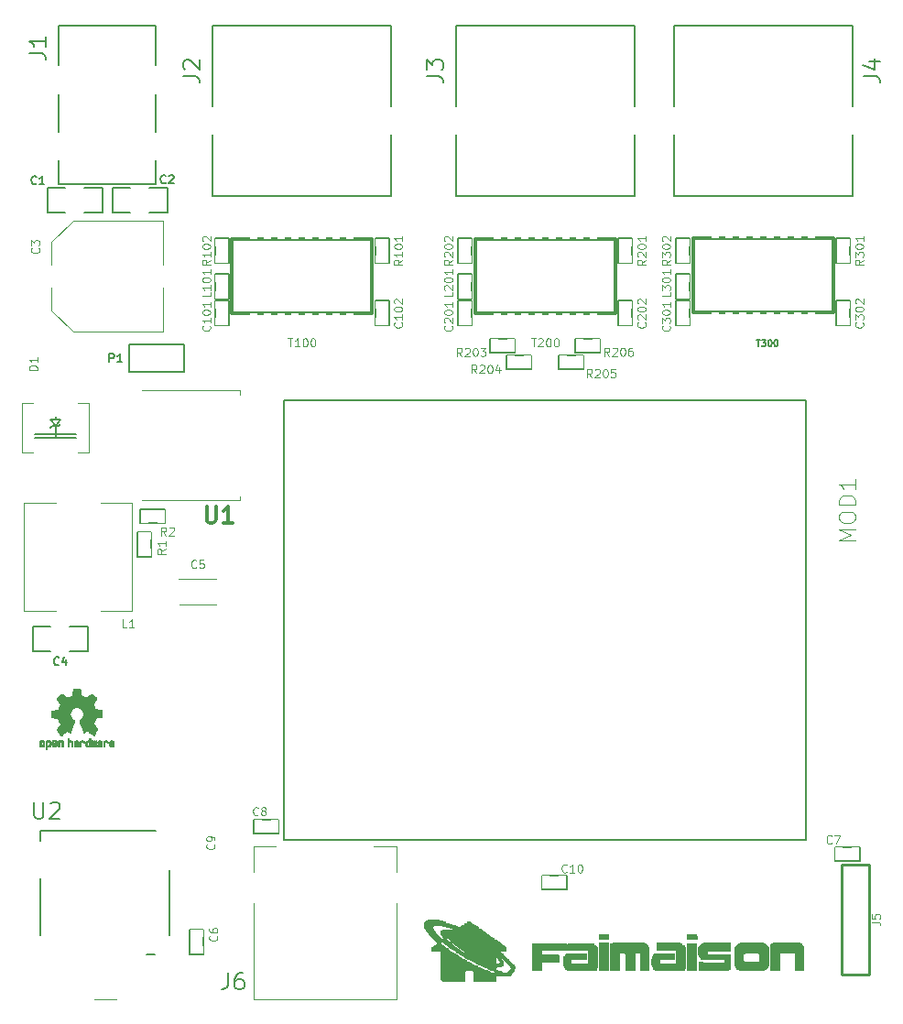
<source format=gto>
G04 (created by PCBNEW (2013-mar-13)-stable) date Thu 11 Jun 2015 06:02:21 PM CEST*
%MOIN*%
G04 Gerber Fmt 3.4, Leading zero omitted, Abs format*
%FSLAX34Y34*%
G01*
G70*
G90*
G04 APERTURE LIST*
%ADD10C,0.005906*%
%ADD11C,0.005000*%
%ADD12C,0.002000*%
%ADD13C,0.004000*%
%ADD14C,0.006000*%
%ADD15C,0.012000*%
%ADD16C,0.003000*%
%ADD17C,0.001100*%
%ADD18C,0.010000*%
%ADD19C,0.005900*%
%ADD20R,0.060000X0.080000*%
%ADD21R,0.149606X0.080000*%
%ADD22R,0.137800X0.098400*%
%ADD23R,0.140200X0.070100*%
%ADD24R,0.045000X0.025000*%
%ADD25R,0.025000X0.045000*%
%ADD26R,0.090000X0.042000*%
%ADD27R,0.409800X0.350000*%
%ADD28C,0.051181*%
%ADD29C,0.125984*%
%ADD30C,0.100000*%
%ADD31C,0.050000*%
%ADD32R,0.031500X0.074800*%
%ADD33R,0.060000X0.060000*%
%ADD34C,0.060000*%
%ADD35R,0.078740X0.118110*%
%ADD36C,0.075000*%
%ADD37R,0.027559X0.068898*%
%ADD38R,0.059055X0.059055*%
%ADD39R,0.051181X0.059055*%
%ADD40R,0.031496X0.059055*%
%ADD41R,0.031496X0.055118*%
%ADD42R,0.058071X0.035433*%
%ADD43R,0.039370X0.061024*%
%ADD44R,0.078740X0.078740*%
%ADD45C,0.062992*%
%ADD46C,0.070866*%
%ADD47C,0.055100*%
%ADD48C,0.090551*%
%ADD49R,0.078700X0.062992*%
G04 APERTURE END LIST*
G54D10*
G54D11*
X42338Y-26498D02*
X42338Y-25598D01*
X42338Y-25598D02*
X41688Y-25598D01*
X40988Y-26498D02*
X40338Y-26498D01*
X40338Y-26498D02*
X40338Y-25598D01*
X40338Y-25598D02*
X40988Y-25598D01*
X41688Y-26498D02*
X42338Y-26498D01*
X42700Y-25596D02*
X42700Y-26496D01*
X42700Y-26496D02*
X43350Y-26496D01*
X44050Y-25596D02*
X44700Y-25596D01*
X44700Y-25596D02*
X44700Y-26496D01*
X44700Y-26496D02*
X44050Y-26496D01*
X43350Y-25596D02*
X42700Y-25596D01*
G54D12*
X44547Y-26784D02*
X41277Y-26784D01*
X41277Y-26784D02*
X40491Y-27570D01*
X40491Y-27570D02*
X40491Y-30054D01*
X40491Y-30054D02*
X41277Y-30840D01*
X41277Y-30840D02*
X44547Y-30840D01*
X44547Y-26784D02*
X44547Y-30840D01*
G54D11*
X41810Y-42444D02*
X41810Y-41544D01*
X41810Y-41544D02*
X41160Y-41544D01*
X40460Y-42444D02*
X39810Y-42444D01*
X39810Y-42444D02*
X39810Y-41544D01*
X39810Y-41544D02*
X40460Y-41544D01*
X41160Y-42444D02*
X41810Y-42444D01*
G54D13*
X39418Y-33412D02*
X39828Y-33412D01*
X39418Y-33412D02*
X39418Y-35212D01*
X39418Y-35212D02*
X39828Y-35212D01*
X41858Y-35212D02*
X41448Y-35212D01*
X41858Y-33412D02*
X41448Y-33412D01*
X41858Y-33412D02*
X41858Y-35212D01*
G54D11*
X40638Y-34012D02*
X40638Y-33932D01*
X39888Y-34572D02*
X41388Y-34572D01*
X39888Y-34702D02*
X41388Y-34702D01*
X40638Y-34262D02*
X40825Y-34012D01*
X40825Y-34012D02*
X40638Y-34012D01*
X40638Y-34012D02*
X40451Y-34012D01*
X40451Y-34012D02*
X40638Y-34262D01*
X40638Y-34262D02*
X40763Y-34262D01*
X40763Y-34262D02*
X40825Y-34200D01*
X40638Y-34262D02*
X40513Y-34262D01*
X40513Y-34262D02*
X40451Y-34324D01*
X40638Y-34262D02*
X40638Y-34699D01*
G54D13*
X39492Y-40996D02*
X40642Y-40996D01*
X39492Y-40996D02*
X39492Y-37056D01*
X39492Y-37056D02*
X40642Y-37056D01*
X43432Y-40996D02*
X42282Y-40996D01*
X43432Y-40996D02*
X43432Y-37056D01*
X43432Y-37056D02*
X42282Y-37056D01*
G54D11*
X43626Y-39020D02*
X43626Y-38120D01*
X43626Y-38120D02*
X44126Y-38120D01*
X44126Y-38120D02*
X44126Y-39020D01*
X44126Y-39020D02*
X43626Y-39020D01*
X43726Y-37304D02*
X44626Y-37304D01*
X44626Y-37304D02*
X44626Y-37804D01*
X44626Y-37804D02*
X43726Y-37804D01*
X43726Y-37804D02*
X43726Y-37304D01*
G54D13*
X43790Y-36966D02*
X47340Y-36966D01*
X47340Y-36966D02*
X47340Y-36816D01*
X43790Y-32966D02*
X47340Y-32966D01*
X47340Y-32966D02*
X47340Y-33116D01*
G54D14*
X52854Y-19686D02*
X52854Y-25886D01*
X52854Y-19686D02*
X46358Y-19686D01*
X46358Y-25886D02*
X46358Y-19686D01*
X52854Y-25886D02*
X46358Y-25886D01*
X61712Y-19686D02*
X61712Y-25886D01*
X61712Y-19686D02*
X55216Y-19686D01*
X55216Y-25886D02*
X55216Y-19686D01*
X61712Y-25886D02*
X55216Y-25886D01*
G54D15*
X47056Y-30162D02*
X47056Y-27462D01*
X47056Y-27462D02*
X52156Y-27462D01*
X52156Y-27462D02*
X52156Y-30162D01*
X52156Y-30162D02*
X47056Y-30162D01*
X47056Y-30162D02*
X47066Y-30162D01*
G54D11*
X46940Y-29708D02*
X46940Y-30608D01*
X46940Y-30608D02*
X46440Y-30608D01*
X46440Y-30608D02*
X46440Y-29708D01*
X46440Y-29708D02*
X46940Y-29708D01*
X52772Y-29708D02*
X52772Y-30608D01*
X52772Y-30608D02*
X52272Y-30608D01*
X52272Y-30608D02*
X52272Y-29708D01*
X52272Y-29708D02*
X52772Y-29708D01*
X46940Y-28732D02*
X46940Y-29632D01*
X46940Y-29632D02*
X46440Y-29632D01*
X46440Y-29632D02*
X46440Y-28732D01*
X46440Y-28732D02*
X46940Y-28732D01*
X52772Y-27426D02*
X52772Y-28326D01*
X52772Y-28326D02*
X52272Y-28326D01*
X52272Y-28326D02*
X52272Y-27426D01*
X52272Y-27426D02*
X52772Y-27426D01*
X46440Y-28326D02*
X46440Y-27426D01*
X46440Y-27426D02*
X46940Y-27426D01*
X46940Y-27426D02*
X46940Y-28326D01*
X46940Y-28326D02*
X46440Y-28326D01*
G54D14*
X69638Y-19686D02*
X69638Y-25886D01*
X69638Y-19686D02*
X63141Y-19686D01*
X63141Y-25886D02*
X63141Y-19686D01*
X69638Y-25886D02*
X63141Y-25886D01*
G54D15*
X55914Y-30162D02*
X55914Y-27462D01*
X55914Y-27462D02*
X61014Y-27462D01*
X61014Y-27462D02*
X61014Y-30162D01*
X61014Y-30162D02*
X55914Y-30162D01*
X55914Y-30162D02*
X55924Y-30162D01*
X63840Y-30120D02*
X63840Y-27420D01*
X63840Y-27420D02*
X68940Y-27420D01*
X68940Y-27420D02*
X68940Y-30120D01*
X68940Y-30120D02*
X63840Y-30120D01*
X63840Y-30120D02*
X63850Y-30120D01*
G54D11*
X55798Y-29708D02*
X55798Y-30608D01*
X55798Y-30608D02*
X55298Y-30608D01*
X55298Y-30608D02*
X55298Y-29708D01*
X55298Y-29708D02*
X55798Y-29708D01*
X61630Y-29708D02*
X61630Y-30608D01*
X61630Y-30608D02*
X61130Y-30608D01*
X61130Y-30608D02*
X61130Y-29708D01*
X61130Y-29708D02*
X61630Y-29708D01*
X63724Y-29708D02*
X63724Y-30608D01*
X63724Y-30608D02*
X63224Y-30608D01*
X63224Y-30608D02*
X63224Y-29708D01*
X63224Y-29708D02*
X63724Y-29708D01*
X69556Y-29708D02*
X69556Y-30608D01*
X69556Y-30608D02*
X69056Y-30608D01*
X69056Y-30608D02*
X69056Y-29708D01*
X69056Y-29708D02*
X69556Y-29708D01*
G54D14*
X43330Y-32300D02*
X43330Y-31300D01*
X43330Y-31300D02*
X45330Y-31300D01*
X45330Y-31300D02*
X45330Y-32300D01*
X45330Y-32300D02*
X43330Y-32300D01*
G54D12*
X46486Y-40764D02*
X45134Y-40764D01*
X45126Y-39816D02*
X46486Y-39816D01*
G54D10*
X48965Y-33340D02*
X48965Y-49340D01*
X67965Y-33340D02*
X67965Y-49340D01*
X67965Y-49340D02*
X48965Y-49340D01*
X67965Y-33340D02*
X48965Y-33340D01*
G54D11*
X61630Y-27426D02*
X61630Y-28326D01*
X61630Y-28326D02*
X61130Y-28326D01*
X61130Y-28326D02*
X61130Y-27426D01*
X61130Y-27426D02*
X61630Y-27426D01*
X55298Y-28326D02*
X55298Y-27426D01*
X55298Y-27426D02*
X55798Y-27426D01*
X55798Y-27426D02*
X55798Y-28326D01*
X55798Y-28326D02*
X55298Y-28326D01*
X69556Y-27426D02*
X69556Y-28326D01*
X69556Y-28326D02*
X69056Y-28326D01*
X69056Y-28326D02*
X69056Y-27426D01*
X69056Y-27426D02*
X69556Y-27426D01*
X63224Y-28326D02*
X63224Y-27426D01*
X63224Y-27426D02*
X63724Y-27426D01*
X63724Y-27426D02*
X63724Y-28326D01*
X63724Y-28326D02*
X63224Y-28326D01*
X55798Y-28732D02*
X55798Y-29632D01*
X55798Y-29632D02*
X55298Y-29632D01*
X55298Y-29632D02*
X55298Y-28732D01*
X55298Y-28732D02*
X55798Y-28732D01*
X63724Y-28732D02*
X63724Y-29632D01*
X63724Y-29632D02*
X63224Y-29632D01*
X63224Y-29632D02*
X63224Y-28732D01*
X63224Y-28732D02*
X63724Y-28732D01*
X57364Y-31576D02*
X56464Y-31576D01*
X56464Y-31576D02*
X56464Y-31076D01*
X56464Y-31076D02*
X57364Y-31076D01*
X57364Y-31076D02*
X57364Y-31576D01*
X57964Y-32180D02*
X57064Y-32180D01*
X57064Y-32180D02*
X57064Y-31680D01*
X57064Y-31680D02*
X57964Y-31680D01*
X57964Y-31680D02*
X57964Y-32180D01*
X59865Y-32180D02*
X58965Y-32180D01*
X58965Y-32180D02*
X58965Y-31680D01*
X58965Y-31680D02*
X59865Y-31680D01*
X59865Y-31680D02*
X59865Y-32180D01*
X60465Y-31576D02*
X59565Y-31576D01*
X59565Y-31576D02*
X59565Y-31076D01*
X59565Y-31076D02*
X60465Y-31076D01*
X60465Y-31076D02*
X60465Y-31576D01*
G54D16*
X42046Y-55117D02*
X42833Y-55117D01*
G54D10*
X40087Y-48976D02*
X40087Y-49359D01*
X40087Y-50718D02*
X40087Y-52804D01*
X43955Y-53483D02*
X44251Y-53483D01*
X44792Y-52804D02*
X44792Y-50422D01*
X44270Y-48976D02*
X40087Y-48976D01*
G54D17*
X41340Y-43830D02*
X41440Y-43830D01*
X41280Y-43840D02*
X41530Y-43840D01*
X41280Y-43850D02*
X41530Y-43850D01*
X41270Y-43860D02*
X41540Y-43860D01*
X41270Y-43870D02*
X41540Y-43870D01*
X41270Y-43880D02*
X41540Y-43880D01*
X41270Y-43890D02*
X41540Y-43890D01*
X41270Y-43900D02*
X41540Y-43900D01*
X41270Y-43910D02*
X41540Y-43910D01*
X41260Y-43920D02*
X41550Y-43920D01*
X41260Y-43930D02*
X41550Y-43930D01*
X41260Y-43940D02*
X41550Y-43940D01*
X41260Y-43950D02*
X41550Y-43950D01*
X41260Y-43960D02*
X41550Y-43960D01*
X41250Y-43970D02*
X41550Y-43970D01*
X41250Y-43980D02*
X41560Y-43980D01*
X41250Y-43990D02*
X41560Y-43990D01*
X41250Y-44000D02*
X41560Y-44000D01*
X41250Y-44010D02*
X41560Y-44010D01*
X40840Y-44020D02*
X40870Y-44020D01*
X41250Y-44020D02*
X41560Y-44020D01*
X41930Y-44020D02*
X41970Y-44020D01*
X40830Y-44030D02*
X40880Y-44030D01*
X41240Y-44030D02*
X41560Y-44030D01*
X41910Y-44030D02*
X41980Y-44030D01*
X40820Y-44040D02*
X40900Y-44040D01*
X41240Y-44040D02*
X41560Y-44040D01*
X41900Y-44040D02*
X41990Y-44040D01*
X40800Y-44050D02*
X40910Y-44050D01*
X41240Y-44050D02*
X41570Y-44050D01*
X41880Y-44050D02*
X42010Y-44050D01*
X40790Y-44060D02*
X40930Y-44060D01*
X41240Y-44060D02*
X41570Y-44060D01*
X41870Y-44060D02*
X42020Y-44060D01*
X40780Y-44070D02*
X40940Y-44070D01*
X41240Y-44070D02*
X41570Y-44070D01*
X41850Y-44070D02*
X42030Y-44070D01*
X40770Y-44080D02*
X40950Y-44080D01*
X41230Y-44080D02*
X41570Y-44080D01*
X41840Y-44080D02*
X42040Y-44080D01*
X40760Y-44090D02*
X40970Y-44090D01*
X41200Y-44090D02*
X41610Y-44090D01*
X41820Y-44090D02*
X42050Y-44090D01*
X40750Y-44100D02*
X40980Y-44100D01*
X41170Y-44100D02*
X41640Y-44100D01*
X41810Y-44100D02*
X42060Y-44100D01*
X40740Y-44110D02*
X41000Y-44110D01*
X41140Y-44110D02*
X41660Y-44110D01*
X41790Y-44110D02*
X42070Y-44110D01*
X40730Y-44120D02*
X41010Y-44120D01*
X41120Y-44120D02*
X41690Y-44120D01*
X41780Y-44120D02*
X42080Y-44120D01*
X40720Y-44130D02*
X41020Y-44130D01*
X41100Y-44130D02*
X41710Y-44130D01*
X41770Y-44130D02*
X42090Y-44130D01*
X40710Y-44140D02*
X41040Y-44140D01*
X41080Y-44140D02*
X41730Y-44140D01*
X41750Y-44140D02*
X42100Y-44140D01*
X40700Y-44150D02*
X41050Y-44150D01*
X41060Y-44150D02*
X42110Y-44150D01*
X40690Y-44160D02*
X42110Y-44160D01*
X40690Y-44170D02*
X42120Y-44170D01*
X40680Y-44180D02*
X42120Y-44180D01*
X40680Y-44190D02*
X42120Y-44190D01*
X40690Y-44200D02*
X42120Y-44200D01*
X40690Y-44210D02*
X42110Y-44210D01*
X40700Y-44220D02*
X42110Y-44220D01*
X40710Y-44230D02*
X42100Y-44230D01*
X40710Y-44240D02*
X42090Y-44240D01*
X40720Y-44250D02*
X42080Y-44250D01*
X40730Y-44260D02*
X42080Y-44260D01*
X40740Y-44270D02*
X42070Y-44270D01*
X40740Y-44280D02*
X42060Y-44280D01*
X40750Y-44290D02*
X42060Y-44290D01*
X40760Y-44300D02*
X42050Y-44300D01*
X40760Y-44310D02*
X42040Y-44310D01*
X40770Y-44320D02*
X42030Y-44320D01*
X40780Y-44330D02*
X42030Y-44330D01*
X40780Y-44340D02*
X42020Y-44340D01*
X40790Y-44350D02*
X42010Y-44350D01*
X40800Y-44360D02*
X42000Y-44360D01*
X40800Y-44370D02*
X42000Y-44370D01*
X40810Y-44380D02*
X41990Y-44380D01*
X40810Y-44390D02*
X41990Y-44390D01*
X40810Y-44400D02*
X42000Y-44400D01*
X40800Y-44410D02*
X42010Y-44410D01*
X40800Y-44420D02*
X42010Y-44420D01*
X40790Y-44430D02*
X42020Y-44430D01*
X40790Y-44440D02*
X42020Y-44440D01*
X40780Y-44450D02*
X42030Y-44450D01*
X40780Y-44460D02*
X42030Y-44460D01*
X40770Y-44470D02*
X42040Y-44470D01*
X40770Y-44480D02*
X42040Y-44480D01*
X40760Y-44490D02*
X42040Y-44490D01*
X40760Y-44500D02*
X41360Y-44500D01*
X41450Y-44500D02*
X42050Y-44500D01*
X40760Y-44510D02*
X41330Y-44510D01*
X41480Y-44510D02*
X42050Y-44510D01*
X40750Y-44520D02*
X41300Y-44520D01*
X41510Y-44520D02*
X42060Y-44520D01*
X40750Y-44530D02*
X41280Y-44530D01*
X41530Y-44530D02*
X42060Y-44530D01*
X40750Y-44540D02*
X41270Y-44540D01*
X41540Y-44540D02*
X42060Y-44540D01*
X40740Y-44550D02*
X41250Y-44550D01*
X41560Y-44550D02*
X42070Y-44550D01*
X40740Y-44560D02*
X41240Y-44560D01*
X41570Y-44560D02*
X42100Y-44560D01*
X40740Y-44570D02*
X41230Y-44570D01*
X41580Y-44570D02*
X42160Y-44570D01*
X40730Y-44580D02*
X41220Y-44580D01*
X41590Y-44580D02*
X42210Y-44580D01*
X40670Y-44590D02*
X41210Y-44590D01*
X41600Y-44590D02*
X42270Y-44590D01*
X40610Y-44600D02*
X41210Y-44600D01*
X41600Y-44600D02*
X42310Y-44600D01*
X40550Y-44610D02*
X41200Y-44610D01*
X41610Y-44610D02*
X42310Y-44610D01*
X40500Y-44620D02*
X41190Y-44620D01*
X41620Y-44620D02*
X42320Y-44620D01*
X40490Y-44630D02*
X41190Y-44630D01*
X41620Y-44630D02*
X42320Y-44630D01*
X40490Y-44640D02*
X41180Y-44640D01*
X41630Y-44640D02*
X42320Y-44640D01*
X40490Y-44650D02*
X41180Y-44650D01*
X41630Y-44650D02*
X42320Y-44650D01*
X40490Y-44660D02*
X41170Y-44660D01*
X41640Y-44660D02*
X42320Y-44660D01*
X40490Y-44670D02*
X41170Y-44670D01*
X41640Y-44670D02*
X42320Y-44670D01*
X40490Y-44680D02*
X41170Y-44680D01*
X41640Y-44680D02*
X42320Y-44680D01*
X40490Y-44690D02*
X41170Y-44690D01*
X41650Y-44690D02*
X42320Y-44690D01*
X40490Y-44700D02*
X41160Y-44700D01*
X41650Y-44700D02*
X42320Y-44700D01*
X40490Y-44710D02*
X41160Y-44710D01*
X41650Y-44710D02*
X42330Y-44710D01*
X40480Y-44720D02*
X41160Y-44720D01*
X41650Y-44720D02*
X42330Y-44720D01*
X40480Y-44730D02*
X41160Y-44730D01*
X41650Y-44730D02*
X42330Y-44730D01*
X40480Y-44740D02*
X41160Y-44740D01*
X41650Y-44740D02*
X42330Y-44740D01*
X40480Y-44750D02*
X41160Y-44750D01*
X41650Y-44750D02*
X42330Y-44750D01*
X40480Y-44760D02*
X41160Y-44760D01*
X41650Y-44760D02*
X42330Y-44760D01*
X40480Y-44770D02*
X41160Y-44770D01*
X41650Y-44770D02*
X42330Y-44770D01*
X40480Y-44780D02*
X41160Y-44780D01*
X41650Y-44780D02*
X42330Y-44780D01*
X40480Y-44790D02*
X41160Y-44790D01*
X41650Y-44790D02*
X42330Y-44790D01*
X40480Y-44800D02*
X41170Y-44800D01*
X41650Y-44800D02*
X42330Y-44800D01*
X40490Y-44810D02*
X41170Y-44810D01*
X41640Y-44810D02*
X42330Y-44810D01*
X40490Y-44820D02*
X41170Y-44820D01*
X41640Y-44820D02*
X42320Y-44820D01*
X40490Y-44830D02*
X41180Y-44830D01*
X41640Y-44830D02*
X42320Y-44830D01*
X40490Y-44840D02*
X41180Y-44840D01*
X41630Y-44840D02*
X42320Y-44840D01*
X40490Y-44850D02*
X41180Y-44850D01*
X41630Y-44850D02*
X42310Y-44850D01*
X40490Y-44860D02*
X41190Y-44860D01*
X41620Y-44860D02*
X42250Y-44860D01*
X40530Y-44870D02*
X41200Y-44870D01*
X41620Y-44870D02*
X42190Y-44870D01*
X40580Y-44880D02*
X41200Y-44880D01*
X41610Y-44880D02*
X42120Y-44880D01*
X40640Y-44890D02*
X41210Y-44890D01*
X41600Y-44890D02*
X42080Y-44890D01*
X40690Y-44900D02*
X41220Y-44900D01*
X41590Y-44900D02*
X42080Y-44900D01*
X40730Y-44910D02*
X41230Y-44910D01*
X41590Y-44910D02*
X42080Y-44910D01*
X40740Y-44920D02*
X41230Y-44920D01*
X41580Y-44920D02*
X42070Y-44920D01*
X40740Y-44930D02*
X41250Y-44930D01*
X41560Y-44930D02*
X42070Y-44930D01*
X40740Y-44940D02*
X41260Y-44940D01*
X41550Y-44940D02*
X42070Y-44940D01*
X40740Y-44950D02*
X41270Y-44950D01*
X41540Y-44950D02*
X42070Y-44950D01*
X40750Y-44960D02*
X41290Y-44960D01*
X41520Y-44960D02*
X42060Y-44960D01*
X40750Y-44970D02*
X41310Y-44970D01*
X41500Y-44970D02*
X42060Y-44970D01*
X40750Y-44980D02*
X41320Y-44980D01*
X41500Y-44980D02*
X42060Y-44980D01*
X40760Y-44990D02*
X41320Y-44990D01*
X41500Y-44990D02*
X42050Y-44990D01*
X40760Y-45000D02*
X41320Y-45000D01*
X41500Y-45000D02*
X42050Y-45000D01*
X40760Y-45010D02*
X41310Y-45010D01*
X41510Y-45010D02*
X42040Y-45010D01*
X40770Y-45020D02*
X41310Y-45020D01*
X41510Y-45020D02*
X42040Y-45020D01*
X40770Y-45030D02*
X41310Y-45030D01*
X41510Y-45030D02*
X42040Y-45030D01*
X40780Y-45040D02*
X41300Y-45040D01*
X41520Y-45040D02*
X42030Y-45040D01*
X40780Y-45050D02*
X41300Y-45050D01*
X41520Y-45050D02*
X42030Y-45050D01*
X40790Y-45060D02*
X41290Y-45060D01*
X41530Y-45060D02*
X42020Y-45060D01*
X40790Y-45070D02*
X41290Y-45070D01*
X41530Y-45070D02*
X42020Y-45070D01*
X40800Y-45080D02*
X41290Y-45080D01*
X41530Y-45080D02*
X42010Y-45080D01*
X40800Y-45090D02*
X41280Y-45090D01*
X41540Y-45090D02*
X42020Y-45090D01*
X40810Y-45100D02*
X41280Y-45100D01*
X41540Y-45100D02*
X42020Y-45100D01*
X40810Y-45110D02*
X41280Y-45110D01*
X41550Y-45110D02*
X42030Y-45110D01*
X40810Y-45120D02*
X41270Y-45120D01*
X41550Y-45120D02*
X42040Y-45120D01*
X40810Y-45130D02*
X41270Y-45130D01*
X41550Y-45130D02*
X42050Y-45130D01*
X40800Y-45140D02*
X41270Y-45140D01*
X41560Y-45140D02*
X42050Y-45140D01*
X40790Y-45150D02*
X41260Y-45150D01*
X41560Y-45150D02*
X42060Y-45150D01*
X40780Y-45160D02*
X41260Y-45160D01*
X41560Y-45160D02*
X42070Y-45160D01*
X40780Y-45170D02*
X41260Y-45170D01*
X41570Y-45170D02*
X42070Y-45170D01*
X40770Y-45180D02*
X41250Y-45180D01*
X41570Y-45180D02*
X42080Y-45180D01*
X40760Y-45190D02*
X41250Y-45190D01*
X41580Y-45190D02*
X42090Y-45190D01*
X40750Y-45200D02*
X41250Y-45200D01*
X41580Y-45200D02*
X42090Y-45200D01*
X40750Y-45210D02*
X41240Y-45210D01*
X41580Y-45210D02*
X42100Y-45210D01*
X40740Y-45220D02*
X41240Y-45220D01*
X41590Y-45220D02*
X42110Y-45220D01*
X40730Y-45230D02*
X41230Y-45230D01*
X41590Y-45230D02*
X42110Y-45230D01*
X40730Y-45240D02*
X41230Y-45240D01*
X41600Y-45240D02*
X42120Y-45240D01*
X40720Y-45250D02*
X41230Y-45250D01*
X41600Y-45250D02*
X42130Y-45250D01*
X40710Y-45260D02*
X41220Y-45260D01*
X41600Y-45260D02*
X42140Y-45260D01*
X40700Y-45270D02*
X41220Y-45270D01*
X41610Y-45270D02*
X42140Y-45270D01*
X40700Y-45280D02*
X41220Y-45280D01*
X41610Y-45280D02*
X42150Y-45280D01*
X40690Y-45290D02*
X41210Y-45290D01*
X41620Y-45290D02*
X42150Y-45290D01*
X40680Y-45300D02*
X41210Y-45300D01*
X41620Y-45300D02*
X42150Y-45300D01*
X40680Y-45310D02*
X41210Y-45310D01*
X41620Y-45310D02*
X42140Y-45310D01*
X40680Y-45320D02*
X41200Y-45320D01*
X41630Y-45320D02*
X42130Y-45320D01*
X40680Y-45330D02*
X41200Y-45330D01*
X41630Y-45330D02*
X42120Y-45330D01*
X40690Y-45340D02*
X41200Y-45340D01*
X41630Y-45340D02*
X42110Y-45340D01*
X40700Y-45350D02*
X41190Y-45350D01*
X41640Y-45350D02*
X42110Y-45350D01*
X40710Y-45360D02*
X41190Y-45360D01*
X41640Y-45360D02*
X41780Y-45360D01*
X41800Y-45360D02*
X42100Y-45360D01*
X40720Y-45370D02*
X41190Y-45370D01*
X41650Y-45370D02*
X41750Y-45370D01*
X41830Y-45370D02*
X42090Y-45370D01*
X40730Y-45380D02*
X41030Y-45380D01*
X41080Y-45380D02*
X41180Y-45380D01*
X41650Y-45380D02*
X41730Y-45380D01*
X41840Y-45380D02*
X42080Y-45380D01*
X40740Y-45390D02*
X41010Y-45390D01*
X41110Y-45390D02*
X41180Y-45390D01*
X41650Y-45390D02*
X41710Y-45390D01*
X41850Y-45390D02*
X42070Y-45390D01*
X40750Y-45400D02*
X40990Y-45400D01*
X41130Y-45400D02*
X41170Y-45400D01*
X41660Y-45400D02*
X41690Y-45400D01*
X41860Y-45400D02*
X42080Y-45400D01*
X40760Y-45410D02*
X40980Y-45410D01*
X41150Y-45410D02*
X41170Y-45410D01*
X41660Y-45410D02*
X41670Y-45410D01*
X41860Y-45410D02*
X42080Y-45410D01*
X40770Y-45420D02*
X40960Y-45420D01*
X41880Y-45420D02*
X42080Y-45420D01*
X40780Y-45430D02*
X40950Y-45430D01*
X41890Y-45430D02*
X42080Y-45430D01*
X40780Y-45440D02*
X40930Y-45440D01*
X41900Y-45440D02*
X42080Y-45440D01*
X40780Y-45450D02*
X40920Y-45450D01*
X41920Y-45450D02*
X42080Y-45450D01*
X40780Y-45460D02*
X40910Y-45460D01*
X41940Y-45460D02*
X42070Y-45460D01*
X40790Y-45470D02*
X40900Y-45470D01*
X41960Y-45470D02*
X42070Y-45470D01*
X40790Y-45480D02*
X40890Y-45480D01*
X41970Y-45480D02*
X42060Y-45480D01*
X40800Y-45490D02*
X40890Y-45490D01*
X41980Y-45490D02*
X42060Y-45490D01*
X40810Y-45500D02*
X40880Y-45500D01*
X41990Y-45500D02*
X42050Y-45500D01*
X40820Y-45510D02*
X40880Y-45510D01*
X42000Y-45510D02*
X42040Y-45510D01*
X40830Y-45520D02*
X40870Y-45520D01*
X42010Y-45520D02*
X42030Y-45520D01*
X40840Y-45530D02*
X40870Y-45530D01*
X41110Y-45620D02*
X41130Y-45620D01*
X41880Y-45620D02*
X41900Y-45620D01*
X41090Y-45630D02*
X41130Y-45630D01*
X41860Y-45630D02*
X41900Y-45630D01*
X41090Y-45640D02*
X41130Y-45640D01*
X41860Y-45640D02*
X41900Y-45640D01*
X41090Y-45650D02*
X41130Y-45650D01*
X41860Y-45650D02*
X41900Y-45650D01*
X41090Y-45660D02*
X41130Y-45660D01*
X41860Y-45660D02*
X41900Y-45660D01*
X41090Y-45670D02*
X41130Y-45670D01*
X41860Y-45670D02*
X41900Y-45670D01*
X41090Y-45680D02*
X41130Y-45680D01*
X41860Y-45680D02*
X41900Y-45680D01*
X40090Y-45690D02*
X40170Y-45690D01*
X40320Y-45690D02*
X40400Y-45690D01*
X40550Y-45690D02*
X40620Y-45690D01*
X40770Y-45690D02*
X40850Y-45690D01*
X41090Y-45690D02*
X41130Y-45690D01*
X41860Y-45690D02*
X41900Y-45690D01*
X40080Y-45700D02*
X40190Y-45700D01*
X40300Y-45700D02*
X40420Y-45700D01*
X40530Y-45700D02*
X40640Y-45700D01*
X40750Y-45700D02*
X40870Y-45700D01*
X41090Y-45700D02*
X41130Y-45700D01*
X41160Y-45700D02*
X41190Y-45700D01*
X41370Y-45700D02*
X41400Y-45700D01*
X41590Y-45700D02*
X41620Y-45700D01*
X41800Y-45700D02*
X41830Y-45700D01*
X41860Y-45700D02*
X41900Y-45700D01*
X41960Y-45700D02*
X41970Y-45700D01*
X42040Y-45700D02*
X42050Y-45700D01*
X42120Y-45700D02*
X42130Y-45700D01*
X42230Y-45700D02*
X42260Y-45700D01*
X42440Y-45700D02*
X42470Y-45700D01*
X42660Y-45700D02*
X42690Y-45700D01*
X40070Y-45710D02*
X40200Y-45710D01*
X40290Y-45710D02*
X40430Y-45710D01*
X40520Y-45710D02*
X40650Y-45710D01*
X40740Y-45710D02*
X40880Y-45710D01*
X41090Y-45710D02*
X41220Y-45710D01*
X41340Y-45710D02*
X41430Y-45710D01*
X41560Y-45710D02*
X41650Y-45710D01*
X41770Y-45710D02*
X41900Y-45710D01*
X41940Y-45710D02*
X41970Y-45710D01*
X42020Y-45710D02*
X42050Y-45710D01*
X42100Y-45710D02*
X42130Y-45710D01*
X42200Y-45710D02*
X42290Y-45710D01*
X42410Y-45710D02*
X42500Y-45710D01*
X42630Y-45710D02*
X42720Y-45710D01*
X40060Y-45720D02*
X40210Y-45720D01*
X40280Y-45720D02*
X40440Y-45720D01*
X40510Y-45720D02*
X40660Y-45720D01*
X40740Y-45720D02*
X40890Y-45720D01*
X41090Y-45720D02*
X41230Y-45720D01*
X41330Y-45720D02*
X41450Y-45720D01*
X41540Y-45720D02*
X41660Y-45720D01*
X41760Y-45720D02*
X41900Y-45720D01*
X41920Y-45720D02*
X41970Y-45720D01*
X42010Y-45720D02*
X42050Y-45720D01*
X42090Y-45720D02*
X42130Y-45720D01*
X42190Y-45720D02*
X42300Y-45720D01*
X42400Y-45720D02*
X42520Y-45720D01*
X42610Y-45720D02*
X42730Y-45720D01*
X40050Y-45730D02*
X40220Y-45730D01*
X40280Y-45730D02*
X40440Y-45730D01*
X40500Y-45730D02*
X40670Y-45730D01*
X40730Y-45730D02*
X40890Y-45730D01*
X41090Y-45730D02*
X41240Y-45730D01*
X41320Y-45730D02*
X41460Y-45730D01*
X41530Y-45730D02*
X41670Y-45730D01*
X41750Y-45730D02*
X41900Y-45730D01*
X41920Y-45730D02*
X41970Y-45730D01*
X42010Y-45730D02*
X42050Y-45730D01*
X42090Y-45730D02*
X42130Y-45730D01*
X42180Y-45730D02*
X42310Y-45730D01*
X42390Y-45730D02*
X42530Y-45730D01*
X42600Y-45730D02*
X42740Y-45730D01*
X40050Y-45740D02*
X40220Y-45740D01*
X40270Y-45740D02*
X40450Y-45740D01*
X40500Y-45740D02*
X40670Y-45740D01*
X40720Y-45740D02*
X40900Y-45740D01*
X41090Y-45740D02*
X41250Y-45740D01*
X41310Y-45740D02*
X41460Y-45740D01*
X41530Y-45740D02*
X41680Y-45740D01*
X41740Y-45740D02*
X41900Y-45740D01*
X41920Y-45740D02*
X41970Y-45740D01*
X42010Y-45740D02*
X42050Y-45740D01*
X42090Y-45740D02*
X42130Y-45740D01*
X42170Y-45740D02*
X42320Y-45740D01*
X42380Y-45740D02*
X42530Y-45740D01*
X42600Y-45740D02*
X42750Y-45740D01*
X40040Y-45750D02*
X40110Y-45750D01*
X40160Y-45750D02*
X40220Y-45750D01*
X40270Y-45750D02*
X40340Y-45750D01*
X40380Y-45750D02*
X40450Y-45750D01*
X40500Y-45750D02*
X40560Y-45750D01*
X40610Y-45750D02*
X40680Y-45750D01*
X40720Y-45750D02*
X40790Y-45750D01*
X40830Y-45750D02*
X40900Y-45750D01*
X41090Y-45750D02*
X41160Y-45750D01*
X41190Y-45750D02*
X41250Y-45750D01*
X41310Y-45750D02*
X41370Y-45750D01*
X41410Y-45750D02*
X41470Y-45750D01*
X41520Y-45750D02*
X41580Y-45750D01*
X41620Y-45750D02*
X41680Y-45750D01*
X41740Y-45750D02*
X41800Y-45750D01*
X41830Y-45750D02*
X41900Y-45750D01*
X41920Y-45750D02*
X41970Y-45750D01*
X42010Y-45750D02*
X42050Y-45750D01*
X42090Y-45750D02*
X42130Y-45750D01*
X42160Y-45750D02*
X42230Y-45750D01*
X42260Y-45750D02*
X42320Y-45750D01*
X42380Y-45750D02*
X42440Y-45750D01*
X42480Y-45750D02*
X42540Y-45750D01*
X42590Y-45750D02*
X42650Y-45750D01*
X42690Y-45750D02*
X42750Y-45750D01*
X40040Y-45760D02*
X40100Y-45760D01*
X40160Y-45760D02*
X40220Y-45760D01*
X40270Y-45760D02*
X40330Y-45760D01*
X40390Y-45760D02*
X40450Y-45760D01*
X40490Y-45760D02*
X40560Y-45760D01*
X40610Y-45760D02*
X40680Y-45760D01*
X40720Y-45760D02*
X40780Y-45760D01*
X40840Y-45760D02*
X40900Y-45760D01*
X41090Y-45760D02*
X41140Y-45760D01*
X41200Y-45760D02*
X41260Y-45760D01*
X41300Y-45760D02*
X41360Y-45760D01*
X41420Y-45760D02*
X41470Y-45760D01*
X41520Y-45760D02*
X41570Y-45760D01*
X41630Y-45760D02*
X41690Y-45760D01*
X41730Y-45760D02*
X41790Y-45760D01*
X41850Y-45760D02*
X41900Y-45760D01*
X41920Y-45760D02*
X41970Y-45760D01*
X42010Y-45760D02*
X42050Y-45760D01*
X42090Y-45760D02*
X42130Y-45760D01*
X42160Y-45760D02*
X42210Y-45760D01*
X42270Y-45760D02*
X42330Y-45760D01*
X42370Y-45760D02*
X42430Y-45760D01*
X42490Y-45760D02*
X42540Y-45760D01*
X42590Y-45760D02*
X42640Y-45760D01*
X42700Y-45760D02*
X42760Y-45760D01*
X40040Y-45770D02*
X40100Y-45770D01*
X40170Y-45770D02*
X40230Y-45770D01*
X40270Y-45770D02*
X40330Y-45770D01*
X40390Y-45770D02*
X40450Y-45770D01*
X40490Y-45770D02*
X40550Y-45770D01*
X40610Y-45770D02*
X40680Y-45770D01*
X40720Y-45770D02*
X40780Y-45770D01*
X40850Y-45770D02*
X40900Y-45770D01*
X41090Y-45770D02*
X41140Y-45770D01*
X41210Y-45770D02*
X41260Y-45770D01*
X41300Y-45770D02*
X41350Y-45770D01*
X41420Y-45770D02*
X41470Y-45770D01*
X41520Y-45770D02*
X41560Y-45770D01*
X41640Y-45770D02*
X41690Y-45770D01*
X41730Y-45770D02*
X41780Y-45770D01*
X41850Y-45770D02*
X41900Y-45770D01*
X41920Y-45770D02*
X41970Y-45770D01*
X42010Y-45770D02*
X42050Y-45770D01*
X42090Y-45770D02*
X42130Y-45770D01*
X42160Y-45770D02*
X42210Y-45770D01*
X42280Y-45770D02*
X42330Y-45770D01*
X42370Y-45770D02*
X42420Y-45770D01*
X42490Y-45770D02*
X42540Y-45770D01*
X42590Y-45770D02*
X42630Y-45770D01*
X42710Y-45770D02*
X42760Y-45770D01*
X40040Y-45780D02*
X40100Y-45780D01*
X40170Y-45780D02*
X40230Y-45780D01*
X40270Y-45780D02*
X40320Y-45780D01*
X40400Y-45780D02*
X40450Y-45780D01*
X40490Y-45780D02*
X40550Y-45780D01*
X40590Y-45780D02*
X40680Y-45780D01*
X40720Y-45780D02*
X40780Y-45780D01*
X40850Y-45780D02*
X40900Y-45780D01*
X41090Y-45780D02*
X41130Y-45780D01*
X41210Y-45780D02*
X41260Y-45780D01*
X41300Y-45780D02*
X41350Y-45780D01*
X41430Y-45780D02*
X41470Y-45780D01*
X41520Y-45780D02*
X41560Y-45780D01*
X41640Y-45780D02*
X41690Y-45780D01*
X41730Y-45780D02*
X41780Y-45780D01*
X41860Y-45780D02*
X41900Y-45780D01*
X41920Y-45780D02*
X41970Y-45780D01*
X42010Y-45780D02*
X42050Y-45780D01*
X42090Y-45780D02*
X42130Y-45780D01*
X42160Y-45780D02*
X42200Y-45780D01*
X42280Y-45780D02*
X42330Y-45780D01*
X42370Y-45780D02*
X42420Y-45780D01*
X42500Y-45780D02*
X42540Y-45780D01*
X42590Y-45780D02*
X42630Y-45780D01*
X42710Y-45780D02*
X42760Y-45780D01*
X40040Y-45790D02*
X40100Y-45790D01*
X40170Y-45790D02*
X40230Y-45790D01*
X40270Y-45790D02*
X40320Y-45790D01*
X40400Y-45790D02*
X40450Y-45790D01*
X40490Y-45790D02*
X40550Y-45790D01*
X40560Y-45790D02*
X40680Y-45790D01*
X40720Y-45790D02*
X40780Y-45790D01*
X40850Y-45790D02*
X40900Y-45790D01*
X41090Y-45790D02*
X41130Y-45790D01*
X41220Y-45790D02*
X41260Y-45790D01*
X41300Y-45790D02*
X41350Y-45790D01*
X41410Y-45790D02*
X41470Y-45790D01*
X41520Y-45790D02*
X41560Y-45790D01*
X41640Y-45790D02*
X41690Y-45790D01*
X41730Y-45790D02*
X41770Y-45790D01*
X41860Y-45790D02*
X41900Y-45790D01*
X41920Y-45790D02*
X41970Y-45790D01*
X42010Y-45790D02*
X42050Y-45790D01*
X42090Y-45790D02*
X42130Y-45790D01*
X42160Y-45790D02*
X42200Y-45790D01*
X42270Y-45790D02*
X42330Y-45790D01*
X42370Y-45790D02*
X42420Y-45790D01*
X42500Y-45790D02*
X42540Y-45790D01*
X42590Y-45790D02*
X42630Y-45790D01*
X42690Y-45790D02*
X42760Y-45790D01*
X40040Y-45800D02*
X40100Y-45800D01*
X40170Y-45800D02*
X40230Y-45800D01*
X40270Y-45800D02*
X40320Y-45800D01*
X40400Y-45800D02*
X40450Y-45800D01*
X40490Y-45800D02*
X40680Y-45800D01*
X40720Y-45800D02*
X40780Y-45800D01*
X40850Y-45800D02*
X40900Y-45800D01*
X41090Y-45800D02*
X41130Y-45800D01*
X41220Y-45800D02*
X41260Y-45800D01*
X41300Y-45800D02*
X41330Y-45800D01*
X41390Y-45800D02*
X41470Y-45800D01*
X41520Y-45800D02*
X41560Y-45800D01*
X41640Y-45800D02*
X41670Y-45800D01*
X41730Y-45800D02*
X41770Y-45800D01*
X41860Y-45800D02*
X41900Y-45800D01*
X41920Y-45800D02*
X41970Y-45800D01*
X42010Y-45800D02*
X42050Y-45800D01*
X42090Y-45800D02*
X42130Y-45800D01*
X42160Y-45800D02*
X42190Y-45800D01*
X42240Y-45800D02*
X42330Y-45800D01*
X42370Y-45800D02*
X42420Y-45800D01*
X42500Y-45800D02*
X42520Y-45800D01*
X42590Y-45800D02*
X42630Y-45800D01*
X42660Y-45800D02*
X42760Y-45800D01*
X40040Y-45810D02*
X40100Y-45810D01*
X40170Y-45810D02*
X40230Y-45810D01*
X40270Y-45810D02*
X40320Y-45810D01*
X40400Y-45810D02*
X40450Y-45810D01*
X40490Y-45810D02*
X40660Y-45810D01*
X40720Y-45810D02*
X40780Y-45810D01*
X40850Y-45810D02*
X40900Y-45810D01*
X41090Y-45810D02*
X41130Y-45810D01*
X41220Y-45810D02*
X41260Y-45810D01*
X41360Y-45810D02*
X41470Y-45810D01*
X41520Y-45810D02*
X41560Y-45810D01*
X41730Y-45810D02*
X41770Y-45810D01*
X41860Y-45810D02*
X41900Y-45810D01*
X41920Y-45810D02*
X41970Y-45810D01*
X42010Y-45810D02*
X42050Y-45810D01*
X42090Y-45810D02*
X42130Y-45810D01*
X42220Y-45810D02*
X42330Y-45810D01*
X42370Y-45810D02*
X42420Y-45810D01*
X42590Y-45810D02*
X42630Y-45810D01*
X42640Y-45810D02*
X42760Y-45810D01*
X40040Y-45820D02*
X40100Y-45820D01*
X40170Y-45820D02*
X40230Y-45820D01*
X40270Y-45820D02*
X40320Y-45820D01*
X40400Y-45820D02*
X40450Y-45820D01*
X40490Y-45820D02*
X40640Y-45820D01*
X40720Y-45820D02*
X40780Y-45820D01*
X40850Y-45820D02*
X40900Y-45820D01*
X41090Y-45820D02*
X41130Y-45820D01*
X41220Y-45820D02*
X41260Y-45820D01*
X41340Y-45820D02*
X41470Y-45820D01*
X41520Y-45820D02*
X41560Y-45820D01*
X41730Y-45820D02*
X41770Y-45820D01*
X41860Y-45820D02*
X41900Y-45820D01*
X41920Y-45820D02*
X41970Y-45820D01*
X42010Y-45820D02*
X42050Y-45820D01*
X42090Y-45820D02*
X42130Y-45820D01*
X42190Y-45820D02*
X42330Y-45820D01*
X42370Y-45820D02*
X42420Y-45820D01*
X42590Y-45820D02*
X42740Y-45820D01*
X40040Y-45830D02*
X40100Y-45830D01*
X40170Y-45830D02*
X40230Y-45830D01*
X40270Y-45830D02*
X40320Y-45830D01*
X40400Y-45830D02*
X40450Y-45830D01*
X40490Y-45830D02*
X40620Y-45830D01*
X40650Y-45830D02*
X40680Y-45830D01*
X40720Y-45830D02*
X40780Y-45830D01*
X40850Y-45830D02*
X40900Y-45830D01*
X41090Y-45830D02*
X41130Y-45830D01*
X41220Y-45830D02*
X41260Y-45830D01*
X41320Y-45830D02*
X41470Y-45830D01*
X41520Y-45830D02*
X41560Y-45830D01*
X41730Y-45830D02*
X41770Y-45830D01*
X41860Y-45830D02*
X41900Y-45830D01*
X41920Y-45830D02*
X41970Y-45830D01*
X42010Y-45830D02*
X42050Y-45830D01*
X42090Y-45830D02*
X42130Y-45830D01*
X42180Y-45830D02*
X42330Y-45830D01*
X42370Y-45830D02*
X42420Y-45830D01*
X42590Y-45830D02*
X42710Y-45830D01*
X40040Y-45840D02*
X40100Y-45840D01*
X40170Y-45840D02*
X40230Y-45840D01*
X40270Y-45840D02*
X40320Y-45840D01*
X40400Y-45840D02*
X40450Y-45840D01*
X40490Y-45840D02*
X40600Y-45840D01*
X40620Y-45840D02*
X40680Y-45840D01*
X40720Y-45840D02*
X40780Y-45840D01*
X40850Y-45840D02*
X40900Y-45840D01*
X41090Y-45840D02*
X41130Y-45840D01*
X41220Y-45840D02*
X41260Y-45840D01*
X41310Y-45840D02*
X41410Y-45840D01*
X41430Y-45840D02*
X41470Y-45840D01*
X41520Y-45840D02*
X41560Y-45840D01*
X41730Y-45840D02*
X41770Y-45840D01*
X41860Y-45840D02*
X41900Y-45840D01*
X41920Y-45840D02*
X41970Y-45840D01*
X42010Y-45840D02*
X42050Y-45840D01*
X42090Y-45840D02*
X42130Y-45840D01*
X42170Y-45840D02*
X42270Y-45840D01*
X42290Y-45840D02*
X42330Y-45840D01*
X42370Y-45840D02*
X42420Y-45840D01*
X42590Y-45840D02*
X42690Y-45840D01*
X40040Y-45850D02*
X40100Y-45850D01*
X40170Y-45850D02*
X40230Y-45850D01*
X40270Y-45850D02*
X40320Y-45850D01*
X40400Y-45850D02*
X40450Y-45850D01*
X40490Y-45850D02*
X40570Y-45850D01*
X40620Y-45850D02*
X40680Y-45850D01*
X40720Y-45850D02*
X40780Y-45850D01*
X40850Y-45850D02*
X40900Y-45850D01*
X41090Y-45850D02*
X41130Y-45850D01*
X41220Y-45850D02*
X41260Y-45850D01*
X41310Y-45850D02*
X41390Y-45850D01*
X41430Y-45850D02*
X41470Y-45850D01*
X41520Y-45850D02*
X41560Y-45850D01*
X41730Y-45850D02*
X41770Y-45850D01*
X41860Y-45850D02*
X41900Y-45850D01*
X41920Y-45850D02*
X41970Y-45850D01*
X42010Y-45850D02*
X42050Y-45850D01*
X42090Y-45850D02*
X42130Y-45850D01*
X42160Y-45850D02*
X42250Y-45850D01*
X42290Y-45850D02*
X42330Y-45850D01*
X42370Y-45850D02*
X42420Y-45850D01*
X42590Y-45850D02*
X42670Y-45850D01*
X42730Y-45850D02*
X42760Y-45850D01*
X40040Y-45860D02*
X40100Y-45860D01*
X40170Y-45860D02*
X40230Y-45860D01*
X40270Y-45860D02*
X40330Y-45860D01*
X40390Y-45860D02*
X40450Y-45860D01*
X40490Y-45860D02*
X40550Y-45860D01*
X40620Y-45860D02*
X40680Y-45860D01*
X40720Y-45860D02*
X40780Y-45860D01*
X40850Y-45860D02*
X40900Y-45860D01*
X41090Y-45860D02*
X41130Y-45860D01*
X41220Y-45860D02*
X41260Y-45860D01*
X41300Y-45860D02*
X41370Y-45860D01*
X41430Y-45860D02*
X41470Y-45860D01*
X41520Y-45860D02*
X41560Y-45860D01*
X41730Y-45860D02*
X41770Y-45860D01*
X41860Y-45860D02*
X41900Y-45860D01*
X41920Y-45860D02*
X41970Y-45860D01*
X42010Y-45860D02*
X42050Y-45860D01*
X42090Y-45860D02*
X42130Y-45860D01*
X42160Y-45860D02*
X42220Y-45860D01*
X42290Y-45860D02*
X42330Y-45860D01*
X42370Y-45860D02*
X42420Y-45860D01*
X42590Y-45860D02*
X42650Y-45860D01*
X42710Y-45860D02*
X42760Y-45860D01*
X40040Y-45870D02*
X40100Y-45870D01*
X40160Y-45870D02*
X40220Y-45870D01*
X40270Y-45870D02*
X40330Y-45870D01*
X40390Y-45870D02*
X40450Y-45870D01*
X40490Y-45870D02*
X40560Y-45870D01*
X40620Y-45870D02*
X40680Y-45870D01*
X40720Y-45870D02*
X40780Y-45870D01*
X40850Y-45870D02*
X40900Y-45870D01*
X41090Y-45870D02*
X41130Y-45870D01*
X41220Y-45870D02*
X41260Y-45870D01*
X41300Y-45870D02*
X41350Y-45870D01*
X41430Y-45870D02*
X41470Y-45870D01*
X41520Y-45870D02*
X41560Y-45870D01*
X41730Y-45870D02*
X41780Y-45870D01*
X41860Y-45870D02*
X41900Y-45870D01*
X41920Y-45870D02*
X41970Y-45870D01*
X42010Y-45870D02*
X42050Y-45870D01*
X42090Y-45870D02*
X42130Y-45870D01*
X42160Y-45870D02*
X42210Y-45870D01*
X42290Y-45870D02*
X42330Y-45870D01*
X42370Y-45870D02*
X42420Y-45870D01*
X42590Y-45870D02*
X42630Y-45870D01*
X42710Y-45870D02*
X42760Y-45870D01*
X40040Y-45880D02*
X40110Y-45880D01*
X40150Y-45880D02*
X40220Y-45880D01*
X40270Y-45880D02*
X40340Y-45880D01*
X40380Y-45880D02*
X40450Y-45880D01*
X40500Y-45880D02*
X40560Y-45880D01*
X40610Y-45880D02*
X40670Y-45880D01*
X40720Y-45880D02*
X40780Y-45880D01*
X40850Y-45880D02*
X40900Y-45880D01*
X41090Y-45880D02*
X41130Y-45880D01*
X41220Y-45880D02*
X41260Y-45880D01*
X41300Y-45880D02*
X41350Y-45880D01*
X41430Y-45880D02*
X41470Y-45880D01*
X41520Y-45880D02*
X41560Y-45880D01*
X41730Y-45880D02*
X41780Y-45880D01*
X41850Y-45880D02*
X41900Y-45880D01*
X41920Y-45880D02*
X41970Y-45880D01*
X42010Y-45880D02*
X42050Y-45880D01*
X42090Y-45880D02*
X42130Y-45880D01*
X42160Y-45880D02*
X42200Y-45880D01*
X42290Y-45880D02*
X42330Y-45880D01*
X42370Y-45880D02*
X42420Y-45880D01*
X42590Y-45880D02*
X42640Y-45880D01*
X42710Y-45880D02*
X42760Y-45880D01*
X40050Y-45890D02*
X40220Y-45890D01*
X40270Y-45890D02*
X40450Y-45890D01*
X40500Y-45890D02*
X40670Y-45890D01*
X40720Y-45890D02*
X40780Y-45890D01*
X40850Y-45890D02*
X40900Y-45890D01*
X41090Y-45890D02*
X41130Y-45890D01*
X41220Y-45890D02*
X41260Y-45890D01*
X41300Y-45890D02*
X41350Y-45890D01*
X41430Y-45890D02*
X41470Y-45890D01*
X41520Y-45890D02*
X41560Y-45890D01*
X41730Y-45890D02*
X41790Y-45890D01*
X41850Y-45890D02*
X41900Y-45890D01*
X41920Y-45890D02*
X41970Y-45890D01*
X42000Y-45890D02*
X42060Y-45890D01*
X42090Y-45890D02*
X42130Y-45890D01*
X42160Y-45890D02*
X42210Y-45890D01*
X42290Y-45890D02*
X42330Y-45890D01*
X42370Y-45890D02*
X42420Y-45890D01*
X42590Y-45890D02*
X42640Y-45890D01*
X42700Y-45890D02*
X42750Y-45890D01*
X40050Y-45900D02*
X40220Y-45900D01*
X40270Y-45900D02*
X40440Y-45900D01*
X40500Y-45900D02*
X40670Y-45900D01*
X40720Y-45900D02*
X40780Y-45900D01*
X40850Y-45900D02*
X40900Y-45900D01*
X41090Y-45900D02*
X41130Y-45900D01*
X41220Y-45900D02*
X41260Y-45900D01*
X41300Y-45900D02*
X41360Y-45900D01*
X41390Y-45900D02*
X41410Y-45900D01*
X41430Y-45900D02*
X41470Y-45900D01*
X41520Y-45900D02*
X41560Y-45900D01*
X41740Y-45900D02*
X41800Y-45900D01*
X41830Y-45900D02*
X41900Y-45900D01*
X41930Y-45900D02*
X41980Y-45900D01*
X42000Y-45900D02*
X42060Y-45900D01*
X42080Y-45900D02*
X42130Y-45900D01*
X42160Y-45900D02*
X42220Y-45900D01*
X42250Y-45900D02*
X42270Y-45900D01*
X42290Y-45900D02*
X42330Y-45900D01*
X42370Y-45900D02*
X42420Y-45900D01*
X42590Y-45900D02*
X42660Y-45900D01*
X42690Y-45900D02*
X42750Y-45900D01*
X40060Y-45910D02*
X40210Y-45910D01*
X40270Y-45910D02*
X40440Y-45910D01*
X40510Y-45910D02*
X40660Y-45910D01*
X40720Y-45910D02*
X40780Y-45910D01*
X40850Y-45910D02*
X40900Y-45910D01*
X41090Y-45910D02*
X41130Y-45910D01*
X41220Y-45910D02*
X41260Y-45910D01*
X41310Y-45910D02*
X41410Y-45910D01*
X41430Y-45910D02*
X41470Y-45910D01*
X41520Y-45910D02*
X41560Y-45910D01*
X41740Y-45910D02*
X41890Y-45910D01*
X41930Y-45910D02*
X42130Y-45910D01*
X42160Y-45910D02*
X42270Y-45910D01*
X42290Y-45910D02*
X42330Y-45910D01*
X42370Y-45910D02*
X42420Y-45910D01*
X42600Y-45910D02*
X42750Y-45910D01*
X40070Y-45920D02*
X40200Y-45920D01*
X40270Y-45920D02*
X40430Y-45920D01*
X40520Y-45920D02*
X40650Y-45920D01*
X40720Y-45920D02*
X40780Y-45920D01*
X40850Y-45920D02*
X40900Y-45920D01*
X41090Y-45920D02*
X41130Y-45920D01*
X41220Y-45920D02*
X41260Y-45920D01*
X41310Y-45920D02*
X41420Y-45920D01*
X41430Y-45920D02*
X41470Y-45920D01*
X41520Y-45920D02*
X41560Y-45920D01*
X41750Y-45920D02*
X41880Y-45920D01*
X41930Y-45920D02*
X42130Y-45920D01*
X42170Y-45920D02*
X42270Y-45920D01*
X42290Y-45920D02*
X42330Y-45920D01*
X42370Y-45920D02*
X42420Y-45920D01*
X42600Y-45920D02*
X42740Y-45920D01*
X40080Y-45930D02*
X40190Y-45930D01*
X40270Y-45930D02*
X40420Y-45930D01*
X40530Y-45930D02*
X40640Y-45930D01*
X40720Y-45930D02*
X40770Y-45930D01*
X40850Y-45930D02*
X40900Y-45930D01*
X41090Y-45930D02*
X41130Y-45930D01*
X41220Y-45930D02*
X41260Y-45930D01*
X41320Y-45930D02*
X41420Y-45930D01*
X41430Y-45930D02*
X41470Y-45930D01*
X41520Y-45930D02*
X41560Y-45930D01*
X41760Y-45930D02*
X41870Y-45930D01*
X41940Y-45930D02*
X42120Y-45930D01*
X42180Y-45930D02*
X42280Y-45930D01*
X42290Y-45930D02*
X42330Y-45930D01*
X42370Y-45930D02*
X42420Y-45930D01*
X42610Y-45930D02*
X42730Y-45930D01*
X40100Y-45940D02*
X40170Y-45940D01*
X40270Y-45940D02*
X40400Y-45940D01*
X40550Y-45940D02*
X40620Y-45940D01*
X40720Y-45940D02*
X40750Y-45940D01*
X40850Y-45940D02*
X40880Y-45940D01*
X41090Y-45940D02*
X41120Y-45940D01*
X41220Y-45940D02*
X41250Y-45940D01*
X41340Y-45940D02*
X41420Y-45940D01*
X41430Y-45940D02*
X41460Y-45940D01*
X41520Y-45940D02*
X41550Y-45940D01*
X41770Y-45940D02*
X41860Y-45940D01*
X41950Y-45940D02*
X42110Y-45940D01*
X42190Y-45940D02*
X42280Y-45940D01*
X42290Y-45940D02*
X42320Y-45940D01*
X42370Y-45940D02*
X42400Y-45940D01*
X42630Y-45940D02*
X42720Y-45940D01*
X40270Y-45950D02*
X40320Y-45950D01*
X40270Y-45960D02*
X40320Y-45960D01*
X40270Y-45970D02*
X40320Y-45970D01*
X40270Y-45980D02*
X40320Y-45980D01*
X40270Y-45990D02*
X40320Y-45990D01*
X40270Y-46000D02*
X40320Y-46000D01*
X40270Y-46010D02*
X40320Y-46010D01*
X40270Y-46020D02*
X40310Y-46020D01*
X54189Y-52225D02*
X54489Y-52225D01*
X54549Y-52225D02*
X54569Y-52225D01*
X54179Y-52235D02*
X54499Y-52235D01*
X54539Y-52235D02*
X54579Y-52235D01*
X54179Y-52245D02*
X54499Y-52245D01*
X54539Y-52245D02*
X54579Y-52245D01*
X54169Y-52255D02*
X54509Y-52255D01*
X54529Y-52255D02*
X54589Y-52255D01*
X54109Y-52265D02*
X54689Y-52265D01*
X54099Y-52275D02*
X54699Y-52275D01*
X54099Y-52285D02*
X54699Y-52285D01*
X54089Y-52295D02*
X54709Y-52295D01*
X54069Y-52305D02*
X54809Y-52305D01*
X55629Y-52305D02*
X55729Y-52305D01*
X54059Y-52315D02*
X54819Y-52315D01*
X55619Y-52315D02*
X55739Y-52315D01*
X54059Y-52325D02*
X54819Y-52325D01*
X55619Y-52325D02*
X55739Y-52325D01*
X54059Y-52335D02*
X54829Y-52335D01*
X55609Y-52335D02*
X55749Y-52335D01*
X54059Y-52345D02*
X54929Y-52345D01*
X55549Y-52345D02*
X55769Y-52345D01*
X54059Y-52355D02*
X54939Y-52355D01*
X55539Y-52355D02*
X55779Y-52355D01*
X54059Y-52365D02*
X54939Y-52365D01*
X55539Y-52365D02*
X55779Y-52365D01*
X54059Y-52375D02*
X54949Y-52375D01*
X55529Y-52375D02*
X55789Y-52375D01*
X54059Y-52385D02*
X55049Y-52385D01*
X55509Y-52385D02*
X55849Y-52385D01*
X54059Y-52395D02*
X55059Y-52395D01*
X55499Y-52395D02*
X55859Y-52395D01*
X54059Y-52405D02*
X55059Y-52405D01*
X55499Y-52405D02*
X55859Y-52405D01*
X54059Y-52415D02*
X55069Y-52415D01*
X55489Y-52415D02*
X55869Y-52415D01*
X54059Y-52425D02*
X54389Y-52425D01*
X54689Y-52425D02*
X55169Y-52425D01*
X55429Y-52425D02*
X55889Y-52425D01*
X54059Y-52435D02*
X54379Y-52435D01*
X54699Y-52435D02*
X55179Y-52435D01*
X55419Y-52435D02*
X55899Y-52435D01*
X54059Y-52445D02*
X54379Y-52445D01*
X54699Y-52445D02*
X55179Y-52445D01*
X55419Y-52445D02*
X55899Y-52445D01*
X54059Y-52455D02*
X54369Y-52455D01*
X54709Y-52455D02*
X55189Y-52455D01*
X55409Y-52455D02*
X55909Y-52455D01*
X54059Y-52465D02*
X54349Y-52465D01*
X54849Y-52465D02*
X55249Y-52465D01*
X55389Y-52465D02*
X55969Y-52465D01*
X54059Y-52475D02*
X54339Y-52475D01*
X54859Y-52475D02*
X55259Y-52475D01*
X55379Y-52475D02*
X55979Y-52475D01*
X54059Y-52485D02*
X54339Y-52485D01*
X54859Y-52485D02*
X55259Y-52485D01*
X55379Y-52485D02*
X55979Y-52485D01*
X54059Y-52495D02*
X54339Y-52495D01*
X54869Y-52495D02*
X55269Y-52495D01*
X55369Y-52495D02*
X55989Y-52495D01*
X54059Y-52505D02*
X54339Y-52505D01*
X54969Y-52505D02*
X56009Y-52505D01*
X54059Y-52515D02*
X54339Y-52515D01*
X54979Y-52515D02*
X56019Y-52515D01*
X54059Y-52525D02*
X54339Y-52525D01*
X54979Y-52525D02*
X56019Y-52525D01*
X54069Y-52535D02*
X54349Y-52535D01*
X54989Y-52535D02*
X56029Y-52535D01*
X54089Y-52545D02*
X54369Y-52545D01*
X55089Y-52545D02*
X56089Y-52545D01*
X54099Y-52555D02*
X54379Y-52555D01*
X55099Y-52555D02*
X56099Y-52555D01*
X54099Y-52565D02*
X54379Y-52565D01*
X55099Y-52565D02*
X56099Y-52565D01*
X54099Y-52575D02*
X54379Y-52575D01*
X55089Y-52575D02*
X56109Y-52575D01*
X54099Y-52585D02*
X54379Y-52585D01*
X54709Y-52585D02*
X56129Y-52585D01*
X54099Y-52595D02*
X54379Y-52595D01*
X54699Y-52595D02*
X56139Y-52595D01*
X54099Y-52605D02*
X54379Y-52605D01*
X54699Y-52605D02*
X56139Y-52605D01*
X54109Y-52615D02*
X54389Y-52615D01*
X54689Y-52615D02*
X56149Y-52615D01*
X54129Y-52625D02*
X54409Y-52625D01*
X54669Y-52625D02*
X56169Y-52625D01*
X54139Y-52635D02*
X54419Y-52635D01*
X54659Y-52635D02*
X56179Y-52635D01*
X54139Y-52645D02*
X54419Y-52645D01*
X54659Y-52645D02*
X56179Y-52645D01*
X54139Y-52655D02*
X54429Y-52655D01*
X54659Y-52655D02*
X56189Y-52655D01*
X54169Y-52665D02*
X54449Y-52665D01*
X54659Y-52665D02*
X56249Y-52665D01*
X54179Y-52675D02*
X54459Y-52675D01*
X54659Y-52675D02*
X56259Y-52675D01*
X54179Y-52685D02*
X54459Y-52685D01*
X54659Y-52685D02*
X56259Y-52685D01*
X54189Y-52695D02*
X54459Y-52695D01*
X54659Y-52695D02*
X56269Y-52695D01*
X54209Y-52705D02*
X54459Y-52705D01*
X54659Y-52705D02*
X56289Y-52705D01*
X54219Y-52715D02*
X54459Y-52715D01*
X54659Y-52715D02*
X56299Y-52715D01*
X54219Y-52725D02*
X54459Y-52725D01*
X54659Y-52725D02*
X56299Y-52725D01*
X54219Y-52735D02*
X54469Y-52735D01*
X54659Y-52735D02*
X56309Y-52735D01*
X54219Y-52745D02*
X54489Y-52745D01*
X54659Y-52745D02*
X56369Y-52745D01*
X60429Y-52745D02*
X60729Y-52745D01*
X63629Y-52745D02*
X63929Y-52745D01*
X54219Y-52755D02*
X54499Y-52755D01*
X54659Y-52755D02*
X56379Y-52755D01*
X60419Y-52755D02*
X60739Y-52755D01*
X63619Y-52755D02*
X63939Y-52755D01*
X54219Y-52765D02*
X54499Y-52765D01*
X54659Y-52765D02*
X56379Y-52765D01*
X60419Y-52765D02*
X60739Y-52765D01*
X63619Y-52765D02*
X63939Y-52765D01*
X54229Y-52775D02*
X54509Y-52775D01*
X54669Y-52775D02*
X56389Y-52775D01*
X60419Y-52775D02*
X60739Y-52775D01*
X63619Y-52775D02*
X63939Y-52775D01*
X54249Y-52785D02*
X54529Y-52785D01*
X54689Y-52785D02*
X56409Y-52785D01*
X60419Y-52785D02*
X60739Y-52785D01*
X63619Y-52785D02*
X63939Y-52785D01*
X54259Y-52795D02*
X54539Y-52795D01*
X54699Y-52795D02*
X56419Y-52795D01*
X60419Y-52795D02*
X60739Y-52795D01*
X63619Y-52795D02*
X63939Y-52795D01*
X54259Y-52805D02*
X54539Y-52805D01*
X54699Y-52805D02*
X56419Y-52805D01*
X60419Y-52805D02*
X60739Y-52805D01*
X63619Y-52805D02*
X63939Y-52805D01*
X54269Y-52815D02*
X54549Y-52815D01*
X54699Y-52815D02*
X56429Y-52815D01*
X60419Y-52815D02*
X60739Y-52815D01*
X63619Y-52815D02*
X63949Y-52815D01*
X54289Y-52825D02*
X54569Y-52825D01*
X54699Y-52825D02*
X56449Y-52825D01*
X60419Y-52825D02*
X60739Y-52825D01*
X63619Y-52825D02*
X63969Y-52825D01*
X54299Y-52835D02*
X54579Y-52835D01*
X54699Y-52835D02*
X56459Y-52835D01*
X60419Y-52835D02*
X60739Y-52835D01*
X63619Y-52835D02*
X63979Y-52835D01*
X54299Y-52845D02*
X54579Y-52845D01*
X54699Y-52845D02*
X56459Y-52845D01*
X60419Y-52845D02*
X60739Y-52845D01*
X63619Y-52845D02*
X63979Y-52845D01*
X54309Y-52855D02*
X54589Y-52855D01*
X54709Y-52855D02*
X56469Y-52855D01*
X60419Y-52855D02*
X60739Y-52855D01*
X63619Y-52855D02*
X63979Y-52855D01*
X54329Y-52865D02*
X54609Y-52865D01*
X54729Y-52865D02*
X56489Y-52865D01*
X60419Y-52865D02*
X60739Y-52865D01*
X63619Y-52865D02*
X63979Y-52865D01*
X54339Y-52875D02*
X54619Y-52875D01*
X54739Y-52875D02*
X56499Y-52875D01*
X60419Y-52875D02*
X60739Y-52875D01*
X63619Y-52875D02*
X63979Y-52875D01*
X54339Y-52885D02*
X54619Y-52885D01*
X54739Y-52885D02*
X56499Y-52885D01*
X60419Y-52885D02*
X60739Y-52885D01*
X63619Y-52885D02*
X63979Y-52885D01*
X54349Y-52895D02*
X54629Y-52895D01*
X54739Y-52895D02*
X56509Y-52895D01*
X60419Y-52895D02*
X60739Y-52895D01*
X63619Y-52895D02*
X63979Y-52895D01*
X54369Y-52905D02*
X54649Y-52905D01*
X54739Y-52905D02*
X54869Y-52905D01*
X54929Y-52905D02*
X56569Y-52905D01*
X60419Y-52905D02*
X60739Y-52905D01*
X63619Y-52905D02*
X63979Y-52905D01*
X54379Y-52915D02*
X54659Y-52915D01*
X54739Y-52915D02*
X54859Y-52915D01*
X54939Y-52915D02*
X56579Y-52915D01*
X60419Y-52915D02*
X60739Y-52915D01*
X63619Y-52915D02*
X63979Y-52915D01*
X54379Y-52925D02*
X54659Y-52925D01*
X54739Y-52925D02*
X54859Y-52925D01*
X54939Y-52925D02*
X56579Y-52925D01*
X60419Y-52925D02*
X60739Y-52925D01*
X63619Y-52925D02*
X63979Y-52925D01*
X54389Y-52935D02*
X54669Y-52935D01*
X54729Y-52935D02*
X54859Y-52935D01*
X54949Y-52935D02*
X56589Y-52935D01*
X60429Y-52935D02*
X60729Y-52935D01*
X63629Y-52935D02*
X63969Y-52935D01*
X54409Y-52945D02*
X54859Y-52945D01*
X54969Y-52945D02*
X56649Y-52945D01*
X54419Y-52955D02*
X54859Y-52955D01*
X54979Y-52955D02*
X56659Y-52955D01*
X54419Y-52965D02*
X54859Y-52965D01*
X54979Y-52965D02*
X56659Y-52965D01*
X54429Y-52975D02*
X54869Y-52975D01*
X54989Y-52975D02*
X56669Y-52975D01*
X54449Y-52985D02*
X54889Y-52985D01*
X55009Y-52985D02*
X56689Y-52985D01*
X54459Y-52995D02*
X54899Y-52995D01*
X55019Y-52995D02*
X56699Y-52995D01*
X54459Y-53005D02*
X54899Y-53005D01*
X55019Y-53005D02*
X56699Y-53005D01*
X54469Y-53015D02*
X54909Y-53015D01*
X55029Y-53015D02*
X56709Y-53015D01*
X54489Y-53025D02*
X54669Y-53025D01*
X54729Y-53025D02*
X54969Y-53025D01*
X55049Y-53025D02*
X56769Y-53025D01*
X54499Y-53035D02*
X54659Y-53035D01*
X54739Y-53035D02*
X54979Y-53035D01*
X55059Y-53035D02*
X56779Y-53035D01*
X54499Y-53045D02*
X54659Y-53045D01*
X54739Y-53045D02*
X54979Y-53045D01*
X55059Y-53045D02*
X56779Y-53045D01*
X54509Y-53055D02*
X54649Y-53055D01*
X54749Y-53055D02*
X54989Y-53055D01*
X55069Y-53055D02*
X56789Y-53055D01*
X54529Y-53065D02*
X54629Y-53065D01*
X54769Y-53065D02*
X55009Y-53065D01*
X55089Y-53065D02*
X56809Y-53065D01*
X60429Y-53065D02*
X60729Y-53065D01*
X60909Y-53065D02*
X62049Y-53065D01*
X62509Y-53065D02*
X63329Y-53065D01*
X64229Y-53065D02*
X65169Y-53065D01*
X65549Y-53065D02*
X66369Y-53065D01*
X66749Y-53065D02*
X67689Y-53065D01*
X54539Y-53075D02*
X54619Y-53075D01*
X54779Y-53075D02*
X55019Y-53075D01*
X55099Y-53075D02*
X56819Y-53075D01*
X60419Y-53075D02*
X60739Y-53075D01*
X60899Y-53075D02*
X62059Y-53075D01*
X62499Y-53075D02*
X63339Y-53075D01*
X64219Y-53075D02*
X65179Y-53075D01*
X65539Y-53075D02*
X66379Y-53075D01*
X66739Y-53075D02*
X67699Y-53075D01*
X54539Y-53085D02*
X54619Y-53085D01*
X54779Y-53085D02*
X55019Y-53085D01*
X55099Y-53085D02*
X56819Y-53085D01*
X60419Y-53085D02*
X60739Y-53085D01*
X60899Y-53085D02*
X62059Y-53085D01*
X62499Y-53085D02*
X63339Y-53085D01*
X64219Y-53085D02*
X65179Y-53085D01*
X65539Y-53085D02*
X66379Y-53085D01*
X66739Y-53085D02*
X67699Y-53085D01*
X54529Y-53095D02*
X54629Y-53095D01*
X54789Y-53095D02*
X55029Y-53095D01*
X55109Y-53095D02*
X56829Y-53095D01*
X60419Y-53095D02*
X60739Y-53095D01*
X60889Y-53095D02*
X62069Y-53095D01*
X62499Y-53095D02*
X63349Y-53095D01*
X64209Y-53095D02*
X65179Y-53095D01*
X65529Y-53095D02*
X66389Y-53095D01*
X66729Y-53095D02*
X67709Y-53095D01*
X54509Y-53105D02*
X54649Y-53105D01*
X54809Y-53105D02*
X55049Y-53105D01*
X55129Y-53105D02*
X56849Y-53105D01*
X57989Y-53105D02*
X59209Y-53105D01*
X59269Y-53105D02*
X60209Y-53105D01*
X60419Y-53105D02*
X60739Y-53105D01*
X60829Y-53105D02*
X62129Y-53105D01*
X62499Y-53105D02*
X63409Y-53105D01*
X63629Y-53105D02*
X63939Y-53105D01*
X64149Y-53105D02*
X65179Y-53105D01*
X65469Y-53105D02*
X66449Y-53105D01*
X66669Y-53105D02*
X67769Y-53105D01*
X54499Y-53115D02*
X54659Y-53115D01*
X54819Y-53115D02*
X55059Y-53115D01*
X55139Y-53115D02*
X56859Y-53115D01*
X57979Y-53115D02*
X59219Y-53115D01*
X59259Y-53115D02*
X60219Y-53115D01*
X60419Y-53115D02*
X60739Y-53115D01*
X60819Y-53115D02*
X62139Y-53115D01*
X62499Y-53115D02*
X63419Y-53115D01*
X63619Y-53115D02*
X63939Y-53115D01*
X64139Y-53115D02*
X65179Y-53115D01*
X65459Y-53115D02*
X66459Y-53115D01*
X66659Y-53115D02*
X67779Y-53115D01*
X54499Y-53125D02*
X54659Y-53125D01*
X54819Y-53125D02*
X55059Y-53125D01*
X55139Y-53125D02*
X56859Y-53125D01*
X57979Y-53125D02*
X59219Y-53125D01*
X59259Y-53125D02*
X60219Y-53125D01*
X60419Y-53125D02*
X60739Y-53125D01*
X60819Y-53125D02*
X62139Y-53125D01*
X62499Y-53125D02*
X63419Y-53125D01*
X63619Y-53125D02*
X63939Y-53125D01*
X64139Y-53125D02*
X65179Y-53125D01*
X65459Y-53125D02*
X66459Y-53125D01*
X66659Y-53125D02*
X67779Y-53125D01*
X54489Y-53135D02*
X54669Y-53135D01*
X54829Y-53135D02*
X55069Y-53135D01*
X55149Y-53135D02*
X56869Y-53135D01*
X57979Y-53135D02*
X59219Y-53135D01*
X59259Y-53135D02*
X60229Y-53135D01*
X60419Y-53135D02*
X60739Y-53135D01*
X60819Y-53135D02*
X62149Y-53135D01*
X62499Y-53135D02*
X63429Y-53135D01*
X63619Y-53135D02*
X63939Y-53135D01*
X64129Y-53135D02*
X65179Y-53135D01*
X65449Y-53135D02*
X66469Y-53135D01*
X66659Y-53135D02*
X67789Y-53135D01*
X54429Y-53145D02*
X54729Y-53145D01*
X54889Y-53145D02*
X55089Y-53145D01*
X55169Y-53145D02*
X56929Y-53145D01*
X57979Y-53145D02*
X59219Y-53145D01*
X59259Y-53145D02*
X60249Y-53145D01*
X60419Y-53145D02*
X60739Y-53145D01*
X60819Y-53145D02*
X62169Y-53145D01*
X62499Y-53145D02*
X63489Y-53145D01*
X63619Y-53145D02*
X63939Y-53145D01*
X64109Y-53145D02*
X65179Y-53145D01*
X65429Y-53145D02*
X66489Y-53145D01*
X66659Y-53145D02*
X67809Y-53145D01*
X54419Y-53155D02*
X54739Y-53155D01*
X54899Y-53155D02*
X55099Y-53155D01*
X55179Y-53155D02*
X56939Y-53155D01*
X57979Y-53155D02*
X59219Y-53155D01*
X59259Y-53155D02*
X60259Y-53155D01*
X60419Y-53155D02*
X60739Y-53155D01*
X60819Y-53155D02*
X62179Y-53155D01*
X62499Y-53155D02*
X63499Y-53155D01*
X63619Y-53155D02*
X63939Y-53155D01*
X64099Y-53155D02*
X65179Y-53155D01*
X65419Y-53155D02*
X66499Y-53155D01*
X66659Y-53155D02*
X67819Y-53155D01*
X54419Y-53165D02*
X54739Y-53165D01*
X54899Y-53165D02*
X55099Y-53165D01*
X55179Y-53165D02*
X56939Y-53165D01*
X57979Y-53165D02*
X59219Y-53165D01*
X59259Y-53165D02*
X60259Y-53165D01*
X60419Y-53165D02*
X60739Y-53165D01*
X60819Y-53165D02*
X62179Y-53165D01*
X62499Y-53165D02*
X63499Y-53165D01*
X63619Y-53165D02*
X63939Y-53165D01*
X64099Y-53165D02*
X65179Y-53165D01*
X65419Y-53165D02*
X66499Y-53165D01*
X66659Y-53165D02*
X67819Y-53165D01*
X54409Y-53175D02*
X54749Y-53175D01*
X54909Y-53175D02*
X55109Y-53175D01*
X55189Y-53175D02*
X56949Y-53175D01*
X57979Y-53175D02*
X59219Y-53175D01*
X59259Y-53175D02*
X60269Y-53175D01*
X60419Y-53175D02*
X60739Y-53175D01*
X60819Y-53175D02*
X62179Y-53175D01*
X62499Y-53175D02*
X63499Y-53175D01*
X63619Y-53175D02*
X63939Y-53175D01*
X64089Y-53175D02*
X65179Y-53175D01*
X65409Y-53175D02*
X66509Y-53175D01*
X66659Y-53175D02*
X67829Y-53175D01*
X54389Y-53185D02*
X54769Y-53185D01*
X54929Y-53185D02*
X55129Y-53185D01*
X55249Y-53185D02*
X56969Y-53185D01*
X57979Y-53185D02*
X59219Y-53185D01*
X59259Y-53185D02*
X60289Y-53185D01*
X60419Y-53185D02*
X60739Y-53185D01*
X60819Y-53185D02*
X62179Y-53185D01*
X62499Y-53185D02*
X63499Y-53185D01*
X63619Y-53185D02*
X63939Y-53185D01*
X64069Y-53185D02*
X65179Y-53185D01*
X65389Y-53185D02*
X66529Y-53185D01*
X66659Y-53185D02*
X67859Y-53185D01*
X54379Y-53195D02*
X54779Y-53195D01*
X54939Y-53195D02*
X55139Y-53195D01*
X55259Y-53195D02*
X56979Y-53195D01*
X57979Y-53195D02*
X59219Y-53195D01*
X59259Y-53195D02*
X60299Y-53195D01*
X60419Y-53195D02*
X60739Y-53195D01*
X60819Y-53195D02*
X62179Y-53195D01*
X62499Y-53195D02*
X63499Y-53195D01*
X63619Y-53195D02*
X63939Y-53195D01*
X64059Y-53195D02*
X65179Y-53195D01*
X65379Y-53195D02*
X66539Y-53195D01*
X66659Y-53195D02*
X67859Y-53195D01*
X54379Y-53205D02*
X54779Y-53205D01*
X54939Y-53205D02*
X55139Y-53205D01*
X55259Y-53205D02*
X56979Y-53205D01*
X57979Y-53205D02*
X59219Y-53205D01*
X59259Y-53205D02*
X60299Y-53205D01*
X60419Y-53205D02*
X60739Y-53205D01*
X60819Y-53205D02*
X62179Y-53205D01*
X62499Y-53205D02*
X63499Y-53205D01*
X63619Y-53205D02*
X63939Y-53205D01*
X64059Y-53205D02*
X65179Y-53205D01*
X65379Y-53205D02*
X66539Y-53205D01*
X66659Y-53205D02*
X67859Y-53205D01*
X54369Y-53215D02*
X54789Y-53215D01*
X54949Y-53215D02*
X55149Y-53215D01*
X55269Y-53215D02*
X56989Y-53215D01*
X57979Y-53215D02*
X59219Y-53215D01*
X59259Y-53215D02*
X60309Y-53215D01*
X60419Y-53215D02*
X60739Y-53215D01*
X60819Y-53215D02*
X62189Y-53215D01*
X62499Y-53215D02*
X63509Y-53215D01*
X63619Y-53215D02*
X63939Y-53215D01*
X64049Y-53215D02*
X65179Y-53215D01*
X65369Y-53215D02*
X66549Y-53215D01*
X66659Y-53215D02*
X67859Y-53215D01*
X54309Y-53225D02*
X54809Y-53225D01*
X54969Y-53225D02*
X55209Y-53225D01*
X55289Y-53225D02*
X57009Y-53225D01*
X57979Y-53225D02*
X59219Y-53225D01*
X59259Y-53225D02*
X60329Y-53225D01*
X60419Y-53225D02*
X60739Y-53225D01*
X60819Y-53225D02*
X62209Y-53225D01*
X62499Y-53225D02*
X63529Y-53225D01*
X63619Y-53225D02*
X63939Y-53225D01*
X64029Y-53225D02*
X65179Y-53225D01*
X65349Y-53225D02*
X66569Y-53225D01*
X66659Y-53225D02*
X67859Y-53225D01*
X54299Y-53235D02*
X54819Y-53235D01*
X54979Y-53235D02*
X55219Y-53235D01*
X55299Y-53235D02*
X57019Y-53235D01*
X57979Y-53235D02*
X59219Y-53235D01*
X59259Y-53235D02*
X60339Y-53235D01*
X60419Y-53235D02*
X60739Y-53235D01*
X60819Y-53235D02*
X62219Y-53235D01*
X62499Y-53235D02*
X63539Y-53235D01*
X63619Y-53235D02*
X63939Y-53235D01*
X64019Y-53235D02*
X65179Y-53235D01*
X65339Y-53235D02*
X66579Y-53235D01*
X66659Y-53235D02*
X67859Y-53235D01*
X54299Y-53245D02*
X54819Y-53245D01*
X54979Y-53245D02*
X55219Y-53245D01*
X55299Y-53245D02*
X57019Y-53245D01*
X57979Y-53245D02*
X59219Y-53245D01*
X59259Y-53245D02*
X60339Y-53245D01*
X60419Y-53245D02*
X60739Y-53245D01*
X60819Y-53245D02*
X62219Y-53245D01*
X62499Y-53245D02*
X63539Y-53245D01*
X63619Y-53245D02*
X63939Y-53245D01*
X64019Y-53245D02*
X65179Y-53245D01*
X65339Y-53245D02*
X66579Y-53245D01*
X66659Y-53245D02*
X67859Y-53245D01*
X54299Y-53255D02*
X54829Y-53255D01*
X54989Y-53255D02*
X55229Y-53255D01*
X55309Y-53255D02*
X57019Y-53255D01*
X57979Y-53255D02*
X59219Y-53255D01*
X59259Y-53255D02*
X60339Y-53255D01*
X60419Y-53255D02*
X60739Y-53255D01*
X60819Y-53255D02*
X62219Y-53255D01*
X62499Y-53255D02*
X63539Y-53255D01*
X63619Y-53255D02*
X63939Y-53255D01*
X64019Y-53255D02*
X65179Y-53255D01*
X65339Y-53255D02*
X66579Y-53255D01*
X66659Y-53255D02*
X67859Y-53255D01*
X54299Y-53265D02*
X54889Y-53265D01*
X55049Y-53265D02*
X55249Y-53265D01*
X55369Y-53265D02*
X57019Y-53265D01*
X57979Y-53265D02*
X59219Y-53265D01*
X59259Y-53265D02*
X60339Y-53265D01*
X60419Y-53265D02*
X60739Y-53265D01*
X60819Y-53265D02*
X62219Y-53265D01*
X62499Y-53265D02*
X63539Y-53265D01*
X63619Y-53265D02*
X63939Y-53265D01*
X64019Y-53265D02*
X65179Y-53265D01*
X65339Y-53265D02*
X66579Y-53265D01*
X66659Y-53265D02*
X67859Y-53265D01*
X54299Y-53275D02*
X54899Y-53275D01*
X55059Y-53275D02*
X55259Y-53275D01*
X55379Y-53275D02*
X57019Y-53275D01*
X57979Y-53275D02*
X59219Y-53275D01*
X59259Y-53275D02*
X60339Y-53275D01*
X60419Y-53275D02*
X60739Y-53275D01*
X60819Y-53275D02*
X62219Y-53275D01*
X62499Y-53275D02*
X63539Y-53275D01*
X63619Y-53275D02*
X63939Y-53275D01*
X64019Y-53275D02*
X65179Y-53275D01*
X65339Y-53275D02*
X66579Y-53275D01*
X66659Y-53275D02*
X67859Y-53275D01*
X54299Y-53285D02*
X54899Y-53285D01*
X55059Y-53285D02*
X55259Y-53285D01*
X55379Y-53285D02*
X57019Y-53285D01*
X57979Y-53285D02*
X59219Y-53285D01*
X59259Y-53285D02*
X60339Y-53285D01*
X60419Y-53285D02*
X60739Y-53285D01*
X60819Y-53285D02*
X62219Y-53285D01*
X62499Y-53285D02*
X63539Y-53285D01*
X63619Y-53285D02*
X63939Y-53285D01*
X64019Y-53285D02*
X65179Y-53285D01*
X65339Y-53285D02*
X66579Y-53285D01*
X66659Y-53285D02*
X67859Y-53285D01*
X54299Y-53295D02*
X54909Y-53295D01*
X55069Y-53295D02*
X55269Y-53295D01*
X55389Y-53295D02*
X57019Y-53295D01*
X57979Y-53295D02*
X59219Y-53295D01*
X59259Y-53295D02*
X60339Y-53295D01*
X60419Y-53295D02*
X60739Y-53295D01*
X60819Y-53295D02*
X62219Y-53295D01*
X62499Y-53295D02*
X63539Y-53295D01*
X63619Y-53295D02*
X63939Y-53295D01*
X64019Y-53295D02*
X65179Y-53295D01*
X65339Y-53295D02*
X66579Y-53295D01*
X66659Y-53295D02*
X67859Y-53295D01*
X54299Y-53305D02*
X54929Y-53305D01*
X55089Y-53305D02*
X55329Y-53305D01*
X55409Y-53305D02*
X57019Y-53305D01*
X57979Y-53305D02*
X59219Y-53305D01*
X59259Y-53305D02*
X60339Y-53305D01*
X60419Y-53305D02*
X60739Y-53305D01*
X60819Y-53305D02*
X62219Y-53305D01*
X62499Y-53305D02*
X63539Y-53305D01*
X63619Y-53305D02*
X63939Y-53305D01*
X64019Y-53305D02*
X65179Y-53305D01*
X65339Y-53305D02*
X66579Y-53305D01*
X66659Y-53305D02*
X67859Y-53305D01*
X54299Y-53315D02*
X54939Y-53315D01*
X55099Y-53315D02*
X55339Y-53315D01*
X55419Y-53315D02*
X57019Y-53315D01*
X57979Y-53315D02*
X59219Y-53315D01*
X59259Y-53315D02*
X60339Y-53315D01*
X60419Y-53315D02*
X60739Y-53315D01*
X60819Y-53315D02*
X62219Y-53315D01*
X62499Y-53315D02*
X63539Y-53315D01*
X63619Y-53315D02*
X63939Y-53315D01*
X64019Y-53315D02*
X65179Y-53315D01*
X65339Y-53315D02*
X66579Y-53315D01*
X66659Y-53315D02*
X67859Y-53315D01*
X54299Y-53325D02*
X54939Y-53325D01*
X55099Y-53325D02*
X55339Y-53325D01*
X55419Y-53325D02*
X57019Y-53325D01*
X57979Y-53325D02*
X59219Y-53325D01*
X59259Y-53325D02*
X60339Y-53325D01*
X60419Y-53325D02*
X60739Y-53325D01*
X60819Y-53325D02*
X62219Y-53325D01*
X63219Y-53325D02*
X63539Y-53325D01*
X63619Y-53325D02*
X63939Y-53325D01*
X64019Y-53325D02*
X65179Y-53325D01*
X65339Y-53325D02*
X66579Y-53325D01*
X66659Y-53325D02*
X67859Y-53325D01*
X54299Y-53335D02*
X54949Y-53335D01*
X55109Y-53335D02*
X55349Y-53335D01*
X55429Y-53335D02*
X57019Y-53335D01*
X57979Y-53335D02*
X59209Y-53335D01*
X60029Y-53335D02*
X60339Y-53335D01*
X60419Y-53335D02*
X60739Y-53335D01*
X60819Y-53335D02*
X62219Y-53335D01*
X63219Y-53335D02*
X63539Y-53335D01*
X63619Y-53335D02*
X63939Y-53335D01*
X64019Y-53335D02*
X65179Y-53335D01*
X65339Y-53335D02*
X66579Y-53335D01*
X66659Y-53335D02*
X67859Y-53335D01*
X54299Y-53345D02*
X54969Y-53345D01*
X55169Y-53345D02*
X55369Y-53345D01*
X55489Y-53345D02*
X57019Y-53345D01*
X57979Y-53345D02*
X58309Y-53345D01*
X60029Y-53345D02*
X60339Y-53345D01*
X60419Y-53345D02*
X60739Y-53345D01*
X60819Y-53345D02*
X62219Y-53345D01*
X63219Y-53345D02*
X63539Y-53345D01*
X63619Y-53345D02*
X63939Y-53345D01*
X64019Y-53345D02*
X65179Y-53345D01*
X65339Y-53345D02*
X66579Y-53345D01*
X66659Y-53345D02*
X67859Y-53345D01*
X54299Y-53355D02*
X54979Y-53355D01*
X55179Y-53355D02*
X55379Y-53355D01*
X55499Y-53355D02*
X57019Y-53355D01*
X57979Y-53355D02*
X58299Y-53355D01*
X60029Y-53355D02*
X60339Y-53355D01*
X60419Y-53355D02*
X60739Y-53355D01*
X60819Y-53355D02*
X62219Y-53355D01*
X63219Y-53355D02*
X63539Y-53355D01*
X63619Y-53355D02*
X63939Y-53355D01*
X64019Y-53355D02*
X65179Y-53355D01*
X65339Y-53355D02*
X66579Y-53355D01*
X66659Y-53355D02*
X67859Y-53355D01*
X54299Y-53365D02*
X54979Y-53365D01*
X55179Y-53365D02*
X55379Y-53365D01*
X55499Y-53365D02*
X57019Y-53365D01*
X57979Y-53365D02*
X58299Y-53365D01*
X60029Y-53365D02*
X60339Y-53365D01*
X60419Y-53365D02*
X60739Y-53365D01*
X60819Y-53365D02*
X62219Y-53365D01*
X63219Y-53365D02*
X63539Y-53365D01*
X63619Y-53365D02*
X63939Y-53365D01*
X64019Y-53365D02*
X65179Y-53365D01*
X65339Y-53365D02*
X66579Y-53365D01*
X66659Y-53365D02*
X67859Y-53365D01*
X54309Y-53375D02*
X54989Y-53375D01*
X55189Y-53375D02*
X55389Y-53375D01*
X55509Y-53375D02*
X57009Y-53375D01*
X57979Y-53375D02*
X58299Y-53375D01*
X60029Y-53375D02*
X60339Y-53375D01*
X60419Y-53375D02*
X60739Y-53375D01*
X60819Y-53375D02*
X62219Y-53375D01*
X63219Y-53375D02*
X63539Y-53375D01*
X63619Y-53375D02*
X63939Y-53375D01*
X64019Y-53375D02*
X65169Y-53375D01*
X65339Y-53375D02*
X66579Y-53375D01*
X66659Y-53375D02*
X67859Y-53375D01*
X54649Y-53385D02*
X55049Y-53385D01*
X55209Y-53385D02*
X55449Y-53385D01*
X55529Y-53385D02*
X56829Y-53385D01*
X57979Y-53385D02*
X58299Y-53385D01*
X60029Y-53385D02*
X60339Y-53385D01*
X60419Y-53385D02*
X60739Y-53385D01*
X60819Y-53385D02*
X62219Y-53385D01*
X63219Y-53385D02*
X63539Y-53385D01*
X63619Y-53385D02*
X63939Y-53385D01*
X64019Y-53385D02*
X64349Y-53385D01*
X65339Y-53385D02*
X66579Y-53385D01*
X66659Y-53385D02*
X67859Y-53385D01*
X54659Y-53395D02*
X55059Y-53395D01*
X55219Y-53395D02*
X55459Y-53395D01*
X55539Y-53395D02*
X56819Y-53395D01*
X57979Y-53395D02*
X58299Y-53395D01*
X60029Y-53395D02*
X60339Y-53395D01*
X60419Y-53395D02*
X60739Y-53395D01*
X60819Y-53395D02*
X62219Y-53395D01*
X63219Y-53395D02*
X63539Y-53395D01*
X63619Y-53395D02*
X63939Y-53395D01*
X64019Y-53395D02*
X64339Y-53395D01*
X65339Y-53395D02*
X66579Y-53395D01*
X66659Y-53395D02*
X67859Y-53395D01*
X54659Y-53405D02*
X55059Y-53405D01*
X55219Y-53405D02*
X55459Y-53405D01*
X55539Y-53405D02*
X56819Y-53405D01*
X57979Y-53405D02*
X58299Y-53405D01*
X60029Y-53405D02*
X60339Y-53405D01*
X60419Y-53405D02*
X60739Y-53405D01*
X60819Y-53405D02*
X62219Y-53405D01*
X63219Y-53405D02*
X63539Y-53405D01*
X63619Y-53405D02*
X63939Y-53405D01*
X64019Y-53405D02*
X64339Y-53405D01*
X65339Y-53405D02*
X66579Y-53405D01*
X66659Y-53405D02*
X67859Y-53405D01*
X54659Y-53415D02*
X55069Y-53415D01*
X55229Y-53415D02*
X55469Y-53415D01*
X55529Y-53415D02*
X56829Y-53415D01*
X57979Y-53415D02*
X58299Y-53415D01*
X60029Y-53415D02*
X60339Y-53415D01*
X60419Y-53415D02*
X60739Y-53415D01*
X60819Y-53415D02*
X62219Y-53415D01*
X63219Y-53415D02*
X63539Y-53415D01*
X63619Y-53415D02*
X63939Y-53415D01*
X64019Y-53415D02*
X64339Y-53415D01*
X65339Y-53415D02*
X66579Y-53415D01*
X66659Y-53415D02*
X67859Y-53415D01*
X54659Y-53425D02*
X55089Y-53425D01*
X55289Y-53425D02*
X56849Y-53425D01*
X57979Y-53425D02*
X58299Y-53425D01*
X60029Y-53425D02*
X60339Y-53425D01*
X60419Y-53425D02*
X60739Y-53425D01*
X60819Y-53425D02*
X61149Y-53425D01*
X61329Y-53425D02*
X61709Y-53425D01*
X61889Y-53425D02*
X62219Y-53425D01*
X63219Y-53425D02*
X63539Y-53425D01*
X63619Y-53425D02*
X63939Y-53425D01*
X64019Y-53425D02*
X64339Y-53425D01*
X65339Y-53425D02*
X65709Y-53425D01*
X66209Y-53425D02*
X66579Y-53425D01*
X66659Y-53425D02*
X66989Y-53425D01*
X67529Y-53425D02*
X67859Y-53425D01*
X54659Y-53435D02*
X55099Y-53435D01*
X55299Y-53435D02*
X56859Y-53435D01*
X57979Y-53435D02*
X58299Y-53435D01*
X60029Y-53435D02*
X60339Y-53435D01*
X60419Y-53435D02*
X60739Y-53435D01*
X60819Y-53435D02*
X61139Y-53435D01*
X61339Y-53435D02*
X61699Y-53435D01*
X61899Y-53435D02*
X62219Y-53435D01*
X63219Y-53435D02*
X63539Y-53435D01*
X63619Y-53435D02*
X63939Y-53435D01*
X64019Y-53435D02*
X64339Y-53435D01*
X65339Y-53435D02*
X65699Y-53435D01*
X66219Y-53435D02*
X66579Y-53435D01*
X66659Y-53435D02*
X66979Y-53435D01*
X67539Y-53435D02*
X67859Y-53435D01*
X54659Y-53445D02*
X55099Y-53445D01*
X55299Y-53445D02*
X56859Y-53445D01*
X57979Y-53445D02*
X58299Y-53445D01*
X60019Y-53445D02*
X60339Y-53445D01*
X60419Y-53445D02*
X60739Y-53445D01*
X60819Y-53445D02*
X61139Y-53445D01*
X61339Y-53445D02*
X61699Y-53445D01*
X61899Y-53445D02*
X62219Y-53445D01*
X63219Y-53445D02*
X63539Y-53445D01*
X63619Y-53445D02*
X63939Y-53445D01*
X64019Y-53445D02*
X64339Y-53445D01*
X65339Y-53445D02*
X65699Y-53445D01*
X66219Y-53445D02*
X66579Y-53445D01*
X66659Y-53445D02*
X66979Y-53445D01*
X67539Y-53445D02*
X67859Y-53445D01*
X54659Y-53455D02*
X55109Y-53455D01*
X55309Y-53455D02*
X56869Y-53455D01*
X57979Y-53455D02*
X58299Y-53455D01*
X60019Y-53455D02*
X60339Y-53455D01*
X60419Y-53455D02*
X60739Y-53455D01*
X60819Y-53455D02*
X61139Y-53455D01*
X61349Y-53455D02*
X61699Y-53455D01*
X61899Y-53455D02*
X62219Y-53455D01*
X63219Y-53455D02*
X63539Y-53455D01*
X63619Y-53455D02*
X63939Y-53455D01*
X64019Y-53455D02*
X64339Y-53455D01*
X65339Y-53455D02*
X65689Y-53455D01*
X66229Y-53455D02*
X66579Y-53455D01*
X66659Y-53455D02*
X66979Y-53455D01*
X67539Y-53455D02*
X67859Y-53455D01*
X54659Y-53465D02*
X55169Y-53465D01*
X55329Y-53465D02*
X56889Y-53465D01*
X57979Y-53465D02*
X58299Y-53465D01*
X59229Y-53465D02*
X59929Y-53465D01*
X60019Y-53465D02*
X60339Y-53465D01*
X60419Y-53465D02*
X60739Y-53465D01*
X60819Y-53465D02*
X61139Y-53465D01*
X61369Y-53465D02*
X61699Y-53465D01*
X61899Y-53465D02*
X62219Y-53465D01*
X62429Y-53465D02*
X63129Y-53465D01*
X63219Y-53465D02*
X63539Y-53465D01*
X63619Y-53465D02*
X63939Y-53465D01*
X64019Y-53465D02*
X64339Y-53465D01*
X65339Y-53465D02*
X65669Y-53465D01*
X66249Y-53465D02*
X66579Y-53465D01*
X66659Y-53465D02*
X66979Y-53465D01*
X67539Y-53465D02*
X67859Y-53465D01*
X54659Y-53475D02*
X55179Y-53475D01*
X55339Y-53475D02*
X56899Y-53475D01*
X57979Y-53475D02*
X58299Y-53475D01*
X59219Y-53475D02*
X59939Y-53475D01*
X60019Y-53475D02*
X60339Y-53475D01*
X60419Y-53475D02*
X60739Y-53475D01*
X60819Y-53475D02*
X61139Y-53475D01*
X61379Y-53475D02*
X61699Y-53475D01*
X61899Y-53475D02*
X62219Y-53475D01*
X62419Y-53475D02*
X63139Y-53475D01*
X63219Y-53475D02*
X63539Y-53475D01*
X63619Y-53475D02*
X63939Y-53475D01*
X64019Y-53475D02*
X64339Y-53475D01*
X65339Y-53475D02*
X65659Y-53475D01*
X66259Y-53475D02*
X66579Y-53475D01*
X66659Y-53475D02*
X66979Y-53475D01*
X67539Y-53475D02*
X67859Y-53475D01*
X54659Y-53485D02*
X55179Y-53485D01*
X55339Y-53485D02*
X56899Y-53485D01*
X57979Y-53485D02*
X58299Y-53485D01*
X59219Y-53485D02*
X59939Y-53485D01*
X60019Y-53485D02*
X60339Y-53485D01*
X60419Y-53485D02*
X60739Y-53485D01*
X60819Y-53485D02*
X61139Y-53485D01*
X61379Y-53485D02*
X61699Y-53485D01*
X61899Y-53485D02*
X62219Y-53485D01*
X62419Y-53485D02*
X63139Y-53485D01*
X63219Y-53485D02*
X63539Y-53485D01*
X63619Y-53485D02*
X63939Y-53485D01*
X64019Y-53485D02*
X64339Y-53485D01*
X65339Y-53485D02*
X65659Y-53485D01*
X66259Y-53485D02*
X66579Y-53485D01*
X66659Y-53485D02*
X66979Y-53485D01*
X67539Y-53485D02*
X67859Y-53485D01*
X54659Y-53495D02*
X55189Y-53495D01*
X55349Y-53495D02*
X56909Y-53495D01*
X57979Y-53495D02*
X58309Y-53495D01*
X59209Y-53495D02*
X59939Y-53495D01*
X60019Y-53495D02*
X60339Y-53495D01*
X60419Y-53495D02*
X60739Y-53495D01*
X60819Y-53495D02*
X61139Y-53495D01*
X61379Y-53495D02*
X61699Y-53495D01*
X61899Y-53495D02*
X62219Y-53495D01*
X62409Y-53495D02*
X63139Y-53495D01*
X63219Y-53495D02*
X63539Y-53495D01*
X63619Y-53495D02*
X63939Y-53495D01*
X64029Y-53495D02*
X64349Y-53495D01*
X65339Y-53495D02*
X65659Y-53495D01*
X66259Y-53495D02*
X66579Y-53495D01*
X66659Y-53495D02*
X66979Y-53495D01*
X67539Y-53495D02*
X67859Y-53495D01*
X54659Y-53505D02*
X55249Y-53505D01*
X55409Y-53505D02*
X56929Y-53505D01*
X57979Y-53505D02*
X58929Y-53505D01*
X59189Y-53505D02*
X59939Y-53505D01*
X60019Y-53505D02*
X60339Y-53505D01*
X60419Y-53505D02*
X60739Y-53505D01*
X60819Y-53505D02*
X61139Y-53505D01*
X61379Y-53505D02*
X61699Y-53505D01*
X61899Y-53505D02*
X62219Y-53505D01*
X62389Y-53505D02*
X63139Y-53505D01*
X63219Y-53505D02*
X63539Y-53505D01*
X63619Y-53505D02*
X63939Y-53505D01*
X64049Y-53505D02*
X65169Y-53505D01*
X65339Y-53505D02*
X65659Y-53505D01*
X66259Y-53505D02*
X66579Y-53505D01*
X66659Y-53505D02*
X66979Y-53505D01*
X67539Y-53505D02*
X67859Y-53505D01*
X54659Y-53515D02*
X55259Y-53515D01*
X55419Y-53515D02*
X56939Y-53515D01*
X57979Y-53515D02*
X58939Y-53515D01*
X59179Y-53515D02*
X59939Y-53515D01*
X60019Y-53515D02*
X60339Y-53515D01*
X60419Y-53515D02*
X60739Y-53515D01*
X60819Y-53515D02*
X61139Y-53515D01*
X61379Y-53515D02*
X61699Y-53515D01*
X61899Y-53515D02*
X62219Y-53515D01*
X62379Y-53515D02*
X63139Y-53515D01*
X63219Y-53515D02*
X63539Y-53515D01*
X63619Y-53515D02*
X63939Y-53515D01*
X64059Y-53515D02*
X65179Y-53515D01*
X65339Y-53515D02*
X65659Y-53515D01*
X66259Y-53515D02*
X66579Y-53515D01*
X66659Y-53515D02*
X66979Y-53515D01*
X67539Y-53515D02*
X67859Y-53515D01*
X54659Y-53525D02*
X55259Y-53525D01*
X55419Y-53525D02*
X56939Y-53525D01*
X57979Y-53525D02*
X58939Y-53525D01*
X59179Y-53525D02*
X59939Y-53525D01*
X60019Y-53525D02*
X60339Y-53525D01*
X60419Y-53525D02*
X60739Y-53525D01*
X60819Y-53525D02*
X61139Y-53525D01*
X61379Y-53525D02*
X61699Y-53525D01*
X61899Y-53525D02*
X62219Y-53525D01*
X62379Y-53525D02*
X63139Y-53525D01*
X63219Y-53525D02*
X63539Y-53525D01*
X63619Y-53525D02*
X63939Y-53525D01*
X64059Y-53525D02*
X65179Y-53525D01*
X65339Y-53525D02*
X65659Y-53525D01*
X66259Y-53525D02*
X66579Y-53525D01*
X66659Y-53525D02*
X66979Y-53525D01*
X67539Y-53525D02*
X67859Y-53525D01*
X54659Y-53535D02*
X55269Y-53535D01*
X55429Y-53535D02*
X56949Y-53535D01*
X57979Y-53535D02*
X58939Y-53535D01*
X59169Y-53535D02*
X59939Y-53535D01*
X60019Y-53535D02*
X60339Y-53535D01*
X60419Y-53535D02*
X60739Y-53535D01*
X60819Y-53535D02*
X61139Y-53535D01*
X61379Y-53535D02*
X61699Y-53535D01*
X61899Y-53535D02*
X62219Y-53535D01*
X62369Y-53535D02*
X63139Y-53535D01*
X63219Y-53535D02*
X63539Y-53535D01*
X63619Y-53535D02*
X63939Y-53535D01*
X64059Y-53535D02*
X65179Y-53535D01*
X65339Y-53535D02*
X65659Y-53535D01*
X66259Y-53535D02*
X66579Y-53535D01*
X66659Y-53535D02*
X66979Y-53535D01*
X67539Y-53535D02*
X67859Y-53535D01*
X54659Y-53545D02*
X55289Y-53545D01*
X55489Y-53545D02*
X56969Y-53545D01*
X57979Y-53545D02*
X58939Y-53545D01*
X59149Y-53545D02*
X59939Y-53545D01*
X60019Y-53545D02*
X60339Y-53545D01*
X60419Y-53545D02*
X60739Y-53545D01*
X60819Y-53545D02*
X61139Y-53545D01*
X61379Y-53545D02*
X61699Y-53545D01*
X61899Y-53545D02*
X62219Y-53545D01*
X62349Y-53545D02*
X63139Y-53545D01*
X63219Y-53545D02*
X63539Y-53545D01*
X63619Y-53545D02*
X63939Y-53545D01*
X64059Y-53545D02*
X65179Y-53545D01*
X65339Y-53545D02*
X65659Y-53545D01*
X66259Y-53545D02*
X66579Y-53545D01*
X66659Y-53545D02*
X66979Y-53545D01*
X67539Y-53545D02*
X67859Y-53545D01*
X54659Y-53555D02*
X55299Y-53555D01*
X55499Y-53555D02*
X56979Y-53555D01*
X57979Y-53555D02*
X58939Y-53555D01*
X59139Y-53555D02*
X59939Y-53555D01*
X60019Y-53555D02*
X60339Y-53555D01*
X60419Y-53555D02*
X60739Y-53555D01*
X60819Y-53555D02*
X61139Y-53555D01*
X61379Y-53555D02*
X61699Y-53555D01*
X61899Y-53555D02*
X62219Y-53555D01*
X62339Y-53555D02*
X63139Y-53555D01*
X63219Y-53555D02*
X63539Y-53555D01*
X63619Y-53555D02*
X63939Y-53555D01*
X64059Y-53555D02*
X65179Y-53555D01*
X65339Y-53555D02*
X65659Y-53555D01*
X66259Y-53555D02*
X66579Y-53555D01*
X66659Y-53555D02*
X66979Y-53555D01*
X67539Y-53555D02*
X67859Y-53555D01*
X54659Y-53565D02*
X55299Y-53565D01*
X55499Y-53565D02*
X56979Y-53565D01*
X57979Y-53565D02*
X58939Y-53565D01*
X59139Y-53565D02*
X59939Y-53565D01*
X60019Y-53565D02*
X60339Y-53565D01*
X60419Y-53565D02*
X60739Y-53565D01*
X60819Y-53565D02*
X61139Y-53565D01*
X61379Y-53565D02*
X61699Y-53565D01*
X61899Y-53565D02*
X62219Y-53565D01*
X62339Y-53565D02*
X63139Y-53565D01*
X63219Y-53565D02*
X63539Y-53565D01*
X63619Y-53565D02*
X63939Y-53565D01*
X64059Y-53565D02*
X65179Y-53565D01*
X65339Y-53565D02*
X65659Y-53565D01*
X66259Y-53565D02*
X66579Y-53565D01*
X66659Y-53565D02*
X66979Y-53565D01*
X67539Y-53565D02*
X67859Y-53565D01*
X54659Y-53575D02*
X55309Y-53575D01*
X55509Y-53575D02*
X56989Y-53575D01*
X57979Y-53575D02*
X58939Y-53575D01*
X59129Y-53575D02*
X59939Y-53575D01*
X60019Y-53575D02*
X60339Y-53575D01*
X60419Y-53575D02*
X60739Y-53575D01*
X60819Y-53575D02*
X61139Y-53575D01*
X61379Y-53575D02*
X61699Y-53575D01*
X61899Y-53575D02*
X62219Y-53575D01*
X62339Y-53575D02*
X63139Y-53575D01*
X63219Y-53575D02*
X63539Y-53575D01*
X63619Y-53575D02*
X63939Y-53575D01*
X64069Y-53575D02*
X65179Y-53575D01*
X65339Y-53575D02*
X65659Y-53575D01*
X66259Y-53575D02*
X66579Y-53575D01*
X66659Y-53575D02*
X66979Y-53575D01*
X67539Y-53575D02*
X67859Y-53575D01*
X54659Y-53585D02*
X55369Y-53585D01*
X55529Y-53585D02*
X56669Y-53585D01*
X56689Y-53585D02*
X57009Y-53585D01*
X57979Y-53585D02*
X58939Y-53585D01*
X59109Y-53585D02*
X59939Y-53585D01*
X60019Y-53585D02*
X60339Y-53585D01*
X60419Y-53585D02*
X60739Y-53585D01*
X60819Y-53585D02*
X61139Y-53585D01*
X61379Y-53585D02*
X61699Y-53585D01*
X61899Y-53585D02*
X62219Y-53585D01*
X62339Y-53585D02*
X63139Y-53585D01*
X63219Y-53585D02*
X63539Y-53585D01*
X63619Y-53585D02*
X63939Y-53585D01*
X64089Y-53585D02*
X65179Y-53585D01*
X65339Y-53585D02*
X65659Y-53585D01*
X66259Y-53585D02*
X66579Y-53585D01*
X66659Y-53585D02*
X66979Y-53585D01*
X67539Y-53585D02*
X67859Y-53585D01*
X54659Y-53595D02*
X55379Y-53595D01*
X55539Y-53595D02*
X56659Y-53595D01*
X56699Y-53595D02*
X57019Y-53595D01*
X57979Y-53595D02*
X58939Y-53595D01*
X59099Y-53595D02*
X59939Y-53595D01*
X60019Y-53595D02*
X60339Y-53595D01*
X60419Y-53595D02*
X60739Y-53595D01*
X60819Y-53595D02*
X61139Y-53595D01*
X61379Y-53595D02*
X61699Y-53595D01*
X61899Y-53595D02*
X62219Y-53595D01*
X62339Y-53595D02*
X63139Y-53595D01*
X63219Y-53595D02*
X63539Y-53595D01*
X63619Y-53595D02*
X63939Y-53595D01*
X64099Y-53595D02*
X65179Y-53595D01*
X65339Y-53595D02*
X65659Y-53595D01*
X66259Y-53595D02*
X66579Y-53595D01*
X66659Y-53595D02*
X66979Y-53595D01*
X67539Y-53595D02*
X67859Y-53595D01*
X54659Y-53605D02*
X55379Y-53605D01*
X55539Y-53605D02*
X56659Y-53605D01*
X56699Y-53605D02*
X57019Y-53605D01*
X57979Y-53605D02*
X58939Y-53605D01*
X59099Y-53605D02*
X59939Y-53605D01*
X60019Y-53605D02*
X60339Y-53605D01*
X60419Y-53605D02*
X60739Y-53605D01*
X60819Y-53605D02*
X61139Y-53605D01*
X61379Y-53605D02*
X61699Y-53605D01*
X61899Y-53605D02*
X62219Y-53605D01*
X62339Y-53605D02*
X63139Y-53605D01*
X63219Y-53605D02*
X63539Y-53605D01*
X63619Y-53605D02*
X63939Y-53605D01*
X64099Y-53605D02*
X65179Y-53605D01*
X65339Y-53605D02*
X65659Y-53605D01*
X66259Y-53605D02*
X66579Y-53605D01*
X66659Y-53605D02*
X66979Y-53605D01*
X67539Y-53605D02*
X67859Y-53605D01*
X54659Y-53615D02*
X55389Y-53615D01*
X55549Y-53615D02*
X56659Y-53615D01*
X56709Y-53615D02*
X57029Y-53615D01*
X57979Y-53615D02*
X58939Y-53615D01*
X59099Y-53615D02*
X59939Y-53615D01*
X60019Y-53615D02*
X60339Y-53615D01*
X60419Y-53615D02*
X60739Y-53615D01*
X60819Y-53615D02*
X61139Y-53615D01*
X61379Y-53615D02*
X61699Y-53615D01*
X61899Y-53615D02*
X62219Y-53615D01*
X62339Y-53615D02*
X63139Y-53615D01*
X63219Y-53615D02*
X63539Y-53615D01*
X63619Y-53615D02*
X63939Y-53615D01*
X64099Y-53615D02*
X65179Y-53615D01*
X65339Y-53615D02*
X65659Y-53615D01*
X66259Y-53615D02*
X66579Y-53615D01*
X66659Y-53615D02*
X66979Y-53615D01*
X67539Y-53615D02*
X67859Y-53615D01*
X54659Y-53625D02*
X55409Y-53625D01*
X55609Y-53625D02*
X56659Y-53625D01*
X56729Y-53625D02*
X56869Y-53625D01*
X56889Y-53625D02*
X57049Y-53625D01*
X57979Y-53625D02*
X58939Y-53625D01*
X59099Y-53625D02*
X59939Y-53625D01*
X60019Y-53625D02*
X60339Y-53625D01*
X60419Y-53625D02*
X60739Y-53625D01*
X60819Y-53625D02*
X61139Y-53625D01*
X61379Y-53625D02*
X61699Y-53625D01*
X61899Y-53625D02*
X62219Y-53625D01*
X62339Y-53625D02*
X63139Y-53625D01*
X63219Y-53625D02*
X63539Y-53625D01*
X63619Y-53625D02*
X63939Y-53625D01*
X64099Y-53625D02*
X65179Y-53625D01*
X65339Y-53625D02*
X65659Y-53625D01*
X66259Y-53625D02*
X66579Y-53625D01*
X66659Y-53625D02*
X66979Y-53625D01*
X67539Y-53625D02*
X67859Y-53625D01*
X54659Y-53635D02*
X55419Y-53635D01*
X55619Y-53635D02*
X56659Y-53635D01*
X56739Y-53635D02*
X56859Y-53635D01*
X56899Y-53635D02*
X57059Y-53635D01*
X57979Y-53635D02*
X58939Y-53635D01*
X59099Y-53635D02*
X59939Y-53635D01*
X60019Y-53635D02*
X60339Y-53635D01*
X60419Y-53635D02*
X60739Y-53635D01*
X60819Y-53635D02*
X61139Y-53635D01*
X61379Y-53635D02*
X61699Y-53635D01*
X61899Y-53635D02*
X62219Y-53635D01*
X62339Y-53635D02*
X63139Y-53635D01*
X63219Y-53635D02*
X63539Y-53635D01*
X63619Y-53635D02*
X63939Y-53635D01*
X64099Y-53635D02*
X65179Y-53635D01*
X65339Y-53635D02*
X65659Y-53635D01*
X66259Y-53635D02*
X66579Y-53635D01*
X66659Y-53635D02*
X66979Y-53635D01*
X67539Y-53635D02*
X67859Y-53635D01*
X54659Y-53645D02*
X55429Y-53645D01*
X55619Y-53645D02*
X56659Y-53645D01*
X56739Y-53645D02*
X56859Y-53645D01*
X56899Y-53645D02*
X57059Y-53645D01*
X57979Y-53645D02*
X58939Y-53645D01*
X59099Y-53645D02*
X59939Y-53645D01*
X60019Y-53645D02*
X60339Y-53645D01*
X60419Y-53645D02*
X60739Y-53645D01*
X60819Y-53645D02*
X61139Y-53645D01*
X61379Y-53645D02*
X61699Y-53645D01*
X61899Y-53645D02*
X62219Y-53645D01*
X62339Y-53645D02*
X63139Y-53645D01*
X63219Y-53645D02*
X63539Y-53645D01*
X63619Y-53645D02*
X63939Y-53645D01*
X64099Y-53645D02*
X65179Y-53645D01*
X65339Y-53645D02*
X65659Y-53645D01*
X66259Y-53645D02*
X66579Y-53645D01*
X66659Y-53645D02*
X66979Y-53645D01*
X67539Y-53645D02*
X67859Y-53645D01*
X54659Y-53655D02*
X55449Y-53655D01*
X55629Y-53655D02*
X56659Y-53655D01*
X56739Y-53655D02*
X56859Y-53655D01*
X56909Y-53655D02*
X57069Y-53655D01*
X57979Y-53655D02*
X58939Y-53655D01*
X59099Y-53655D02*
X59929Y-53655D01*
X60019Y-53655D02*
X60339Y-53655D01*
X60419Y-53655D02*
X60739Y-53655D01*
X60819Y-53655D02*
X61139Y-53655D01*
X61379Y-53655D02*
X61699Y-53655D01*
X61899Y-53655D02*
X62219Y-53655D01*
X62329Y-53655D02*
X63129Y-53655D01*
X63219Y-53655D02*
X63539Y-53655D01*
X63619Y-53655D02*
X63939Y-53655D01*
X64109Y-53655D02*
X65179Y-53655D01*
X65339Y-53655D02*
X65659Y-53655D01*
X66259Y-53655D02*
X66579Y-53655D01*
X66659Y-53655D02*
X66979Y-53655D01*
X67539Y-53655D02*
X67859Y-53655D01*
X54659Y-53665D02*
X55489Y-53665D01*
X55689Y-53665D02*
X56659Y-53665D01*
X56739Y-53665D02*
X56859Y-53665D01*
X56929Y-53665D02*
X57089Y-53665D01*
X57979Y-53665D02*
X58939Y-53665D01*
X59099Y-53665D02*
X59389Y-53665D01*
X60019Y-53665D02*
X60339Y-53665D01*
X60419Y-53665D02*
X60739Y-53665D01*
X60819Y-53665D02*
X61139Y-53665D01*
X61379Y-53665D02*
X61699Y-53665D01*
X61899Y-53665D02*
X62219Y-53665D01*
X62309Y-53665D02*
X62629Y-53665D01*
X63219Y-53665D02*
X63539Y-53665D01*
X63619Y-53665D02*
X63939Y-53665D01*
X64969Y-53665D02*
X65179Y-53665D01*
X65339Y-53665D02*
X65659Y-53665D01*
X66259Y-53665D02*
X66579Y-53665D01*
X66659Y-53665D02*
X66979Y-53665D01*
X67539Y-53665D02*
X67859Y-53665D01*
X54659Y-53675D02*
X55499Y-53675D01*
X55699Y-53675D02*
X56659Y-53675D01*
X56739Y-53675D02*
X56859Y-53675D01*
X56939Y-53675D02*
X57099Y-53675D01*
X57979Y-53675D02*
X58939Y-53675D01*
X59099Y-53675D02*
X59379Y-53675D01*
X60019Y-53675D02*
X60339Y-53675D01*
X60419Y-53675D02*
X60739Y-53675D01*
X60819Y-53675D02*
X61139Y-53675D01*
X61379Y-53675D02*
X61699Y-53675D01*
X61899Y-53675D02*
X62219Y-53675D01*
X62299Y-53675D02*
X62619Y-53675D01*
X63219Y-53675D02*
X63539Y-53675D01*
X63619Y-53675D02*
X63939Y-53675D01*
X64979Y-53675D02*
X65179Y-53675D01*
X65339Y-53675D02*
X65659Y-53675D01*
X66259Y-53675D02*
X66579Y-53675D01*
X66659Y-53675D02*
X66979Y-53675D01*
X67539Y-53675D02*
X67859Y-53675D01*
X54659Y-53685D02*
X55499Y-53685D01*
X55699Y-53685D02*
X56659Y-53685D01*
X56739Y-53685D02*
X56859Y-53685D01*
X56939Y-53685D02*
X57099Y-53685D01*
X57979Y-53685D02*
X58939Y-53685D01*
X59099Y-53685D02*
X59379Y-53685D01*
X60019Y-53685D02*
X60339Y-53685D01*
X60419Y-53685D02*
X60739Y-53685D01*
X60819Y-53685D02*
X61139Y-53685D01*
X61379Y-53685D02*
X61699Y-53685D01*
X61899Y-53685D02*
X62219Y-53685D01*
X62299Y-53685D02*
X62619Y-53685D01*
X63219Y-53685D02*
X63539Y-53685D01*
X63619Y-53685D02*
X63939Y-53685D01*
X64979Y-53685D02*
X65179Y-53685D01*
X65339Y-53685D02*
X65659Y-53685D01*
X66259Y-53685D02*
X66579Y-53685D01*
X66659Y-53685D02*
X66979Y-53685D01*
X67539Y-53685D02*
X67859Y-53685D01*
X54659Y-53695D02*
X55509Y-53695D01*
X55709Y-53695D02*
X56659Y-53695D01*
X56749Y-53695D02*
X56869Y-53695D01*
X56949Y-53695D02*
X57109Y-53695D01*
X57979Y-53695D02*
X58939Y-53695D01*
X59099Y-53695D02*
X59379Y-53695D01*
X60019Y-53695D02*
X60339Y-53695D01*
X60419Y-53695D02*
X60739Y-53695D01*
X60819Y-53695D02*
X61139Y-53695D01*
X61379Y-53695D02*
X61699Y-53695D01*
X61899Y-53695D02*
X62219Y-53695D01*
X62299Y-53695D02*
X62619Y-53695D01*
X63219Y-53695D02*
X63539Y-53695D01*
X63619Y-53695D02*
X63939Y-53695D01*
X64979Y-53695D02*
X65179Y-53695D01*
X65339Y-53695D02*
X65659Y-53695D01*
X66259Y-53695D02*
X66579Y-53695D01*
X66659Y-53695D02*
X66979Y-53695D01*
X67539Y-53695D02*
X67859Y-53695D01*
X54659Y-53705D02*
X55569Y-53705D01*
X55769Y-53705D02*
X56659Y-53705D01*
X56769Y-53705D02*
X56889Y-53705D01*
X56969Y-53705D02*
X57129Y-53705D01*
X57979Y-53705D02*
X58939Y-53705D01*
X59099Y-53705D02*
X59379Y-53705D01*
X60019Y-53705D02*
X60339Y-53705D01*
X60419Y-53705D02*
X60739Y-53705D01*
X60819Y-53705D02*
X61139Y-53705D01*
X61379Y-53705D02*
X61699Y-53705D01*
X61899Y-53705D02*
X62219Y-53705D01*
X62299Y-53705D02*
X62619Y-53705D01*
X63219Y-53705D02*
X63539Y-53705D01*
X63619Y-53705D02*
X63939Y-53705D01*
X64979Y-53705D02*
X65179Y-53705D01*
X65339Y-53705D02*
X65659Y-53705D01*
X66259Y-53705D02*
X66579Y-53705D01*
X66659Y-53705D02*
X66979Y-53705D01*
X67539Y-53705D02*
X67859Y-53705D01*
X54659Y-53715D02*
X55579Y-53715D01*
X55779Y-53715D02*
X56659Y-53715D01*
X56779Y-53715D02*
X56899Y-53715D01*
X56979Y-53715D02*
X57139Y-53715D01*
X57979Y-53715D02*
X58939Y-53715D01*
X59099Y-53715D02*
X59379Y-53715D01*
X60019Y-53715D02*
X60339Y-53715D01*
X60419Y-53715D02*
X60739Y-53715D01*
X60819Y-53715D02*
X61139Y-53715D01*
X61379Y-53715D02*
X61699Y-53715D01*
X61899Y-53715D02*
X62219Y-53715D01*
X62299Y-53715D02*
X62619Y-53715D01*
X63219Y-53715D02*
X63539Y-53715D01*
X63619Y-53715D02*
X63939Y-53715D01*
X64979Y-53715D02*
X65179Y-53715D01*
X65339Y-53715D02*
X65659Y-53715D01*
X66259Y-53715D02*
X66579Y-53715D01*
X66659Y-53715D02*
X66979Y-53715D01*
X67539Y-53715D02*
X67859Y-53715D01*
X54659Y-53725D02*
X55579Y-53725D01*
X55779Y-53725D02*
X56659Y-53725D01*
X56779Y-53725D02*
X56899Y-53725D01*
X56979Y-53725D02*
X57139Y-53725D01*
X57979Y-53725D02*
X58939Y-53725D01*
X59099Y-53725D02*
X59379Y-53725D01*
X60019Y-53725D02*
X60339Y-53725D01*
X60419Y-53725D02*
X60739Y-53725D01*
X60819Y-53725D02*
X61139Y-53725D01*
X61379Y-53725D02*
X61699Y-53725D01*
X61899Y-53725D02*
X62219Y-53725D01*
X62299Y-53725D02*
X62619Y-53725D01*
X63219Y-53725D02*
X63539Y-53725D01*
X63619Y-53725D02*
X63939Y-53725D01*
X64979Y-53725D02*
X65179Y-53725D01*
X65339Y-53725D02*
X65659Y-53725D01*
X66259Y-53725D02*
X66579Y-53725D01*
X66659Y-53725D02*
X66979Y-53725D01*
X67539Y-53725D02*
X67859Y-53725D01*
X54659Y-53735D02*
X55589Y-53735D01*
X55789Y-53735D02*
X56659Y-53735D01*
X56789Y-53735D02*
X56899Y-53735D01*
X56989Y-53735D02*
X57149Y-53735D01*
X57979Y-53735D02*
X58939Y-53735D01*
X59099Y-53735D02*
X59379Y-53735D01*
X60019Y-53735D02*
X60339Y-53735D01*
X60419Y-53735D02*
X60739Y-53735D01*
X60819Y-53735D02*
X61139Y-53735D01*
X61379Y-53735D02*
X61699Y-53735D01*
X61899Y-53735D02*
X62219Y-53735D01*
X62299Y-53735D02*
X62619Y-53735D01*
X63219Y-53735D02*
X63539Y-53735D01*
X63619Y-53735D02*
X63939Y-53735D01*
X64979Y-53735D02*
X65179Y-53735D01*
X65339Y-53735D02*
X65669Y-53735D01*
X66249Y-53735D02*
X66579Y-53735D01*
X66659Y-53735D02*
X66979Y-53735D01*
X67539Y-53735D02*
X67859Y-53735D01*
X54659Y-53745D02*
X55649Y-53745D01*
X55849Y-53745D02*
X56659Y-53745D01*
X56809Y-53745D02*
X56899Y-53745D01*
X57009Y-53745D02*
X57169Y-53745D01*
X57979Y-53745D02*
X58939Y-53745D01*
X59099Y-53745D02*
X59379Y-53745D01*
X60019Y-53745D02*
X60339Y-53745D01*
X60419Y-53745D02*
X60739Y-53745D01*
X60819Y-53745D02*
X61139Y-53745D01*
X61379Y-53745D02*
X61699Y-53745D01*
X61899Y-53745D02*
X62219Y-53745D01*
X62299Y-53745D02*
X62619Y-53745D01*
X63219Y-53745D02*
X63539Y-53745D01*
X63619Y-53745D02*
X63939Y-53745D01*
X64069Y-53745D02*
X64169Y-53745D01*
X64979Y-53745D02*
X65179Y-53745D01*
X65339Y-53745D02*
X66579Y-53745D01*
X66659Y-53745D02*
X66979Y-53745D01*
X67539Y-53745D02*
X67859Y-53745D01*
X54659Y-53755D02*
X55659Y-53755D01*
X55859Y-53755D02*
X56659Y-53755D01*
X56819Y-53755D02*
X56899Y-53755D01*
X57019Y-53755D02*
X57179Y-53755D01*
X57979Y-53755D02*
X58939Y-53755D01*
X59099Y-53755D02*
X59379Y-53755D01*
X60019Y-53755D02*
X60339Y-53755D01*
X60419Y-53755D02*
X60739Y-53755D01*
X60819Y-53755D02*
X61139Y-53755D01*
X61379Y-53755D02*
X61699Y-53755D01*
X61899Y-53755D02*
X62219Y-53755D01*
X62299Y-53755D02*
X62619Y-53755D01*
X63219Y-53755D02*
X63539Y-53755D01*
X63619Y-53755D02*
X63939Y-53755D01*
X64059Y-53755D02*
X64179Y-53755D01*
X64979Y-53755D02*
X65179Y-53755D01*
X65339Y-53755D02*
X66579Y-53755D01*
X66659Y-53755D02*
X66979Y-53755D01*
X67539Y-53755D02*
X67859Y-53755D01*
X54659Y-53765D02*
X55659Y-53765D01*
X55859Y-53765D02*
X56659Y-53765D01*
X56819Y-53765D02*
X56899Y-53765D01*
X57019Y-53765D02*
X57179Y-53765D01*
X57979Y-53765D02*
X58939Y-53765D01*
X59099Y-53765D02*
X59379Y-53765D01*
X60019Y-53765D02*
X60339Y-53765D01*
X60419Y-53765D02*
X60739Y-53765D01*
X60819Y-53765D02*
X61139Y-53765D01*
X61379Y-53765D02*
X61699Y-53765D01*
X61899Y-53765D02*
X62219Y-53765D01*
X62299Y-53765D02*
X62619Y-53765D01*
X63219Y-53765D02*
X63539Y-53765D01*
X63619Y-53765D02*
X63939Y-53765D01*
X64059Y-53765D02*
X64179Y-53765D01*
X64979Y-53765D02*
X65179Y-53765D01*
X65339Y-53765D02*
X66579Y-53765D01*
X66659Y-53765D02*
X66979Y-53765D01*
X67539Y-53765D02*
X67859Y-53765D01*
X54659Y-53775D02*
X55669Y-53775D01*
X55869Y-53775D02*
X56659Y-53775D01*
X56809Y-53775D02*
X56899Y-53775D01*
X57029Y-53775D02*
X57189Y-53775D01*
X57979Y-53775D02*
X58929Y-53775D01*
X59099Y-53775D02*
X59379Y-53775D01*
X60019Y-53775D02*
X60339Y-53775D01*
X60419Y-53775D02*
X60739Y-53775D01*
X60819Y-53775D02*
X61139Y-53775D01*
X61379Y-53775D02*
X61699Y-53775D01*
X61899Y-53775D02*
X62219Y-53775D01*
X62299Y-53775D02*
X62619Y-53775D01*
X63219Y-53775D02*
X63539Y-53775D01*
X63619Y-53775D02*
X63939Y-53775D01*
X64059Y-53775D02*
X64189Y-53775D01*
X64969Y-53775D02*
X65179Y-53775D01*
X65339Y-53775D02*
X66579Y-53775D01*
X66659Y-53775D02*
X66979Y-53775D01*
X67539Y-53775D02*
X67859Y-53775D01*
X54659Y-53785D02*
X55729Y-53785D01*
X55909Y-53785D02*
X56659Y-53785D01*
X56789Y-53785D02*
X56899Y-53785D01*
X57049Y-53785D02*
X57209Y-53785D01*
X57979Y-53785D02*
X58309Y-53785D01*
X59099Y-53785D02*
X59379Y-53785D01*
X60019Y-53785D02*
X60339Y-53785D01*
X60419Y-53785D02*
X60739Y-53785D01*
X60819Y-53785D02*
X61139Y-53785D01*
X61379Y-53785D02*
X61699Y-53785D01*
X61899Y-53785D02*
X62219Y-53785D01*
X62299Y-53785D02*
X62619Y-53785D01*
X63219Y-53785D02*
X63539Y-53785D01*
X63619Y-53785D02*
X63939Y-53785D01*
X64059Y-53785D02*
X65179Y-53785D01*
X65339Y-53785D02*
X66579Y-53785D01*
X66659Y-53785D02*
X66979Y-53785D01*
X67539Y-53785D02*
X67859Y-53785D01*
X54659Y-53795D02*
X55739Y-53795D01*
X55929Y-53795D02*
X56659Y-53795D01*
X56779Y-53795D02*
X56899Y-53795D01*
X57059Y-53795D02*
X57219Y-53795D01*
X57979Y-53795D02*
X58299Y-53795D01*
X59099Y-53795D02*
X59379Y-53795D01*
X60019Y-53795D02*
X60339Y-53795D01*
X60419Y-53795D02*
X60739Y-53795D01*
X60819Y-53795D02*
X61139Y-53795D01*
X61379Y-53795D02*
X61699Y-53795D01*
X61899Y-53795D02*
X62219Y-53795D01*
X62299Y-53795D02*
X62619Y-53795D01*
X63219Y-53795D02*
X63539Y-53795D01*
X63619Y-53795D02*
X63939Y-53795D01*
X64059Y-53795D02*
X65179Y-53795D01*
X65339Y-53795D02*
X66579Y-53795D01*
X66659Y-53795D02*
X66979Y-53795D01*
X67539Y-53795D02*
X67859Y-53795D01*
X54659Y-53805D02*
X55739Y-53805D01*
X55939Y-53805D02*
X56659Y-53805D01*
X56779Y-53805D02*
X56899Y-53805D01*
X57059Y-53805D02*
X57219Y-53805D01*
X57979Y-53805D02*
X58299Y-53805D01*
X59099Y-53805D02*
X59379Y-53805D01*
X60019Y-53805D02*
X60339Y-53805D01*
X60419Y-53805D02*
X60739Y-53805D01*
X60819Y-53805D02*
X61139Y-53805D01*
X61379Y-53805D02*
X61699Y-53805D01*
X61899Y-53805D02*
X62219Y-53805D01*
X62299Y-53805D02*
X62619Y-53805D01*
X63219Y-53805D02*
X63539Y-53805D01*
X63619Y-53805D02*
X63939Y-53805D01*
X64059Y-53805D02*
X65179Y-53805D01*
X65339Y-53805D02*
X66579Y-53805D01*
X66659Y-53805D02*
X66979Y-53805D01*
X67539Y-53805D02*
X67859Y-53805D01*
X54659Y-53815D02*
X55749Y-53815D01*
X55949Y-53815D02*
X56669Y-53815D01*
X56769Y-53815D02*
X56899Y-53815D01*
X57069Y-53815D02*
X57229Y-53815D01*
X57979Y-53815D02*
X58299Y-53815D01*
X59099Y-53815D02*
X59389Y-53815D01*
X60009Y-53815D02*
X60339Y-53815D01*
X60419Y-53815D02*
X60739Y-53815D01*
X60819Y-53815D02*
X61139Y-53815D01*
X61379Y-53815D02*
X61699Y-53815D01*
X61899Y-53815D02*
X62219Y-53815D01*
X62299Y-53815D02*
X62629Y-53815D01*
X63209Y-53815D02*
X63539Y-53815D01*
X63619Y-53815D02*
X63939Y-53815D01*
X64059Y-53815D02*
X65179Y-53815D01*
X65339Y-53815D02*
X66579Y-53815D01*
X66659Y-53815D02*
X66979Y-53815D01*
X67539Y-53815D02*
X67859Y-53815D01*
X54659Y-53825D02*
X55769Y-53825D01*
X55989Y-53825D02*
X56899Y-53825D01*
X57089Y-53825D02*
X57249Y-53825D01*
X57979Y-53825D02*
X58299Y-53825D01*
X59099Y-53825D02*
X60339Y-53825D01*
X60419Y-53825D02*
X60739Y-53825D01*
X60819Y-53825D02*
X61139Y-53825D01*
X61379Y-53825D02*
X61699Y-53825D01*
X61899Y-53825D02*
X62219Y-53825D01*
X62299Y-53825D02*
X63539Y-53825D01*
X63619Y-53825D02*
X63939Y-53825D01*
X64059Y-53825D02*
X65179Y-53825D01*
X65339Y-53825D02*
X66579Y-53825D01*
X66659Y-53825D02*
X66979Y-53825D01*
X67539Y-53825D02*
X67859Y-53825D01*
X54659Y-53835D02*
X55779Y-53835D01*
X56009Y-53835D02*
X56899Y-53835D01*
X57099Y-53835D02*
X57259Y-53835D01*
X57979Y-53835D02*
X58299Y-53835D01*
X59099Y-53835D02*
X60339Y-53835D01*
X60419Y-53835D02*
X60739Y-53835D01*
X60819Y-53835D02*
X61139Y-53835D01*
X61379Y-53835D02*
X61699Y-53835D01*
X61899Y-53835D02*
X62219Y-53835D01*
X62299Y-53835D02*
X63539Y-53835D01*
X63619Y-53835D02*
X63939Y-53835D01*
X64059Y-53835D02*
X65179Y-53835D01*
X65339Y-53835D02*
X66579Y-53835D01*
X66659Y-53835D02*
X66979Y-53835D01*
X67539Y-53835D02*
X67859Y-53835D01*
X54659Y-53845D02*
X55789Y-53845D01*
X56019Y-53845D02*
X56899Y-53845D01*
X57099Y-53845D02*
X57259Y-53845D01*
X57979Y-53845D02*
X58299Y-53845D01*
X59099Y-53845D02*
X60339Y-53845D01*
X60419Y-53845D02*
X60739Y-53845D01*
X60819Y-53845D02*
X61139Y-53845D01*
X61379Y-53845D02*
X61699Y-53845D01*
X61899Y-53845D02*
X62219Y-53845D01*
X62299Y-53845D02*
X63539Y-53845D01*
X63619Y-53845D02*
X63939Y-53845D01*
X64059Y-53845D02*
X65179Y-53845D01*
X65339Y-53845D02*
X66579Y-53845D01*
X66659Y-53845D02*
X66979Y-53845D01*
X67539Y-53845D02*
X67859Y-53845D01*
X54659Y-53855D02*
X55809Y-53855D01*
X56029Y-53855D02*
X56899Y-53855D01*
X57109Y-53855D02*
X57269Y-53855D01*
X57979Y-53855D02*
X58299Y-53855D01*
X59099Y-53855D02*
X60339Y-53855D01*
X60419Y-53855D02*
X60739Y-53855D01*
X60819Y-53855D02*
X61139Y-53855D01*
X61379Y-53855D02*
X61699Y-53855D01*
X61899Y-53855D02*
X62219Y-53855D01*
X62309Y-53855D02*
X63539Y-53855D01*
X63619Y-53855D02*
X63939Y-53855D01*
X64059Y-53855D02*
X65179Y-53855D01*
X65339Y-53855D02*
X66579Y-53855D01*
X66659Y-53855D02*
X66979Y-53855D01*
X67539Y-53855D02*
X67859Y-53855D01*
X54659Y-53865D02*
X55849Y-53865D01*
X56089Y-53865D02*
X56899Y-53865D01*
X57129Y-53865D02*
X57289Y-53865D01*
X57979Y-53865D02*
X58299Y-53865D01*
X59099Y-53865D02*
X60339Y-53865D01*
X60419Y-53865D02*
X60739Y-53865D01*
X60819Y-53865D02*
X61139Y-53865D01*
X61379Y-53865D02*
X61699Y-53865D01*
X61899Y-53865D02*
X62219Y-53865D01*
X62329Y-53865D02*
X63539Y-53865D01*
X63619Y-53865D02*
X63939Y-53865D01*
X64059Y-53865D02*
X65179Y-53865D01*
X65339Y-53865D02*
X66579Y-53865D01*
X66659Y-53865D02*
X66979Y-53865D01*
X67539Y-53865D02*
X67859Y-53865D01*
X54659Y-53875D02*
X55859Y-53875D01*
X56099Y-53875D02*
X56899Y-53875D01*
X57139Y-53875D02*
X57299Y-53875D01*
X57979Y-53875D02*
X58299Y-53875D01*
X59099Y-53875D02*
X60339Y-53875D01*
X60419Y-53875D02*
X60739Y-53875D01*
X60819Y-53875D02*
X61139Y-53875D01*
X61379Y-53875D02*
X61699Y-53875D01*
X61899Y-53875D02*
X62219Y-53875D01*
X62339Y-53875D02*
X63539Y-53875D01*
X63619Y-53875D02*
X63939Y-53875D01*
X64059Y-53875D02*
X65179Y-53875D01*
X65339Y-53875D02*
X66579Y-53875D01*
X66659Y-53875D02*
X66979Y-53875D01*
X67539Y-53875D02*
X67859Y-53875D01*
X54659Y-53885D02*
X55869Y-53885D01*
X56099Y-53885D02*
X56899Y-53885D01*
X57139Y-53885D02*
X57299Y-53885D01*
X57979Y-53885D02*
X58299Y-53885D01*
X59099Y-53885D02*
X60339Y-53885D01*
X60419Y-53885D02*
X60739Y-53885D01*
X60819Y-53885D02*
X61139Y-53885D01*
X61379Y-53885D02*
X61699Y-53885D01*
X61899Y-53885D02*
X62219Y-53885D01*
X62339Y-53885D02*
X63539Y-53885D01*
X63619Y-53885D02*
X63939Y-53885D01*
X64059Y-53885D02*
X65179Y-53885D01*
X65339Y-53885D02*
X66579Y-53885D01*
X66659Y-53885D02*
X66979Y-53885D01*
X67539Y-53885D02*
X67859Y-53885D01*
X54659Y-53895D02*
X55889Y-53895D01*
X56109Y-53895D02*
X56889Y-53895D01*
X57149Y-53895D02*
X57309Y-53895D01*
X57979Y-53895D02*
X58299Y-53895D01*
X59109Y-53895D02*
X60339Y-53895D01*
X60419Y-53895D02*
X60739Y-53895D01*
X60819Y-53895D02*
X61139Y-53895D01*
X61379Y-53895D02*
X61699Y-53895D01*
X61899Y-53895D02*
X62219Y-53895D01*
X62339Y-53895D02*
X63539Y-53895D01*
X63619Y-53895D02*
X63939Y-53895D01*
X64059Y-53895D02*
X65179Y-53895D01*
X65349Y-53895D02*
X66569Y-53895D01*
X66659Y-53895D02*
X66979Y-53895D01*
X67539Y-53895D02*
X67859Y-53895D01*
X54659Y-53905D02*
X55969Y-53905D01*
X56169Y-53905D02*
X56869Y-53905D01*
X57169Y-53905D02*
X57329Y-53905D01*
X57979Y-53905D02*
X58299Y-53905D01*
X59129Y-53905D02*
X60339Y-53905D01*
X60419Y-53905D02*
X60739Y-53905D01*
X60819Y-53905D02*
X61139Y-53905D01*
X61379Y-53905D02*
X61699Y-53905D01*
X61899Y-53905D02*
X62219Y-53905D01*
X62339Y-53905D02*
X63539Y-53905D01*
X63619Y-53905D02*
X63939Y-53905D01*
X64059Y-53905D02*
X65179Y-53905D01*
X65369Y-53905D02*
X66549Y-53905D01*
X66659Y-53905D02*
X66979Y-53905D01*
X67539Y-53905D02*
X67859Y-53905D01*
X54659Y-53915D02*
X55979Y-53915D01*
X56179Y-53915D02*
X56859Y-53915D01*
X57179Y-53915D02*
X57339Y-53915D01*
X57979Y-53915D02*
X58299Y-53915D01*
X59139Y-53915D02*
X60339Y-53915D01*
X60419Y-53915D02*
X60739Y-53915D01*
X60819Y-53915D02*
X61139Y-53915D01*
X61379Y-53915D02*
X61699Y-53915D01*
X61899Y-53915D02*
X62219Y-53915D01*
X62339Y-53915D02*
X63539Y-53915D01*
X63619Y-53915D02*
X63939Y-53915D01*
X64059Y-53915D02*
X65179Y-53915D01*
X65379Y-53915D02*
X66539Y-53915D01*
X66659Y-53915D02*
X66979Y-53915D01*
X67539Y-53915D02*
X67859Y-53915D01*
X54659Y-53925D02*
X55979Y-53925D01*
X56179Y-53925D02*
X56859Y-53925D01*
X57179Y-53925D02*
X57339Y-53925D01*
X57979Y-53925D02*
X58299Y-53925D01*
X59139Y-53925D02*
X60339Y-53925D01*
X60419Y-53925D02*
X60739Y-53925D01*
X60819Y-53925D02*
X61139Y-53925D01*
X61379Y-53925D02*
X61699Y-53925D01*
X61899Y-53925D02*
X62219Y-53925D01*
X62339Y-53925D02*
X63539Y-53925D01*
X63619Y-53925D02*
X63939Y-53925D01*
X64059Y-53925D02*
X65179Y-53925D01*
X65379Y-53925D02*
X66539Y-53925D01*
X66659Y-53925D02*
X66979Y-53925D01*
X67539Y-53925D02*
X67859Y-53925D01*
X54659Y-53935D02*
X55989Y-53935D01*
X56189Y-53935D02*
X56849Y-53935D01*
X57179Y-53935D02*
X57339Y-53935D01*
X57979Y-53935D02*
X58299Y-53935D01*
X59139Y-53935D02*
X60339Y-53935D01*
X60419Y-53935D02*
X60739Y-53935D01*
X60819Y-53935D02*
X61139Y-53935D01*
X61379Y-53935D02*
X61699Y-53935D01*
X61899Y-53935D02*
X62219Y-53935D01*
X62349Y-53935D02*
X63539Y-53935D01*
X63619Y-53935D02*
X63939Y-53935D01*
X64059Y-53935D02*
X65179Y-53935D01*
X65379Y-53935D02*
X66539Y-53935D01*
X66659Y-53935D02*
X66979Y-53935D01*
X67539Y-53935D02*
X67859Y-53935D01*
X54659Y-53945D02*
X56049Y-53945D01*
X56249Y-53945D02*
X56669Y-53945D01*
X57179Y-53945D02*
X57339Y-53945D01*
X57979Y-53945D02*
X58299Y-53945D01*
X59139Y-53945D02*
X60339Y-53945D01*
X60419Y-53945D02*
X60739Y-53945D01*
X60819Y-53945D02*
X61139Y-53945D01*
X61379Y-53945D02*
X61699Y-53945D01*
X61899Y-53945D02*
X62219Y-53945D01*
X62369Y-53945D02*
X63539Y-53945D01*
X63619Y-53945D02*
X63939Y-53945D01*
X64059Y-53945D02*
X65179Y-53945D01*
X65379Y-53945D02*
X66539Y-53945D01*
X66659Y-53945D02*
X66979Y-53945D01*
X67539Y-53945D02*
X67859Y-53945D01*
X54659Y-53955D02*
X56059Y-53955D01*
X56259Y-53955D02*
X56659Y-53955D01*
X57179Y-53955D02*
X57339Y-53955D01*
X57979Y-53955D02*
X58299Y-53955D01*
X59139Y-53955D02*
X60339Y-53955D01*
X60419Y-53955D02*
X60739Y-53955D01*
X60819Y-53955D02*
X61139Y-53955D01*
X61379Y-53955D02*
X61699Y-53955D01*
X61899Y-53955D02*
X62219Y-53955D01*
X62379Y-53955D02*
X63539Y-53955D01*
X63619Y-53955D02*
X63939Y-53955D01*
X64059Y-53955D02*
X65179Y-53955D01*
X65379Y-53955D02*
X66539Y-53955D01*
X66659Y-53955D02*
X66979Y-53955D01*
X67539Y-53955D02*
X67859Y-53955D01*
X54659Y-53965D02*
X56059Y-53965D01*
X56259Y-53965D02*
X56659Y-53965D01*
X57179Y-53965D02*
X57339Y-53965D01*
X57979Y-53965D02*
X58299Y-53965D01*
X59139Y-53965D02*
X60339Y-53965D01*
X60419Y-53965D02*
X60739Y-53965D01*
X60819Y-53965D02*
X61139Y-53965D01*
X61379Y-53965D02*
X61699Y-53965D01*
X61899Y-53965D02*
X62219Y-53965D01*
X62379Y-53965D02*
X63539Y-53965D01*
X63619Y-53965D02*
X63939Y-53965D01*
X64059Y-53965D02*
X65179Y-53965D01*
X65379Y-53965D02*
X66539Y-53965D01*
X66659Y-53965D02*
X66979Y-53965D01*
X67539Y-53965D02*
X67859Y-53965D01*
X54659Y-53975D02*
X56069Y-53975D01*
X56269Y-53975D02*
X56659Y-53975D01*
X57189Y-53975D02*
X57339Y-53975D01*
X57979Y-53975D02*
X58299Y-53975D01*
X59149Y-53975D02*
X60329Y-53975D01*
X60419Y-53975D02*
X60739Y-53975D01*
X60819Y-53975D02*
X61139Y-53975D01*
X61379Y-53975D02*
X61699Y-53975D01*
X61899Y-53975D02*
X62219Y-53975D01*
X62379Y-53975D02*
X63539Y-53975D01*
X63619Y-53975D02*
X63939Y-53975D01*
X64059Y-53975D02*
X65179Y-53975D01*
X65389Y-53975D02*
X66529Y-53975D01*
X66659Y-53975D02*
X66979Y-53975D01*
X67539Y-53975D02*
X67859Y-53975D01*
X54659Y-53985D02*
X56129Y-53985D01*
X56349Y-53985D02*
X56659Y-53985D01*
X57209Y-53985D02*
X57339Y-53985D01*
X57979Y-53985D02*
X58299Y-53985D01*
X59169Y-53985D02*
X60309Y-53985D01*
X60419Y-53985D02*
X60739Y-53985D01*
X60819Y-53985D02*
X61139Y-53985D01*
X61379Y-53985D02*
X61699Y-53985D01*
X61899Y-53985D02*
X62219Y-53985D01*
X62379Y-53985D02*
X63539Y-53985D01*
X63619Y-53985D02*
X63939Y-53985D01*
X64059Y-53985D02*
X65179Y-53985D01*
X65409Y-53985D02*
X66509Y-53985D01*
X66659Y-53985D02*
X66979Y-53985D01*
X67539Y-53985D02*
X67859Y-53985D01*
X54659Y-53995D02*
X56139Y-53995D01*
X56369Y-53995D02*
X56659Y-53995D01*
X57219Y-53995D02*
X57329Y-53995D01*
X57979Y-53995D02*
X58299Y-53995D01*
X59179Y-53995D02*
X60299Y-53995D01*
X60419Y-53995D02*
X60739Y-53995D01*
X60819Y-53995D02*
X61139Y-53995D01*
X61379Y-53995D02*
X61699Y-53995D01*
X61899Y-53995D02*
X62219Y-53995D01*
X62379Y-53995D02*
X63539Y-53995D01*
X63619Y-53995D02*
X63939Y-53995D01*
X64059Y-53995D02*
X65179Y-53995D01*
X65419Y-53995D02*
X66499Y-53995D01*
X66659Y-53995D02*
X66979Y-53995D01*
X67539Y-53995D02*
X67859Y-53995D01*
X54659Y-54005D02*
X56139Y-54005D01*
X56379Y-54005D02*
X56659Y-54005D01*
X57219Y-54005D02*
X57329Y-54005D01*
X57979Y-54005D02*
X58299Y-54005D01*
X59179Y-54005D02*
X60299Y-54005D01*
X60419Y-54005D02*
X60739Y-54005D01*
X60819Y-54005D02*
X61139Y-54005D01*
X61379Y-54005D02*
X61699Y-54005D01*
X61899Y-54005D02*
X62219Y-54005D01*
X62379Y-54005D02*
X63539Y-54005D01*
X63619Y-54005D02*
X63939Y-54005D01*
X64059Y-54005D02*
X65179Y-54005D01*
X65419Y-54005D02*
X66499Y-54005D01*
X66659Y-54005D02*
X66979Y-54005D01*
X67539Y-54005D02*
X67859Y-54005D01*
X54659Y-54015D02*
X56149Y-54015D01*
X56389Y-54015D02*
X56659Y-54015D01*
X57209Y-54015D02*
X57329Y-54015D01*
X57979Y-54015D02*
X58299Y-54015D01*
X59189Y-54015D02*
X60299Y-54015D01*
X60419Y-54015D02*
X60739Y-54015D01*
X60819Y-54015D02*
X61139Y-54015D01*
X61379Y-54015D02*
X61699Y-54015D01*
X61899Y-54015D02*
X62219Y-54015D01*
X62389Y-54015D02*
X63529Y-54015D01*
X63619Y-54015D02*
X63939Y-54015D01*
X64059Y-54015D02*
X65169Y-54015D01*
X65429Y-54015D02*
X66489Y-54015D01*
X66659Y-54015D02*
X66979Y-54015D01*
X67539Y-54015D02*
X67859Y-54015D01*
X54659Y-54025D02*
X56209Y-54025D01*
X56449Y-54025D02*
X56659Y-54025D01*
X57189Y-54025D02*
X57329Y-54025D01*
X57979Y-54025D02*
X58299Y-54025D01*
X59249Y-54025D02*
X60299Y-54025D01*
X60419Y-54025D02*
X60739Y-54025D01*
X60819Y-54025D02*
X61139Y-54025D01*
X61379Y-54025D02*
X61699Y-54025D01*
X61899Y-54025D02*
X62219Y-54025D01*
X62449Y-54025D02*
X63509Y-54025D01*
X63619Y-54025D02*
X63939Y-54025D01*
X64059Y-54025D02*
X65109Y-54025D01*
X65489Y-54025D02*
X66429Y-54025D01*
X66659Y-54025D02*
X66979Y-54025D01*
X67539Y-54025D02*
X67859Y-54025D01*
X54659Y-54035D02*
X56219Y-54035D01*
X56459Y-54035D02*
X56659Y-54035D01*
X57179Y-54035D02*
X57329Y-54035D01*
X57979Y-54035D02*
X58299Y-54035D01*
X59259Y-54035D02*
X60299Y-54035D01*
X60419Y-54035D02*
X60739Y-54035D01*
X60819Y-54035D02*
X61139Y-54035D01*
X61379Y-54035D02*
X61699Y-54035D01*
X61899Y-54035D02*
X62219Y-54035D01*
X62459Y-54035D02*
X63499Y-54035D01*
X63619Y-54035D02*
X63939Y-54035D01*
X64059Y-54035D02*
X65099Y-54035D01*
X65499Y-54035D02*
X66419Y-54035D01*
X66659Y-54035D02*
X66979Y-54035D01*
X67539Y-54035D02*
X67859Y-54035D01*
X54659Y-54045D02*
X56219Y-54045D01*
X56459Y-54045D02*
X56659Y-54045D01*
X57179Y-54045D02*
X57329Y-54045D01*
X57979Y-54045D02*
X58299Y-54045D01*
X59259Y-54045D02*
X60299Y-54045D01*
X60419Y-54045D02*
X60739Y-54045D01*
X60819Y-54045D02*
X61139Y-54045D01*
X61379Y-54045D02*
X61699Y-54045D01*
X61899Y-54045D02*
X62219Y-54045D01*
X62459Y-54045D02*
X63499Y-54045D01*
X63619Y-54045D02*
X63939Y-54045D01*
X64059Y-54045D02*
X65099Y-54045D01*
X65499Y-54045D02*
X66419Y-54045D01*
X66659Y-54045D02*
X66979Y-54045D01*
X67539Y-54045D02*
X67859Y-54045D01*
X54659Y-54055D02*
X56229Y-54055D01*
X56469Y-54055D02*
X56669Y-54055D01*
X57169Y-54055D02*
X57319Y-54055D01*
X57989Y-54055D02*
X58289Y-54055D01*
X59269Y-54055D02*
X60289Y-54055D01*
X60429Y-54055D02*
X60729Y-54055D01*
X60829Y-54055D02*
X61129Y-54055D01*
X61389Y-54055D02*
X61689Y-54055D01*
X61909Y-54055D02*
X62209Y-54055D01*
X62469Y-54055D02*
X63489Y-54055D01*
X63629Y-54055D02*
X63929Y-54055D01*
X64069Y-54055D02*
X65089Y-54055D01*
X65509Y-54055D02*
X66409Y-54055D01*
X66669Y-54055D02*
X66969Y-54055D01*
X67549Y-54055D02*
X67859Y-54055D01*
X54659Y-54065D02*
X55549Y-54065D01*
X55809Y-54065D02*
X56329Y-54065D01*
X56549Y-54065D02*
X56689Y-54065D01*
X57149Y-54065D02*
X57309Y-54065D01*
X54659Y-54075D02*
X55539Y-54075D01*
X55819Y-54075D02*
X56339Y-54075D01*
X56569Y-54075D02*
X56699Y-54075D01*
X57139Y-54075D02*
X57309Y-54075D01*
X54659Y-54085D02*
X55539Y-54085D01*
X55819Y-54085D02*
X56339Y-54085D01*
X56579Y-54085D02*
X56699Y-54085D01*
X57139Y-54085D02*
X57309Y-54085D01*
X54659Y-54095D02*
X55529Y-54095D01*
X55829Y-54095D02*
X56349Y-54095D01*
X56589Y-54095D02*
X56709Y-54095D01*
X57129Y-54095D02*
X57299Y-54095D01*
X54659Y-54105D02*
X55509Y-54105D01*
X55849Y-54105D02*
X56409Y-54105D01*
X56609Y-54105D02*
X56849Y-54105D01*
X57109Y-54105D02*
X57289Y-54105D01*
X54659Y-54115D02*
X55499Y-54115D01*
X55859Y-54115D02*
X56419Y-54115D01*
X56619Y-54115D02*
X56859Y-54115D01*
X57099Y-54115D02*
X57279Y-54115D01*
X54659Y-54125D02*
X55499Y-54125D01*
X55859Y-54125D02*
X56429Y-54125D01*
X56619Y-54125D02*
X56859Y-54125D01*
X57099Y-54125D02*
X57269Y-54125D01*
X54659Y-54135D02*
X55499Y-54135D01*
X55859Y-54135D02*
X56449Y-54135D01*
X56619Y-54135D02*
X56869Y-54135D01*
X57089Y-54135D02*
X57269Y-54135D01*
X54659Y-54145D02*
X55499Y-54145D01*
X55859Y-54145D02*
X56529Y-54145D01*
X56619Y-54145D02*
X57259Y-54145D01*
X54659Y-54155D02*
X55499Y-54155D01*
X55859Y-54155D02*
X56539Y-54155D01*
X56619Y-54155D02*
X57249Y-54155D01*
X54659Y-54165D02*
X55499Y-54165D01*
X55859Y-54165D02*
X56549Y-54165D01*
X56619Y-54165D02*
X57239Y-54165D01*
X54659Y-54175D02*
X55499Y-54175D01*
X55859Y-54175D02*
X56569Y-54175D01*
X56609Y-54175D02*
X57229Y-54175D01*
X54659Y-54185D02*
X55499Y-54185D01*
X55859Y-54185D02*
X57219Y-54185D01*
X54659Y-54195D02*
X55499Y-54195D01*
X55859Y-54195D02*
X57209Y-54195D01*
X54659Y-54205D02*
X55499Y-54205D01*
X55859Y-54205D02*
X57209Y-54205D01*
X54659Y-54215D02*
X55499Y-54215D01*
X55859Y-54215D02*
X57199Y-54215D01*
X54659Y-54225D02*
X55499Y-54225D01*
X55859Y-54225D02*
X57189Y-54225D01*
X54659Y-54235D02*
X55499Y-54235D01*
X55859Y-54235D02*
X57179Y-54235D01*
X54659Y-54245D02*
X55499Y-54245D01*
X55859Y-54245D02*
X57169Y-54245D01*
X54659Y-54255D02*
X55499Y-54255D01*
X55859Y-54255D02*
X57159Y-54255D01*
X54659Y-54265D02*
X55499Y-54265D01*
X55859Y-54265D02*
X56669Y-54265D01*
X54659Y-54275D02*
X55499Y-54275D01*
X55859Y-54275D02*
X56659Y-54275D01*
X54659Y-54285D02*
X55499Y-54285D01*
X55859Y-54285D02*
X56659Y-54285D01*
X54659Y-54295D02*
X55499Y-54295D01*
X55859Y-54295D02*
X56659Y-54295D01*
X54659Y-54305D02*
X55499Y-54305D01*
X55859Y-54305D02*
X56659Y-54305D01*
X54659Y-54315D02*
X55499Y-54315D01*
X55859Y-54315D02*
X56659Y-54315D01*
X54659Y-54325D02*
X55499Y-54325D01*
X55859Y-54325D02*
X56659Y-54325D01*
X54659Y-54335D02*
X55499Y-54335D01*
X55859Y-54335D02*
X56659Y-54335D01*
X54659Y-54345D02*
X55499Y-54345D01*
X55859Y-54345D02*
X56659Y-54345D01*
X54659Y-54355D02*
X55499Y-54355D01*
X55859Y-54355D02*
X56659Y-54355D01*
X54659Y-54365D02*
X55499Y-54365D01*
X55859Y-54365D02*
X56659Y-54365D01*
X54659Y-54375D02*
X55499Y-54375D01*
X55859Y-54375D02*
X56659Y-54375D01*
X54659Y-54385D02*
X55499Y-54385D01*
X55859Y-54385D02*
X56659Y-54385D01*
X54659Y-54395D02*
X55499Y-54395D01*
X55859Y-54395D02*
X56659Y-54395D01*
X54659Y-54405D02*
X55499Y-54405D01*
X55859Y-54405D02*
X56659Y-54405D01*
X54669Y-54415D02*
X55499Y-54415D01*
X55859Y-54415D02*
X56659Y-54415D01*
X54689Y-54425D02*
X55499Y-54425D01*
X55859Y-54425D02*
X56659Y-54425D01*
X54699Y-54435D02*
X55499Y-54435D01*
X55859Y-54435D02*
X56659Y-54435D01*
X54699Y-54445D02*
X55499Y-54445D01*
X55859Y-54445D02*
X56659Y-54445D01*
X54709Y-54455D02*
X55489Y-54455D01*
X55869Y-54455D02*
X56649Y-54455D01*
G54D18*
X69255Y-54220D02*
X69255Y-50220D01*
X70255Y-54220D02*
X70255Y-50220D01*
X70255Y-50220D02*
X69255Y-50220D01*
X69255Y-54220D02*
X70255Y-54220D01*
G54D10*
X44291Y-22179D02*
X44291Y-23549D01*
X40748Y-22179D02*
X40748Y-23549D01*
X44291Y-25471D02*
X44291Y-24599D01*
X40748Y-25471D02*
X40748Y-24599D01*
X40748Y-25471D02*
X44291Y-25471D01*
X40748Y-19684D02*
X40748Y-21129D01*
X44291Y-19684D02*
X44291Y-21129D01*
X40748Y-19684D02*
X44291Y-19684D01*
G54D13*
X53045Y-49558D02*
X52225Y-49558D01*
X53045Y-49558D02*
X53045Y-50478D01*
X47845Y-49558D02*
X48665Y-49558D01*
X47845Y-49558D02*
X47845Y-50478D01*
X47845Y-55118D02*
X47845Y-51638D01*
X47845Y-55118D02*
X53045Y-55118D01*
X53045Y-55118D02*
X53045Y-51638D01*
G54D11*
X45523Y-53482D02*
X45523Y-52582D01*
X45523Y-52582D02*
X46023Y-52582D01*
X46023Y-52582D02*
X46023Y-53482D01*
X46023Y-53482D02*
X45523Y-53482D01*
X69905Y-50086D02*
X69005Y-50086D01*
X69005Y-50086D02*
X69005Y-49586D01*
X69005Y-49586D02*
X69905Y-49586D01*
X69905Y-49586D02*
X69905Y-50086D01*
X47862Y-48590D02*
X48762Y-48590D01*
X48762Y-48590D02*
X48762Y-49090D01*
X48762Y-49090D02*
X47862Y-49090D01*
X47862Y-49090D02*
X47862Y-48590D01*
X58346Y-50618D02*
X59246Y-50618D01*
X59246Y-50618D02*
X59246Y-51118D01*
X59246Y-51118D02*
X58346Y-51118D01*
X58346Y-51118D02*
X58346Y-50618D01*
X39942Y-25441D02*
X39927Y-25455D01*
X39884Y-25469D01*
X39856Y-25469D01*
X39813Y-25455D01*
X39784Y-25426D01*
X39770Y-25398D01*
X39756Y-25341D01*
X39756Y-25298D01*
X39770Y-25241D01*
X39784Y-25212D01*
X39813Y-25184D01*
X39856Y-25169D01*
X39884Y-25169D01*
X39927Y-25184D01*
X39942Y-25198D01*
X40227Y-25469D02*
X40056Y-25469D01*
X40142Y-25469D02*
X40142Y-25169D01*
X40113Y-25212D01*
X40084Y-25241D01*
X40056Y-25255D01*
X44650Y-25407D02*
X44635Y-25421D01*
X44592Y-25435D01*
X44564Y-25435D01*
X44521Y-25421D01*
X44492Y-25392D01*
X44478Y-25364D01*
X44464Y-25307D01*
X44464Y-25264D01*
X44478Y-25207D01*
X44492Y-25178D01*
X44521Y-25150D01*
X44564Y-25135D01*
X44592Y-25135D01*
X44635Y-25150D01*
X44650Y-25164D01*
X44764Y-25164D02*
X44778Y-25150D01*
X44807Y-25135D01*
X44878Y-25135D01*
X44907Y-25150D01*
X44921Y-25164D01*
X44935Y-25192D01*
X44935Y-25221D01*
X44921Y-25264D01*
X44750Y-25435D01*
X44935Y-25435D01*
G54D13*
X40021Y-27784D02*
X40035Y-27798D01*
X40049Y-27841D01*
X40049Y-27869D01*
X40035Y-27912D01*
X40006Y-27941D01*
X39978Y-27955D01*
X39921Y-27969D01*
X39878Y-27969D01*
X39821Y-27955D01*
X39792Y-27941D01*
X39764Y-27912D01*
X39749Y-27869D01*
X39749Y-27841D01*
X39764Y-27798D01*
X39778Y-27784D01*
X39749Y-27684D02*
X39749Y-27498D01*
X39864Y-27598D01*
X39864Y-27555D01*
X39878Y-27526D01*
X39892Y-27512D01*
X39921Y-27498D01*
X39992Y-27498D01*
X40021Y-27512D01*
X40035Y-27526D01*
X40049Y-27555D01*
X40049Y-27641D01*
X40035Y-27669D01*
X40021Y-27684D01*
G54D11*
X40760Y-42947D02*
X40745Y-42961D01*
X40702Y-42975D01*
X40674Y-42975D01*
X40631Y-42961D01*
X40602Y-42932D01*
X40588Y-42904D01*
X40574Y-42847D01*
X40574Y-42804D01*
X40588Y-42747D01*
X40602Y-42718D01*
X40631Y-42690D01*
X40674Y-42675D01*
X40702Y-42675D01*
X40745Y-42690D01*
X40760Y-42704D01*
X41017Y-42775D02*
X41017Y-42975D01*
X40945Y-42661D02*
X40874Y-42875D01*
X41060Y-42875D01*
G54D13*
X39973Y-32219D02*
X39673Y-32219D01*
X39673Y-32148D01*
X39688Y-32105D01*
X39716Y-32076D01*
X39745Y-32062D01*
X39802Y-32048D01*
X39845Y-32048D01*
X39902Y-32062D01*
X39930Y-32076D01*
X39959Y-32105D01*
X39973Y-32148D01*
X39973Y-32219D01*
X39973Y-31762D02*
X39973Y-31933D01*
X39973Y-31848D02*
X39673Y-31848D01*
X39716Y-31876D01*
X39745Y-31905D01*
X39759Y-31933D01*
X43231Y-41603D02*
X43088Y-41603D01*
X43088Y-41303D01*
X43488Y-41603D02*
X43316Y-41603D01*
X43402Y-41603D02*
X43402Y-41303D01*
X43373Y-41346D01*
X43345Y-41375D01*
X43316Y-41389D01*
X44633Y-38740D02*
X44490Y-38840D01*
X44633Y-38911D02*
X44333Y-38911D01*
X44333Y-38797D01*
X44348Y-38768D01*
X44362Y-38754D01*
X44390Y-38740D01*
X44433Y-38740D01*
X44462Y-38754D01*
X44476Y-38768D01*
X44490Y-38797D01*
X44490Y-38911D01*
X44633Y-38454D02*
X44633Y-38625D01*
X44633Y-38540D02*
X44333Y-38540D01*
X44376Y-38568D01*
X44405Y-38597D01*
X44419Y-38625D01*
X44662Y-38245D02*
X44562Y-38102D01*
X44490Y-38245D02*
X44490Y-37945D01*
X44604Y-37945D01*
X44633Y-37960D01*
X44647Y-37974D01*
X44662Y-38002D01*
X44662Y-38045D01*
X44647Y-38074D01*
X44633Y-38088D01*
X44604Y-38102D01*
X44490Y-38102D01*
X44776Y-37974D02*
X44790Y-37960D01*
X44819Y-37945D01*
X44890Y-37945D01*
X44919Y-37960D01*
X44933Y-37974D01*
X44947Y-38002D01*
X44947Y-38031D01*
X44933Y-38074D01*
X44762Y-38245D01*
X44947Y-38245D01*
G54D15*
X46136Y-37187D02*
X46136Y-37673D01*
X46165Y-37730D01*
X46194Y-37758D01*
X46251Y-37787D01*
X46365Y-37787D01*
X46422Y-37758D01*
X46451Y-37730D01*
X46479Y-37673D01*
X46479Y-37187D01*
X47079Y-37787D02*
X46736Y-37787D01*
X46908Y-37787D02*
X46908Y-37187D01*
X46851Y-37273D01*
X46794Y-37330D01*
X46736Y-37358D01*
G54D14*
X45277Y-21536D02*
X45706Y-21536D01*
X45792Y-21564D01*
X45849Y-21621D01*
X45877Y-21707D01*
X45877Y-21764D01*
X45334Y-21278D02*
X45306Y-21250D01*
X45277Y-21193D01*
X45277Y-21050D01*
X45306Y-20993D01*
X45334Y-20964D01*
X45392Y-20936D01*
X45449Y-20936D01*
X45534Y-20964D01*
X45877Y-21307D01*
X45877Y-20936D01*
X54135Y-21536D02*
X54564Y-21536D01*
X54650Y-21564D01*
X54707Y-21621D01*
X54735Y-21707D01*
X54735Y-21764D01*
X54135Y-21307D02*
X54135Y-20936D01*
X54364Y-21136D01*
X54364Y-21050D01*
X54393Y-20993D01*
X54421Y-20964D01*
X54478Y-20936D01*
X54621Y-20936D01*
X54678Y-20964D01*
X54707Y-20993D01*
X54735Y-21050D01*
X54735Y-21221D01*
X54707Y-21278D01*
X54678Y-21307D01*
G54D13*
X49092Y-31071D02*
X49263Y-31071D01*
X49177Y-31371D02*
X49177Y-31071D01*
X49520Y-31371D02*
X49349Y-31371D01*
X49434Y-31371D02*
X49434Y-31071D01*
X49406Y-31114D01*
X49377Y-31143D01*
X49349Y-31157D01*
X49706Y-31071D02*
X49734Y-31071D01*
X49763Y-31086D01*
X49777Y-31100D01*
X49792Y-31128D01*
X49806Y-31186D01*
X49806Y-31257D01*
X49792Y-31314D01*
X49777Y-31343D01*
X49763Y-31357D01*
X49734Y-31371D01*
X49706Y-31371D01*
X49677Y-31357D01*
X49663Y-31343D01*
X49649Y-31314D01*
X49634Y-31257D01*
X49634Y-31186D01*
X49649Y-31128D01*
X49663Y-31100D01*
X49677Y-31086D01*
X49706Y-31071D01*
X49992Y-31071D02*
X50020Y-31071D01*
X50049Y-31086D01*
X50063Y-31100D01*
X50077Y-31128D01*
X50092Y-31186D01*
X50092Y-31257D01*
X50077Y-31314D01*
X50063Y-31343D01*
X50049Y-31357D01*
X50020Y-31371D01*
X49992Y-31371D01*
X49963Y-31357D01*
X49949Y-31343D01*
X49934Y-31314D01*
X49920Y-31257D01*
X49920Y-31186D01*
X49934Y-31128D01*
X49949Y-31100D01*
X49963Y-31086D01*
X49992Y-31071D01*
X46243Y-30613D02*
X46257Y-30628D01*
X46271Y-30670D01*
X46271Y-30699D01*
X46257Y-30742D01*
X46228Y-30770D01*
X46200Y-30785D01*
X46143Y-30799D01*
X46100Y-30799D01*
X46043Y-30785D01*
X46014Y-30770D01*
X45986Y-30742D01*
X45971Y-30699D01*
X45971Y-30670D01*
X45986Y-30628D01*
X46000Y-30613D01*
X46271Y-30328D02*
X46271Y-30499D01*
X46271Y-30413D02*
X45971Y-30413D01*
X46014Y-30442D01*
X46043Y-30470D01*
X46057Y-30499D01*
X45971Y-30142D02*
X45971Y-30113D01*
X45986Y-30085D01*
X46000Y-30070D01*
X46028Y-30056D01*
X46086Y-30042D01*
X46157Y-30042D01*
X46214Y-30056D01*
X46243Y-30070D01*
X46257Y-30085D01*
X46271Y-30113D01*
X46271Y-30142D01*
X46257Y-30170D01*
X46243Y-30185D01*
X46214Y-30199D01*
X46157Y-30213D01*
X46086Y-30213D01*
X46028Y-30199D01*
X46000Y-30185D01*
X45986Y-30170D01*
X45971Y-30142D01*
X46271Y-29756D02*
X46271Y-29928D01*
X46271Y-29842D02*
X45971Y-29842D01*
X46014Y-29870D01*
X46043Y-29899D01*
X46057Y-29928D01*
X53229Y-30493D02*
X53243Y-30508D01*
X53257Y-30550D01*
X53257Y-30579D01*
X53243Y-30622D01*
X53214Y-30650D01*
X53186Y-30665D01*
X53129Y-30679D01*
X53086Y-30679D01*
X53029Y-30665D01*
X53000Y-30650D01*
X52972Y-30622D01*
X52957Y-30579D01*
X52957Y-30550D01*
X52972Y-30508D01*
X52986Y-30493D01*
X53257Y-30208D02*
X53257Y-30379D01*
X53257Y-30293D02*
X52957Y-30293D01*
X53000Y-30322D01*
X53029Y-30350D01*
X53043Y-30379D01*
X52957Y-30022D02*
X52957Y-29993D01*
X52972Y-29965D01*
X52986Y-29950D01*
X53014Y-29936D01*
X53072Y-29922D01*
X53143Y-29922D01*
X53200Y-29936D01*
X53229Y-29950D01*
X53243Y-29965D01*
X53257Y-29993D01*
X53257Y-30022D01*
X53243Y-30050D01*
X53229Y-30065D01*
X53200Y-30079D01*
X53143Y-30093D01*
X53072Y-30093D01*
X53014Y-30079D01*
X52986Y-30065D01*
X52972Y-30050D01*
X52957Y-30022D01*
X52986Y-29808D02*
X52972Y-29793D01*
X52957Y-29765D01*
X52957Y-29693D01*
X52972Y-29665D01*
X52986Y-29650D01*
X53014Y-29636D01*
X53043Y-29636D01*
X53086Y-29650D01*
X53257Y-29822D01*
X53257Y-29636D01*
X46271Y-29397D02*
X46271Y-29540D01*
X45971Y-29540D01*
X46271Y-29140D02*
X46271Y-29311D01*
X46271Y-29226D02*
X45971Y-29226D01*
X46014Y-29254D01*
X46043Y-29283D01*
X46057Y-29311D01*
X45971Y-28954D02*
X45971Y-28926D01*
X45986Y-28897D01*
X46000Y-28883D01*
X46028Y-28869D01*
X46086Y-28854D01*
X46157Y-28854D01*
X46214Y-28869D01*
X46243Y-28883D01*
X46257Y-28897D01*
X46271Y-28926D01*
X46271Y-28954D01*
X46257Y-28983D01*
X46243Y-28997D01*
X46214Y-29011D01*
X46157Y-29026D01*
X46086Y-29026D01*
X46028Y-29011D01*
X46000Y-28997D01*
X45986Y-28983D01*
X45971Y-28954D01*
X46271Y-28569D02*
X46271Y-28740D01*
X46271Y-28654D02*
X45971Y-28654D01*
X46014Y-28683D01*
X46043Y-28712D01*
X46057Y-28740D01*
X53257Y-28211D02*
X53114Y-28311D01*
X53257Y-28383D02*
X52957Y-28383D01*
X52957Y-28268D01*
X52972Y-28240D01*
X52986Y-28226D01*
X53014Y-28211D01*
X53057Y-28211D01*
X53086Y-28226D01*
X53100Y-28240D01*
X53114Y-28268D01*
X53114Y-28383D01*
X53257Y-27926D02*
X53257Y-28097D01*
X53257Y-28011D02*
X52957Y-28011D01*
X53000Y-28040D01*
X53029Y-28068D01*
X53043Y-28097D01*
X52957Y-27740D02*
X52957Y-27711D01*
X52972Y-27683D01*
X52986Y-27668D01*
X53014Y-27654D01*
X53072Y-27640D01*
X53143Y-27640D01*
X53200Y-27654D01*
X53229Y-27668D01*
X53243Y-27683D01*
X53257Y-27711D01*
X53257Y-27740D01*
X53243Y-27768D01*
X53229Y-27783D01*
X53200Y-27797D01*
X53143Y-27811D01*
X53072Y-27811D01*
X53014Y-27797D01*
X52986Y-27783D01*
X52972Y-27768D01*
X52957Y-27740D01*
X53257Y-27354D02*
X53257Y-27526D01*
X53257Y-27440D02*
X52957Y-27440D01*
X53000Y-27468D01*
X53029Y-27497D01*
X53043Y-27526D01*
X46271Y-28211D02*
X46128Y-28311D01*
X46271Y-28383D02*
X45971Y-28383D01*
X45971Y-28268D01*
X45986Y-28240D01*
X46000Y-28226D01*
X46028Y-28211D01*
X46071Y-28211D01*
X46100Y-28226D01*
X46114Y-28240D01*
X46128Y-28268D01*
X46128Y-28383D01*
X46271Y-27926D02*
X46271Y-28097D01*
X46271Y-28011D02*
X45971Y-28011D01*
X46014Y-28040D01*
X46043Y-28068D01*
X46057Y-28097D01*
X45971Y-27740D02*
X45971Y-27711D01*
X45986Y-27683D01*
X46000Y-27668D01*
X46028Y-27654D01*
X46086Y-27640D01*
X46157Y-27640D01*
X46214Y-27654D01*
X46243Y-27668D01*
X46257Y-27683D01*
X46271Y-27711D01*
X46271Y-27740D01*
X46257Y-27768D01*
X46243Y-27783D01*
X46214Y-27797D01*
X46157Y-27811D01*
X46086Y-27811D01*
X46028Y-27797D01*
X46000Y-27783D01*
X45986Y-27768D01*
X45971Y-27740D01*
X46000Y-27526D02*
X45986Y-27511D01*
X45971Y-27483D01*
X45971Y-27411D01*
X45986Y-27383D01*
X46000Y-27368D01*
X46028Y-27354D01*
X46057Y-27354D01*
X46100Y-27368D01*
X46271Y-27540D01*
X46271Y-27354D01*
G54D14*
X70061Y-21536D02*
X70490Y-21536D01*
X70575Y-21564D01*
X70632Y-21621D01*
X70661Y-21707D01*
X70661Y-21764D01*
X70261Y-20993D02*
X70661Y-20993D01*
X70032Y-21136D02*
X70461Y-21278D01*
X70461Y-20907D01*
G54D13*
X57950Y-31071D02*
X58121Y-31071D01*
X58035Y-31371D02*
X58035Y-31071D01*
X58207Y-31100D02*
X58221Y-31086D01*
X58250Y-31071D01*
X58321Y-31071D01*
X58350Y-31086D01*
X58364Y-31100D01*
X58378Y-31128D01*
X58378Y-31157D01*
X58364Y-31200D01*
X58193Y-31371D01*
X58378Y-31371D01*
X58564Y-31071D02*
X58593Y-31071D01*
X58621Y-31086D01*
X58635Y-31100D01*
X58650Y-31128D01*
X58664Y-31186D01*
X58664Y-31257D01*
X58650Y-31314D01*
X58635Y-31343D01*
X58621Y-31357D01*
X58593Y-31371D01*
X58564Y-31371D01*
X58535Y-31357D01*
X58521Y-31343D01*
X58507Y-31314D01*
X58493Y-31257D01*
X58493Y-31186D01*
X58507Y-31128D01*
X58521Y-31100D01*
X58535Y-31086D01*
X58564Y-31071D01*
X58850Y-31071D02*
X58878Y-31071D01*
X58907Y-31086D01*
X58921Y-31100D01*
X58935Y-31128D01*
X58950Y-31186D01*
X58950Y-31257D01*
X58935Y-31314D01*
X58921Y-31343D01*
X58907Y-31357D01*
X58878Y-31371D01*
X58850Y-31371D01*
X58821Y-31357D01*
X58807Y-31343D01*
X58793Y-31314D01*
X58778Y-31257D01*
X58778Y-31186D01*
X58793Y-31128D01*
X58807Y-31100D01*
X58821Y-31086D01*
X58850Y-31071D01*
G54D19*
X66145Y-31126D02*
X66280Y-31126D01*
X66212Y-31362D02*
X66212Y-31126D01*
X66336Y-31126D02*
X66482Y-31126D01*
X66403Y-31216D01*
X66437Y-31216D01*
X66460Y-31227D01*
X66471Y-31239D01*
X66482Y-31261D01*
X66482Y-31317D01*
X66471Y-31340D01*
X66460Y-31351D01*
X66437Y-31362D01*
X66370Y-31362D01*
X66347Y-31351D01*
X66336Y-31340D01*
X66628Y-31126D02*
X66651Y-31126D01*
X66673Y-31138D01*
X66684Y-31149D01*
X66696Y-31171D01*
X66707Y-31216D01*
X66707Y-31272D01*
X66696Y-31317D01*
X66684Y-31340D01*
X66673Y-31351D01*
X66651Y-31362D01*
X66628Y-31362D01*
X66606Y-31351D01*
X66594Y-31340D01*
X66583Y-31317D01*
X66572Y-31272D01*
X66572Y-31216D01*
X66583Y-31171D01*
X66594Y-31149D01*
X66606Y-31138D01*
X66628Y-31126D01*
X66853Y-31126D02*
X66875Y-31126D01*
X66898Y-31138D01*
X66909Y-31149D01*
X66920Y-31171D01*
X66932Y-31216D01*
X66932Y-31272D01*
X66920Y-31317D01*
X66909Y-31340D01*
X66898Y-31351D01*
X66875Y-31362D01*
X66853Y-31362D01*
X66830Y-31351D01*
X66819Y-31340D01*
X66808Y-31317D01*
X66797Y-31272D01*
X66797Y-31216D01*
X66808Y-31171D01*
X66819Y-31149D01*
X66830Y-31138D01*
X66853Y-31126D01*
G54D13*
X55055Y-30613D02*
X55069Y-30628D01*
X55083Y-30670D01*
X55083Y-30699D01*
X55069Y-30742D01*
X55040Y-30770D01*
X55012Y-30785D01*
X54955Y-30799D01*
X54912Y-30799D01*
X54855Y-30785D01*
X54826Y-30770D01*
X54798Y-30742D01*
X54783Y-30699D01*
X54783Y-30670D01*
X54798Y-30628D01*
X54812Y-30613D01*
X54812Y-30499D02*
X54798Y-30485D01*
X54783Y-30456D01*
X54783Y-30385D01*
X54798Y-30356D01*
X54812Y-30342D01*
X54840Y-30328D01*
X54869Y-30328D01*
X54912Y-30342D01*
X55083Y-30513D01*
X55083Y-30328D01*
X54783Y-30142D02*
X54783Y-30113D01*
X54798Y-30085D01*
X54812Y-30070D01*
X54840Y-30056D01*
X54898Y-30042D01*
X54969Y-30042D01*
X55026Y-30056D01*
X55055Y-30070D01*
X55069Y-30085D01*
X55083Y-30113D01*
X55083Y-30142D01*
X55069Y-30170D01*
X55055Y-30185D01*
X55026Y-30199D01*
X54969Y-30213D01*
X54898Y-30213D01*
X54840Y-30199D01*
X54812Y-30185D01*
X54798Y-30170D01*
X54783Y-30142D01*
X55083Y-29756D02*
X55083Y-29928D01*
X55083Y-29842D02*
X54783Y-29842D01*
X54826Y-29870D01*
X54855Y-29899D01*
X54869Y-29928D01*
X62087Y-30493D02*
X62101Y-30508D01*
X62115Y-30550D01*
X62115Y-30579D01*
X62101Y-30622D01*
X62072Y-30650D01*
X62044Y-30665D01*
X61987Y-30679D01*
X61944Y-30679D01*
X61887Y-30665D01*
X61858Y-30650D01*
X61830Y-30622D01*
X61815Y-30579D01*
X61815Y-30550D01*
X61830Y-30508D01*
X61844Y-30493D01*
X61844Y-30379D02*
X61830Y-30365D01*
X61815Y-30336D01*
X61815Y-30265D01*
X61830Y-30236D01*
X61844Y-30222D01*
X61872Y-30208D01*
X61901Y-30208D01*
X61944Y-30222D01*
X62115Y-30393D01*
X62115Y-30208D01*
X61815Y-30022D02*
X61815Y-29993D01*
X61830Y-29965D01*
X61844Y-29950D01*
X61872Y-29936D01*
X61930Y-29922D01*
X62001Y-29922D01*
X62058Y-29936D01*
X62087Y-29950D01*
X62101Y-29965D01*
X62115Y-29993D01*
X62115Y-30022D01*
X62101Y-30050D01*
X62087Y-30065D01*
X62058Y-30079D01*
X62001Y-30093D01*
X61930Y-30093D01*
X61872Y-30079D01*
X61844Y-30065D01*
X61830Y-30050D01*
X61815Y-30022D01*
X61844Y-29808D02*
X61830Y-29793D01*
X61815Y-29765D01*
X61815Y-29693D01*
X61830Y-29665D01*
X61844Y-29650D01*
X61872Y-29636D01*
X61901Y-29636D01*
X61944Y-29650D01*
X62115Y-29822D01*
X62115Y-29636D01*
X62981Y-30613D02*
X62995Y-30628D01*
X63009Y-30670D01*
X63009Y-30699D01*
X62995Y-30742D01*
X62966Y-30770D01*
X62938Y-30785D01*
X62881Y-30799D01*
X62838Y-30799D01*
X62781Y-30785D01*
X62752Y-30770D01*
X62724Y-30742D01*
X62709Y-30699D01*
X62709Y-30670D01*
X62724Y-30628D01*
X62738Y-30613D01*
X62709Y-30513D02*
X62709Y-30328D01*
X62824Y-30428D01*
X62824Y-30385D01*
X62838Y-30356D01*
X62852Y-30342D01*
X62881Y-30328D01*
X62952Y-30328D01*
X62981Y-30342D01*
X62995Y-30356D01*
X63009Y-30385D01*
X63009Y-30470D01*
X62995Y-30499D01*
X62981Y-30513D01*
X62709Y-30142D02*
X62709Y-30113D01*
X62724Y-30085D01*
X62738Y-30070D01*
X62766Y-30056D01*
X62824Y-30042D01*
X62895Y-30042D01*
X62952Y-30056D01*
X62981Y-30070D01*
X62995Y-30085D01*
X63009Y-30113D01*
X63009Y-30142D01*
X62995Y-30170D01*
X62981Y-30185D01*
X62952Y-30199D01*
X62895Y-30213D01*
X62824Y-30213D01*
X62766Y-30199D01*
X62738Y-30185D01*
X62724Y-30170D01*
X62709Y-30142D01*
X63009Y-29756D02*
X63009Y-29928D01*
X63009Y-29842D02*
X62709Y-29842D01*
X62752Y-29870D01*
X62781Y-29899D01*
X62795Y-29928D01*
X70013Y-30493D02*
X70027Y-30508D01*
X70041Y-30550D01*
X70041Y-30579D01*
X70027Y-30622D01*
X69998Y-30650D01*
X69970Y-30665D01*
X69913Y-30679D01*
X69870Y-30679D01*
X69813Y-30665D01*
X69784Y-30650D01*
X69756Y-30622D01*
X69741Y-30579D01*
X69741Y-30550D01*
X69756Y-30508D01*
X69770Y-30493D01*
X69741Y-30393D02*
X69741Y-30208D01*
X69856Y-30308D01*
X69856Y-30265D01*
X69870Y-30236D01*
X69884Y-30222D01*
X69913Y-30208D01*
X69984Y-30208D01*
X70013Y-30222D01*
X70027Y-30236D01*
X70041Y-30265D01*
X70041Y-30350D01*
X70027Y-30379D01*
X70013Y-30393D01*
X69741Y-30022D02*
X69741Y-29993D01*
X69756Y-29965D01*
X69770Y-29950D01*
X69798Y-29936D01*
X69856Y-29922D01*
X69927Y-29922D01*
X69984Y-29936D01*
X70013Y-29950D01*
X70027Y-29965D01*
X70041Y-29993D01*
X70041Y-30022D01*
X70027Y-30050D01*
X70013Y-30065D01*
X69984Y-30079D01*
X69927Y-30093D01*
X69856Y-30093D01*
X69798Y-30079D01*
X69770Y-30065D01*
X69756Y-30050D01*
X69741Y-30022D01*
X69770Y-29808D02*
X69756Y-29793D01*
X69741Y-29765D01*
X69741Y-29693D01*
X69756Y-29665D01*
X69770Y-29650D01*
X69798Y-29636D01*
X69827Y-29636D01*
X69870Y-29650D01*
X70041Y-29822D01*
X70041Y-29636D01*
G54D14*
X42594Y-31935D02*
X42594Y-31635D01*
X42708Y-31635D01*
X42737Y-31650D01*
X42751Y-31664D01*
X42766Y-31692D01*
X42766Y-31735D01*
X42751Y-31764D01*
X42737Y-31778D01*
X42708Y-31792D01*
X42594Y-31792D01*
X43051Y-31935D02*
X42880Y-31935D01*
X42966Y-31935D02*
X42966Y-31635D01*
X42937Y-31678D01*
X42908Y-31707D01*
X42880Y-31721D01*
G54D13*
X45760Y-39405D02*
X45745Y-39419D01*
X45702Y-39433D01*
X45674Y-39433D01*
X45631Y-39419D01*
X45602Y-39390D01*
X45588Y-39362D01*
X45574Y-39305D01*
X45574Y-39262D01*
X45588Y-39205D01*
X45602Y-39176D01*
X45631Y-39148D01*
X45674Y-39133D01*
X45702Y-39133D01*
X45745Y-39148D01*
X45760Y-39162D01*
X46031Y-39133D02*
X45888Y-39133D01*
X45874Y-39276D01*
X45888Y-39262D01*
X45917Y-39248D01*
X45988Y-39248D01*
X46017Y-39262D01*
X46031Y-39276D01*
X46045Y-39305D01*
X46045Y-39376D01*
X46031Y-39405D01*
X46017Y-39419D01*
X45988Y-39433D01*
X45917Y-39433D01*
X45888Y-39419D01*
X45874Y-39405D01*
X69747Y-38434D02*
X69147Y-38434D01*
X69576Y-38234D01*
X69147Y-38034D01*
X69747Y-38034D01*
X69147Y-37634D02*
X69147Y-37519D01*
X69176Y-37462D01*
X69233Y-37405D01*
X69347Y-37376D01*
X69547Y-37376D01*
X69661Y-37405D01*
X69718Y-37462D01*
X69747Y-37519D01*
X69747Y-37634D01*
X69718Y-37691D01*
X69661Y-37748D01*
X69547Y-37776D01*
X69347Y-37776D01*
X69233Y-37748D01*
X69176Y-37691D01*
X69147Y-37634D01*
X69747Y-37119D02*
X69147Y-37119D01*
X69147Y-36976D01*
X69176Y-36891D01*
X69233Y-36834D01*
X69290Y-36805D01*
X69404Y-36776D01*
X69490Y-36776D01*
X69604Y-36805D01*
X69661Y-36834D01*
X69718Y-36891D01*
X69747Y-36976D01*
X69747Y-37119D01*
X69747Y-36205D02*
X69747Y-36548D01*
X69747Y-36376D02*
X69147Y-36376D01*
X69233Y-36434D01*
X69290Y-36491D01*
X69318Y-36548D01*
X62115Y-28211D02*
X61972Y-28311D01*
X62115Y-28383D02*
X61815Y-28383D01*
X61815Y-28268D01*
X61830Y-28240D01*
X61844Y-28226D01*
X61872Y-28211D01*
X61915Y-28211D01*
X61944Y-28226D01*
X61958Y-28240D01*
X61972Y-28268D01*
X61972Y-28383D01*
X61844Y-28097D02*
X61830Y-28083D01*
X61815Y-28054D01*
X61815Y-27983D01*
X61830Y-27954D01*
X61844Y-27940D01*
X61872Y-27926D01*
X61901Y-27926D01*
X61944Y-27940D01*
X62115Y-28111D01*
X62115Y-27926D01*
X61815Y-27740D02*
X61815Y-27711D01*
X61830Y-27683D01*
X61844Y-27668D01*
X61872Y-27654D01*
X61930Y-27640D01*
X62001Y-27640D01*
X62058Y-27654D01*
X62087Y-27668D01*
X62101Y-27683D01*
X62115Y-27711D01*
X62115Y-27740D01*
X62101Y-27768D01*
X62087Y-27783D01*
X62058Y-27797D01*
X62001Y-27811D01*
X61930Y-27811D01*
X61872Y-27797D01*
X61844Y-27783D01*
X61830Y-27768D01*
X61815Y-27740D01*
X62115Y-27354D02*
X62115Y-27526D01*
X62115Y-27440D02*
X61815Y-27440D01*
X61858Y-27468D01*
X61887Y-27497D01*
X61901Y-27526D01*
X55083Y-28211D02*
X54940Y-28311D01*
X55083Y-28383D02*
X54783Y-28383D01*
X54783Y-28268D01*
X54798Y-28240D01*
X54812Y-28226D01*
X54840Y-28211D01*
X54883Y-28211D01*
X54912Y-28226D01*
X54926Y-28240D01*
X54940Y-28268D01*
X54940Y-28383D01*
X54812Y-28097D02*
X54798Y-28083D01*
X54783Y-28054D01*
X54783Y-27983D01*
X54798Y-27954D01*
X54812Y-27940D01*
X54840Y-27926D01*
X54869Y-27926D01*
X54912Y-27940D01*
X55083Y-28111D01*
X55083Y-27926D01*
X54783Y-27740D02*
X54783Y-27711D01*
X54798Y-27683D01*
X54812Y-27668D01*
X54840Y-27654D01*
X54898Y-27640D01*
X54969Y-27640D01*
X55026Y-27654D01*
X55055Y-27668D01*
X55069Y-27683D01*
X55083Y-27711D01*
X55083Y-27740D01*
X55069Y-27768D01*
X55055Y-27783D01*
X55026Y-27797D01*
X54969Y-27811D01*
X54898Y-27811D01*
X54840Y-27797D01*
X54812Y-27783D01*
X54798Y-27768D01*
X54783Y-27740D01*
X54812Y-27526D02*
X54798Y-27511D01*
X54783Y-27483D01*
X54783Y-27411D01*
X54798Y-27383D01*
X54812Y-27368D01*
X54840Y-27354D01*
X54869Y-27354D01*
X54912Y-27368D01*
X55083Y-27540D01*
X55083Y-27354D01*
X70041Y-28211D02*
X69898Y-28311D01*
X70041Y-28383D02*
X69741Y-28383D01*
X69741Y-28268D01*
X69756Y-28240D01*
X69770Y-28226D01*
X69798Y-28211D01*
X69841Y-28211D01*
X69870Y-28226D01*
X69884Y-28240D01*
X69898Y-28268D01*
X69898Y-28383D01*
X69741Y-28111D02*
X69741Y-27926D01*
X69856Y-28026D01*
X69856Y-27983D01*
X69870Y-27954D01*
X69884Y-27940D01*
X69913Y-27926D01*
X69984Y-27926D01*
X70013Y-27940D01*
X70027Y-27954D01*
X70041Y-27983D01*
X70041Y-28068D01*
X70027Y-28097D01*
X70013Y-28111D01*
X69741Y-27740D02*
X69741Y-27711D01*
X69756Y-27683D01*
X69770Y-27668D01*
X69798Y-27654D01*
X69856Y-27640D01*
X69927Y-27640D01*
X69984Y-27654D01*
X70013Y-27668D01*
X70027Y-27683D01*
X70041Y-27711D01*
X70041Y-27740D01*
X70027Y-27768D01*
X70013Y-27783D01*
X69984Y-27797D01*
X69927Y-27811D01*
X69856Y-27811D01*
X69798Y-27797D01*
X69770Y-27783D01*
X69756Y-27768D01*
X69741Y-27740D01*
X70041Y-27354D02*
X70041Y-27526D01*
X70041Y-27440D02*
X69741Y-27440D01*
X69784Y-27468D01*
X69813Y-27497D01*
X69827Y-27526D01*
X63009Y-28211D02*
X62866Y-28311D01*
X63009Y-28383D02*
X62709Y-28383D01*
X62709Y-28268D01*
X62724Y-28240D01*
X62738Y-28226D01*
X62766Y-28211D01*
X62809Y-28211D01*
X62838Y-28226D01*
X62852Y-28240D01*
X62866Y-28268D01*
X62866Y-28383D01*
X62709Y-28111D02*
X62709Y-27926D01*
X62824Y-28026D01*
X62824Y-27983D01*
X62838Y-27954D01*
X62852Y-27940D01*
X62881Y-27926D01*
X62952Y-27926D01*
X62981Y-27940D01*
X62995Y-27954D01*
X63009Y-27983D01*
X63009Y-28068D01*
X62995Y-28097D01*
X62981Y-28111D01*
X62709Y-27740D02*
X62709Y-27711D01*
X62724Y-27683D01*
X62738Y-27668D01*
X62766Y-27654D01*
X62824Y-27640D01*
X62895Y-27640D01*
X62952Y-27654D01*
X62981Y-27668D01*
X62995Y-27683D01*
X63009Y-27711D01*
X63009Y-27740D01*
X62995Y-27768D01*
X62981Y-27783D01*
X62952Y-27797D01*
X62895Y-27811D01*
X62824Y-27811D01*
X62766Y-27797D01*
X62738Y-27783D01*
X62724Y-27768D01*
X62709Y-27740D01*
X62738Y-27526D02*
X62724Y-27511D01*
X62709Y-27483D01*
X62709Y-27411D01*
X62724Y-27383D01*
X62738Y-27368D01*
X62766Y-27354D01*
X62795Y-27354D01*
X62838Y-27368D01*
X63009Y-27540D01*
X63009Y-27354D01*
X55083Y-29397D02*
X55083Y-29540D01*
X54783Y-29540D01*
X54812Y-29311D02*
X54798Y-29297D01*
X54783Y-29269D01*
X54783Y-29197D01*
X54798Y-29169D01*
X54812Y-29154D01*
X54840Y-29140D01*
X54869Y-29140D01*
X54912Y-29154D01*
X55083Y-29326D01*
X55083Y-29140D01*
X54783Y-28954D02*
X54783Y-28926D01*
X54798Y-28897D01*
X54812Y-28883D01*
X54840Y-28869D01*
X54898Y-28854D01*
X54969Y-28854D01*
X55026Y-28869D01*
X55055Y-28883D01*
X55069Y-28897D01*
X55083Y-28926D01*
X55083Y-28954D01*
X55069Y-28983D01*
X55055Y-28997D01*
X55026Y-29011D01*
X54969Y-29026D01*
X54898Y-29026D01*
X54840Y-29011D01*
X54812Y-28997D01*
X54798Y-28983D01*
X54783Y-28954D01*
X55083Y-28569D02*
X55083Y-28740D01*
X55083Y-28654D02*
X54783Y-28654D01*
X54826Y-28683D01*
X54855Y-28712D01*
X54869Y-28740D01*
X63009Y-29397D02*
X63009Y-29540D01*
X62709Y-29540D01*
X62709Y-29326D02*
X62709Y-29140D01*
X62824Y-29240D01*
X62824Y-29197D01*
X62838Y-29169D01*
X62852Y-29154D01*
X62881Y-29140D01*
X62952Y-29140D01*
X62981Y-29154D01*
X62995Y-29169D01*
X63009Y-29197D01*
X63009Y-29283D01*
X62995Y-29311D01*
X62981Y-29326D01*
X62709Y-28954D02*
X62709Y-28926D01*
X62724Y-28897D01*
X62738Y-28883D01*
X62766Y-28869D01*
X62824Y-28854D01*
X62895Y-28854D01*
X62952Y-28869D01*
X62981Y-28883D01*
X62995Y-28897D01*
X63009Y-28926D01*
X63009Y-28954D01*
X62995Y-28983D01*
X62981Y-28997D01*
X62952Y-29011D01*
X62895Y-29026D01*
X62824Y-29026D01*
X62766Y-29011D01*
X62738Y-28997D01*
X62724Y-28983D01*
X62709Y-28954D01*
X63009Y-28569D02*
X63009Y-28740D01*
X63009Y-28654D02*
X62709Y-28654D01*
X62752Y-28683D01*
X62781Y-28712D01*
X62795Y-28740D01*
X55428Y-31721D02*
X55328Y-31578D01*
X55256Y-31721D02*
X55256Y-31421D01*
X55371Y-31421D01*
X55399Y-31436D01*
X55414Y-31450D01*
X55428Y-31478D01*
X55428Y-31521D01*
X55414Y-31550D01*
X55399Y-31564D01*
X55371Y-31578D01*
X55256Y-31578D01*
X55542Y-31450D02*
X55556Y-31436D01*
X55585Y-31421D01*
X55656Y-31421D01*
X55685Y-31436D01*
X55699Y-31450D01*
X55714Y-31478D01*
X55714Y-31507D01*
X55699Y-31550D01*
X55528Y-31721D01*
X55714Y-31721D01*
X55899Y-31421D02*
X55928Y-31421D01*
X55956Y-31436D01*
X55971Y-31450D01*
X55985Y-31478D01*
X55999Y-31536D01*
X55999Y-31607D01*
X55985Y-31664D01*
X55971Y-31693D01*
X55956Y-31707D01*
X55928Y-31721D01*
X55899Y-31721D01*
X55871Y-31707D01*
X55856Y-31693D01*
X55842Y-31664D01*
X55828Y-31607D01*
X55828Y-31536D01*
X55842Y-31478D01*
X55856Y-31450D01*
X55871Y-31436D01*
X55899Y-31421D01*
X56099Y-31421D02*
X56285Y-31421D01*
X56185Y-31536D01*
X56228Y-31536D01*
X56256Y-31550D01*
X56271Y-31564D01*
X56285Y-31593D01*
X56285Y-31664D01*
X56271Y-31693D01*
X56256Y-31707D01*
X56228Y-31721D01*
X56142Y-31721D01*
X56114Y-31707D01*
X56099Y-31693D01*
X55964Y-32342D02*
X55864Y-32199D01*
X55792Y-32342D02*
X55792Y-32042D01*
X55907Y-32042D01*
X55935Y-32057D01*
X55950Y-32071D01*
X55964Y-32099D01*
X55964Y-32142D01*
X55950Y-32171D01*
X55935Y-32185D01*
X55907Y-32199D01*
X55792Y-32199D01*
X56078Y-32071D02*
X56092Y-32057D01*
X56121Y-32042D01*
X56192Y-32042D01*
X56221Y-32057D01*
X56235Y-32071D01*
X56250Y-32099D01*
X56250Y-32128D01*
X56235Y-32171D01*
X56064Y-32342D01*
X56250Y-32342D01*
X56435Y-32042D02*
X56464Y-32042D01*
X56492Y-32057D01*
X56507Y-32071D01*
X56521Y-32099D01*
X56535Y-32157D01*
X56535Y-32228D01*
X56521Y-32285D01*
X56507Y-32314D01*
X56492Y-32328D01*
X56464Y-32342D01*
X56435Y-32342D01*
X56407Y-32328D01*
X56392Y-32314D01*
X56378Y-32285D01*
X56364Y-32228D01*
X56364Y-32157D01*
X56378Y-32099D01*
X56392Y-32071D01*
X56407Y-32057D01*
X56435Y-32042D01*
X56792Y-32142D02*
X56792Y-32342D01*
X56721Y-32028D02*
X56650Y-32242D01*
X56835Y-32242D01*
X60162Y-32493D02*
X60062Y-32350D01*
X59990Y-32493D02*
X59990Y-32193D01*
X60105Y-32193D01*
X60133Y-32208D01*
X60148Y-32222D01*
X60162Y-32250D01*
X60162Y-32293D01*
X60148Y-32322D01*
X60133Y-32336D01*
X60105Y-32350D01*
X59990Y-32350D01*
X60276Y-32222D02*
X60290Y-32208D01*
X60319Y-32193D01*
X60390Y-32193D01*
X60419Y-32208D01*
X60433Y-32222D01*
X60448Y-32250D01*
X60448Y-32279D01*
X60433Y-32322D01*
X60262Y-32493D01*
X60448Y-32493D01*
X60633Y-32193D02*
X60662Y-32193D01*
X60690Y-32208D01*
X60705Y-32222D01*
X60719Y-32250D01*
X60733Y-32308D01*
X60733Y-32379D01*
X60719Y-32436D01*
X60705Y-32465D01*
X60690Y-32479D01*
X60662Y-32493D01*
X60633Y-32493D01*
X60605Y-32479D01*
X60590Y-32465D01*
X60576Y-32436D01*
X60562Y-32379D01*
X60562Y-32308D01*
X60576Y-32250D01*
X60590Y-32222D01*
X60605Y-32208D01*
X60633Y-32193D01*
X61005Y-32193D02*
X60862Y-32193D01*
X60848Y-32336D01*
X60862Y-32322D01*
X60890Y-32308D01*
X60962Y-32308D01*
X60990Y-32322D01*
X61005Y-32336D01*
X61019Y-32365D01*
X61019Y-32436D01*
X61005Y-32465D01*
X60990Y-32479D01*
X60962Y-32493D01*
X60890Y-32493D01*
X60862Y-32479D01*
X60848Y-32465D01*
X60797Y-31712D02*
X60697Y-31569D01*
X60625Y-31712D02*
X60625Y-31412D01*
X60740Y-31412D01*
X60768Y-31427D01*
X60783Y-31441D01*
X60797Y-31469D01*
X60797Y-31512D01*
X60783Y-31541D01*
X60768Y-31555D01*
X60740Y-31569D01*
X60625Y-31569D01*
X60911Y-31441D02*
X60925Y-31427D01*
X60954Y-31412D01*
X61025Y-31412D01*
X61054Y-31427D01*
X61068Y-31441D01*
X61083Y-31469D01*
X61083Y-31498D01*
X61068Y-31541D01*
X60897Y-31712D01*
X61083Y-31712D01*
X61268Y-31412D02*
X61297Y-31412D01*
X61325Y-31427D01*
X61340Y-31441D01*
X61354Y-31469D01*
X61368Y-31527D01*
X61368Y-31598D01*
X61354Y-31655D01*
X61340Y-31684D01*
X61325Y-31698D01*
X61297Y-31712D01*
X61268Y-31712D01*
X61240Y-31698D01*
X61225Y-31684D01*
X61211Y-31655D01*
X61197Y-31598D01*
X61197Y-31527D01*
X61211Y-31469D01*
X61225Y-31441D01*
X61240Y-31427D01*
X61268Y-31412D01*
X61625Y-31412D02*
X61568Y-31412D01*
X61540Y-31427D01*
X61525Y-31441D01*
X61497Y-31484D01*
X61483Y-31541D01*
X61483Y-31655D01*
X61497Y-31684D01*
X61511Y-31698D01*
X61540Y-31712D01*
X61597Y-31712D01*
X61625Y-31698D01*
X61640Y-31684D01*
X61654Y-31655D01*
X61654Y-31584D01*
X61640Y-31555D01*
X61625Y-31541D01*
X61597Y-31527D01*
X61540Y-31527D01*
X61511Y-31541D01*
X61497Y-31555D01*
X61483Y-31584D01*
G54D14*
X39852Y-47951D02*
X39852Y-48437D01*
X39881Y-48494D01*
X39910Y-48522D01*
X39967Y-48551D01*
X40081Y-48551D01*
X40138Y-48522D01*
X40167Y-48494D01*
X40195Y-48437D01*
X40195Y-47951D01*
X40452Y-48008D02*
X40481Y-47980D01*
X40538Y-47951D01*
X40681Y-47951D01*
X40738Y-47980D01*
X40767Y-48008D01*
X40795Y-48065D01*
X40795Y-48122D01*
X40767Y-48208D01*
X40424Y-48551D01*
X40795Y-48551D01*
G54D13*
X70350Y-52319D02*
X70565Y-52319D01*
X70607Y-52334D01*
X70636Y-52362D01*
X70650Y-52405D01*
X70650Y-52434D01*
X70350Y-52034D02*
X70350Y-52177D01*
X70493Y-52191D01*
X70479Y-52177D01*
X70465Y-52148D01*
X70465Y-52077D01*
X70479Y-52048D01*
X70493Y-52034D01*
X70522Y-52020D01*
X70593Y-52020D01*
X70622Y-52034D01*
X70636Y-52048D01*
X70650Y-52077D01*
X70650Y-52148D01*
X70636Y-52177D01*
X70622Y-52191D01*
G54D14*
X39690Y-20702D02*
X40119Y-20702D01*
X40204Y-20730D01*
X40261Y-20787D01*
X40290Y-20873D01*
X40290Y-20930D01*
X40290Y-20102D02*
X40290Y-20444D01*
X40290Y-20273D02*
X39690Y-20273D01*
X39776Y-20330D01*
X39833Y-20387D01*
X39861Y-20444D01*
X46900Y-54171D02*
X46900Y-54600D01*
X46871Y-54685D01*
X46814Y-54742D01*
X46728Y-54771D01*
X46671Y-54771D01*
X47442Y-54171D02*
X47328Y-54171D01*
X47271Y-54200D01*
X47242Y-54228D01*
X47185Y-54314D01*
X47157Y-54428D01*
X47157Y-54657D01*
X47185Y-54714D01*
X47214Y-54742D01*
X47271Y-54771D01*
X47385Y-54771D01*
X47442Y-54742D01*
X47471Y-54714D01*
X47500Y-54657D01*
X47500Y-54514D01*
X47471Y-54457D01*
X47442Y-54428D01*
X47385Y-54400D01*
X47271Y-54400D01*
X47214Y-54428D01*
X47185Y-54457D01*
X47157Y-54514D01*
G54D13*
X46499Y-52817D02*
X46513Y-52831D01*
X46527Y-52874D01*
X46527Y-52902D01*
X46513Y-52945D01*
X46484Y-52974D01*
X46456Y-52988D01*
X46399Y-53002D01*
X46356Y-53002D01*
X46299Y-52988D01*
X46270Y-52974D01*
X46242Y-52945D01*
X46227Y-52902D01*
X46227Y-52874D01*
X46242Y-52831D01*
X46256Y-52817D01*
X46227Y-52559D02*
X46227Y-52617D01*
X46242Y-52645D01*
X46256Y-52659D01*
X46299Y-52688D01*
X46356Y-52702D01*
X46470Y-52702D01*
X46499Y-52688D01*
X46513Y-52674D01*
X46527Y-52645D01*
X46527Y-52588D01*
X46513Y-52559D01*
X46499Y-52545D01*
X46470Y-52531D01*
X46399Y-52531D01*
X46370Y-52545D01*
X46356Y-52559D01*
X46342Y-52588D01*
X46342Y-52645D01*
X46356Y-52674D01*
X46370Y-52688D01*
X46399Y-52702D01*
X68887Y-49430D02*
X68872Y-49444D01*
X68829Y-49458D01*
X68801Y-49458D01*
X68758Y-49444D01*
X68729Y-49415D01*
X68715Y-49387D01*
X68701Y-49330D01*
X68701Y-49287D01*
X68715Y-49230D01*
X68729Y-49201D01*
X68758Y-49173D01*
X68801Y-49158D01*
X68829Y-49158D01*
X68872Y-49173D01*
X68887Y-49187D01*
X68987Y-49158D02*
X69187Y-49158D01*
X69058Y-49458D01*
X48005Y-48407D02*
X47990Y-48421D01*
X47947Y-48435D01*
X47919Y-48435D01*
X47876Y-48421D01*
X47847Y-48392D01*
X47833Y-48364D01*
X47819Y-48307D01*
X47819Y-48264D01*
X47833Y-48207D01*
X47847Y-48178D01*
X47876Y-48150D01*
X47919Y-48135D01*
X47947Y-48135D01*
X47990Y-48150D01*
X48005Y-48164D01*
X48176Y-48264D02*
X48147Y-48250D01*
X48133Y-48235D01*
X48119Y-48207D01*
X48119Y-48192D01*
X48133Y-48164D01*
X48147Y-48150D01*
X48176Y-48135D01*
X48233Y-48135D01*
X48262Y-48150D01*
X48276Y-48164D01*
X48290Y-48192D01*
X48290Y-48207D01*
X48276Y-48235D01*
X48262Y-48250D01*
X48233Y-48264D01*
X48176Y-48264D01*
X48147Y-48278D01*
X48133Y-48292D01*
X48119Y-48321D01*
X48119Y-48378D01*
X48133Y-48407D01*
X48147Y-48421D01*
X48176Y-48435D01*
X48233Y-48435D01*
X48262Y-48421D01*
X48276Y-48407D01*
X48290Y-48378D01*
X48290Y-48321D01*
X48276Y-48292D01*
X48262Y-48278D01*
X48233Y-48264D01*
X46402Y-49481D02*
X46416Y-49495D01*
X46430Y-49538D01*
X46430Y-49566D01*
X46416Y-49609D01*
X46387Y-49638D01*
X46359Y-49652D01*
X46302Y-49666D01*
X46259Y-49666D01*
X46202Y-49652D01*
X46173Y-49638D01*
X46145Y-49609D01*
X46130Y-49566D01*
X46130Y-49538D01*
X46145Y-49495D01*
X46159Y-49481D01*
X46430Y-49338D02*
X46430Y-49281D01*
X46416Y-49252D01*
X46402Y-49238D01*
X46359Y-49209D01*
X46302Y-49195D01*
X46187Y-49195D01*
X46159Y-49209D01*
X46145Y-49223D01*
X46130Y-49252D01*
X46130Y-49309D01*
X46145Y-49338D01*
X46159Y-49352D01*
X46187Y-49366D01*
X46259Y-49366D01*
X46287Y-49352D01*
X46302Y-49338D01*
X46316Y-49309D01*
X46316Y-49252D01*
X46302Y-49223D01*
X46287Y-49209D01*
X46259Y-49195D01*
X59239Y-50485D02*
X59224Y-50499D01*
X59182Y-50513D01*
X59153Y-50513D01*
X59110Y-50499D01*
X59082Y-50470D01*
X59067Y-50442D01*
X59053Y-50385D01*
X59053Y-50342D01*
X59067Y-50285D01*
X59082Y-50256D01*
X59110Y-50228D01*
X59153Y-50213D01*
X59182Y-50213D01*
X59224Y-50228D01*
X59239Y-50242D01*
X59524Y-50513D02*
X59353Y-50513D01*
X59439Y-50513D02*
X59439Y-50213D01*
X59410Y-50256D01*
X59382Y-50285D01*
X59353Y-50299D01*
X59710Y-50213D02*
X59739Y-50213D01*
X59767Y-50228D01*
X59782Y-50242D01*
X59796Y-50270D01*
X59810Y-50328D01*
X59810Y-50399D01*
X59796Y-50456D01*
X59782Y-50485D01*
X59767Y-50499D01*
X59739Y-50513D01*
X59710Y-50513D01*
X59682Y-50499D01*
X59667Y-50485D01*
X59653Y-50456D01*
X59639Y-50399D01*
X59639Y-50328D01*
X59653Y-50270D01*
X59667Y-50242D01*
X59682Y-50228D01*
X59710Y-50213D01*
%LPC*%
G54D20*
X41988Y-26048D03*
X40688Y-26048D03*
X43050Y-26046D03*
X44350Y-26046D03*
G54D21*
X40866Y-28812D03*
X44173Y-28812D03*
G54D20*
X41460Y-41994D03*
X40160Y-41994D03*
G54D22*
X40638Y-33180D03*
X40638Y-35444D03*
G54D23*
X41462Y-37176D03*
X41462Y-40876D03*
G54D24*
X43876Y-38870D03*
X43876Y-38270D03*
G54D25*
X43876Y-37554D03*
X44476Y-37554D03*
G54D26*
X42401Y-34966D03*
X42401Y-35635D03*
X42401Y-36305D03*
X42401Y-34297D03*
X42401Y-33627D03*
G54D27*
X45940Y-34966D03*
G54D28*
X49003Y-22812D03*
X50208Y-23512D03*
X49405Y-23512D03*
X48200Y-22812D03*
X48602Y-23512D03*
X49807Y-22812D03*
X51011Y-23512D03*
X50610Y-22812D03*
G54D29*
X52106Y-21812D03*
X47106Y-21812D03*
G54D30*
X52807Y-23162D03*
X46405Y-23162D03*
G54D31*
X52307Y-25426D03*
X51405Y-25426D03*
X47807Y-25426D03*
X46905Y-25426D03*
G54D28*
X57862Y-22812D03*
X59066Y-23512D03*
X58263Y-23512D03*
X57059Y-22812D03*
X57460Y-23512D03*
X58665Y-22812D03*
X59870Y-23512D03*
X59468Y-22812D03*
G54D29*
X60964Y-21812D03*
X55964Y-21812D03*
G54D30*
X61665Y-23162D03*
X55263Y-23162D03*
G54D31*
X61165Y-25426D03*
X60263Y-25426D03*
X56665Y-25426D03*
X55763Y-25426D03*
G54D32*
X49356Y-30536D03*
X49856Y-30536D03*
X50356Y-30536D03*
X48856Y-30536D03*
X50856Y-30536D03*
X48356Y-30536D03*
X47856Y-30536D03*
X51356Y-30536D03*
X47856Y-27088D03*
X51356Y-27088D03*
X50856Y-27088D03*
X50356Y-27088D03*
X49856Y-27088D03*
X49356Y-27088D03*
X48856Y-27088D03*
X48356Y-27088D03*
G54D24*
X46690Y-29858D03*
X46690Y-30458D03*
X52522Y-29858D03*
X52522Y-30458D03*
X46690Y-28882D03*
X46690Y-29482D03*
X52522Y-27576D03*
X52522Y-28176D03*
X46690Y-28176D03*
X46690Y-27576D03*
G54D28*
X65787Y-22812D03*
X66992Y-23512D03*
X66189Y-23512D03*
X64984Y-22812D03*
X65386Y-23512D03*
X66590Y-22812D03*
X67795Y-23512D03*
X67393Y-22812D03*
G54D29*
X68890Y-21812D03*
X63890Y-21812D03*
G54D30*
X69590Y-23162D03*
X63189Y-23162D03*
G54D31*
X69090Y-25426D03*
X68189Y-25426D03*
X64590Y-25426D03*
X63689Y-25426D03*
G54D32*
X58214Y-30536D03*
X58714Y-30536D03*
X59214Y-30536D03*
X57714Y-30536D03*
X59714Y-30536D03*
X57214Y-30536D03*
X56714Y-30536D03*
X60214Y-30536D03*
X56714Y-27088D03*
X60214Y-27088D03*
X59714Y-27088D03*
X59214Y-27088D03*
X58714Y-27088D03*
X58214Y-27088D03*
X57714Y-27088D03*
X57214Y-27088D03*
X66140Y-30494D03*
X66640Y-30494D03*
X67140Y-30494D03*
X65640Y-30494D03*
X67640Y-30494D03*
X65140Y-30494D03*
X64640Y-30494D03*
X68140Y-30494D03*
X64640Y-27046D03*
X68140Y-27046D03*
X67640Y-27046D03*
X67140Y-27046D03*
X66640Y-27046D03*
X66140Y-27046D03*
X65640Y-27046D03*
X65140Y-27046D03*
G54D24*
X55548Y-29858D03*
X55548Y-30458D03*
X61380Y-29858D03*
X61380Y-30458D03*
X63474Y-29858D03*
X63474Y-30458D03*
X69306Y-29858D03*
X69306Y-30458D03*
G54D33*
X43830Y-31800D03*
G54D34*
X44830Y-31800D03*
G54D35*
X44628Y-40290D03*
X46991Y-40290D03*
G54D36*
X52465Y-47840D03*
X52465Y-48840D03*
X53465Y-47840D03*
X53465Y-48840D03*
X54465Y-47840D03*
X54465Y-48840D03*
X55465Y-47840D03*
X55465Y-48840D03*
X56465Y-47840D03*
X56465Y-48840D03*
X57465Y-47840D03*
X57465Y-48840D03*
X58465Y-47840D03*
X58465Y-48840D03*
X59465Y-47840D03*
X59465Y-48840D03*
X60465Y-47840D03*
X60465Y-48840D03*
X61465Y-47840D03*
X61465Y-48840D03*
X62465Y-47840D03*
X62465Y-48840D03*
X63465Y-47840D03*
X63465Y-48840D03*
X64465Y-47840D03*
X64465Y-48840D03*
X52465Y-33840D03*
X52465Y-34840D03*
X53465Y-33840D03*
X53465Y-34840D03*
X54465Y-33840D03*
X54465Y-34840D03*
X55465Y-33840D03*
X55465Y-34840D03*
X56465Y-33840D03*
X56465Y-34840D03*
X57465Y-33840D03*
X57465Y-34840D03*
X58465Y-33840D03*
X58465Y-34840D03*
X59465Y-33840D03*
X59465Y-34840D03*
X60465Y-33840D03*
X60465Y-34840D03*
X61465Y-33840D03*
X61465Y-34840D03*
X62465Y-33840D03*
X62465Y-34840D03*
X63465Y-33840D03*
X63465Y-34840D03*
X64465Y-33840D03*
X64465Y-34840D03*
X49465Y-33840D03*
X49465Y-34840D03*
X49465Y-35840D03*
X49465Y-36840D03*
X49465Y-37840D03*
X49465Y-38840D03*
X49465Y-39840D03*
X49465Y-40840D03*
X49465Y-41840D03*
X49465Y-42840D03*
X49465Y-43840D03*
X49465Y-44840D03*
X49465Y-45840D03*
X49465Y-46840D03*
X49465Y-47840D03*
X49465Y-48840D03*
G54D24*
X61380Y-27576D03*
X61380Y-28176D03*
X55548Y-28176D03*
X55548Y-27576D03*
X69306Y-27576D03*
X69306Y-28176D03*
X63474Y-28176D03*
X63474Y-27576D03*
X55548Y-28882D03*
X55548Y-29482D03*
X63474Y-28882D03*
X63474Y-29482D03*
G54D25*
X57214Y-31326D03*
X56614Y-31326D03*
X57814Y-31930D03*
X57214Y-31930D03*
X59715Y-31930D03*
X59115Y-31930D03*
X60315Y-31326D03*
X59715Y-31326D03*
G54D37*
X43699Y-53336D03*
X43266Y-53336D03*
X42833Y-53336D03*
X42400Y-53336D03*
X41967Y-53336D03*
X41534Y-53336D03*
X41101Y-53336D03*
X40668Y-53336D03*
G54D38*
X44664Y-53287D03*
G54D39*
X40156Y-53287D03*
G54D40*
X40087Y-50294D03*
G54D41*
X44792Y-50039D03*
G54D42*
X40220Y-49704D03*
G54D43*
X44595Y-49084D03*
G54D33*
X69755Y-50720D03*
G54D34*
X69755Y-51720D03*
X69755Y-52720D03*
X69755Y-53720D03*
G54D44*
X44685Y-21653D03*
X40354Y-21653D03*
G54D45*
X42519Y-21653D03*
G54D44*
X44685Y-24074D03*
X40354Y-24074D03*
G54D46*
X42519Y-23424D03*
G54D47*
X58500Y-50000D03*
X57500Y-50000D03*
X56500Y-50000D03*
X55500Y-50000D03*
X54500Y-50000D03*
X53500Y-50000D03*
G54D48*
X47858Y-51058D03*
X53031Y-51058D03*
G54D34*
X51822Y-49995D03*
X50838Y-49995D03*
X50051Y-49995D03*
X49067Y-49995D03*
G54D24*
X45773Y-53332D03*
X45773Y-52732D03*
G54D25*
X69755Y-49836D03*
X69155Y-49836D03*
X48012Y-48840D03*
X48612Y-48840D03*
G54D49*
X47037Y-48840D03*
X47037Y-50021D03*
G54D25*
X58496Y-50868D03*
X59096Y-50868D03*
M02*

</source>
